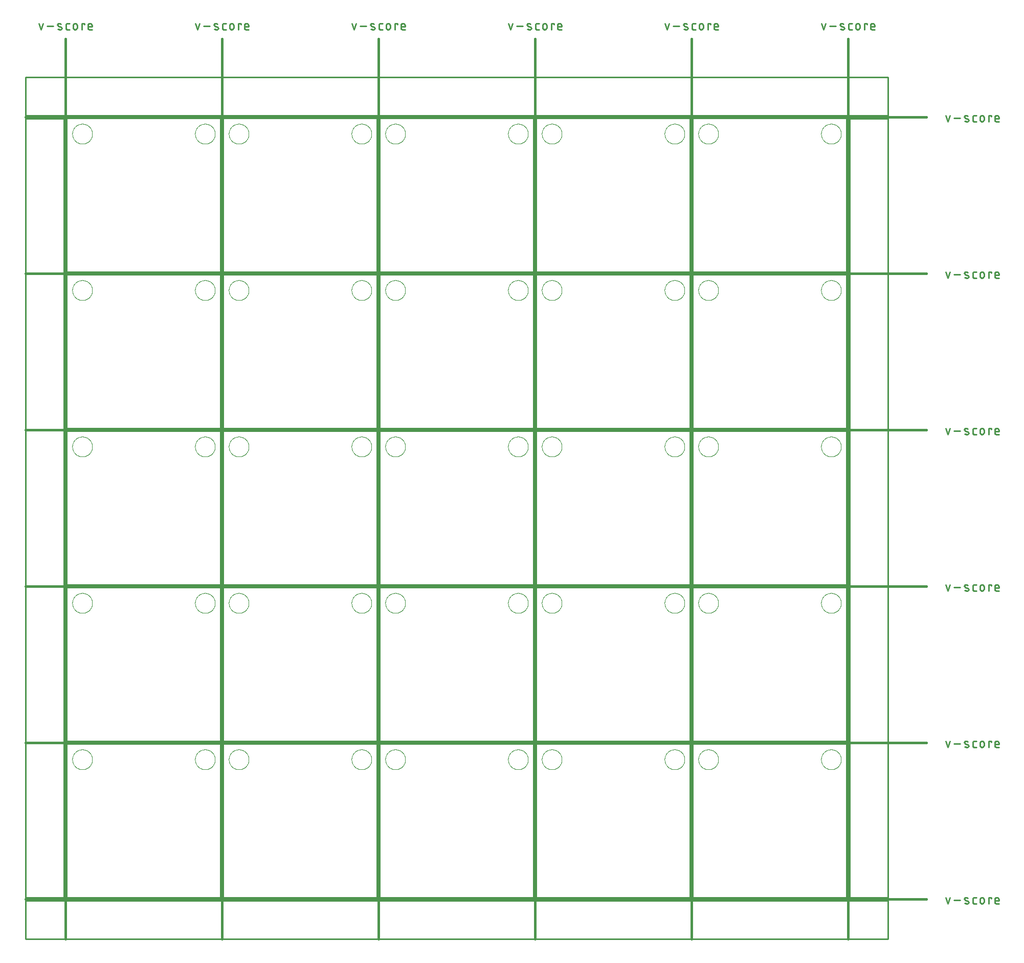
<source format=gko>
G04 EAGLE Gerber RS-274X export*
G75*
%MOMM*%
%FSLAX34Y34*%
%LPD*%
%IN*%
%IPPOS*%
%AMOC8*
5,1,8,0,0,1.08239X$1,22.5*%
G01*
%ADD10C,0.203200*%
%ADD11C,0.381000*%
%ADD12C,0.279400*%
%ADD13C,0.254000*%
%ADD14C,0.000000*%


D10*
X0Y0D02*
X0Y254000D01*
X254000Y254000D01*
X254000Y0D01*
X0Y0D01*
X259080Y0D02*
X259080Y254000D01*
X513080Y254000D01*
X513080Y0D01*
X259080Y0D01*
X518160Y0D02*
X518160Y254000D01*
X772160Y254000D01*
X772160Y0D01*
X518160Y0D01*
X777240Y0D02*
X777240Y254000D01*
X1031240Y254000D01*
X1031240Y0D01*
X777240Y0D01*
X1036320Y0D02*
X1036320Y254000D01*
X1290320Y254000D01*
X1290320Y0D01*
X1036320Y0D01*
X0Y259080D02*
X0Y513080D01*
X254000Y513080D01*
X254000Y259080D01*
X0Y259080D01*
X259080Y259080D02*
X259080Y513080D01*
X513080Y513080D01*
X513080Y259080D01*
X259080Y259080D01*
X518160Y259080D02*
X518160Y513080D01*
X772160Y513080D01*
X772160Y259080D01*
X518160Y259080D01*
X777240Y259080D02*
X777240Y513080D01*
X1031240Y513080D01*
X1031240Y259080D01*
X777240Y259080D01*
X1036320Y259080D02*
X1036320Y513080D01*
X1290320Y513080D01*
X1290320Y259080D01*
X1036320Y259080D01*
X0Y518160D02*
X0Y772160D01*
X254000Y772160D01*
X254000Y518160D01*
X0Y518160D01*
X259080Y518160D02*
X259080Y772160D01*
X513080Y772160D01*
X513080Y518160D01*
X259080Y518160D01*
X518160Y518160D02*
X518160Y772160D01*
X772160Y772160D01*
X772160Y518160D01*
X518160Y518160D01*
X777240Y518160D02*
X777240Y772160D01*
X1031240Y772160D01*
X1031240Y518160D01*
X777240Y518160D01*
X1036320Y518160D02*
X1036320Y772160D01*
X1290320Y772160D01*
X1290320Y518160D01*
X1036320Y518160D01*
X0Y777240D02*
X0Y1031240D01*
X254000Y1031240D01*
X254000Y777240D01*
X0Y777240D01*
X259080Y777240D02*
X259080Y1031240D01*
X513080Y1031240D01*
X513080Y777240D01*
X259080Y777240D01*
X518160Y777240D02*
X518160Y1031240D01*
X772160Y1031240D01*
X772160Y777240D01*
X518160Y777240D01*
X777240Y777240D02*
X777240Y1031240D01*
X1031240Y1031240D01*
X1031240Y777240D01*
X777240Y777240D01*
X1036320Y777240D02*
X1036320Y1031240D01*
X1290320Y1031240D01*
X1290320Y777240D01*
X1036320Y777240D01*
X0Y1036320D02*
X0Y1290320D01*
X254000Y1290320D01*
X254000Y1036320D01*
X0Y1036320D01*
X259080Y1036320D02*
X259080Y1290320D01*
X513080Y1290320D01*
X513080Y1036320D01*
X259080Y1036320D01*
X518160Y1036320D02*
X518160Y1290320D01*
X772160Y1290320D01*
X772160Y1036320D01*
X518160Y1036320D01*
X777240Y1036320D02*
X777240Y1290320D01*
X1031240Y1290320D01*
X1031240Y1036320D01*
X777240Y1036320D01*
X1036320Y1036320D02*
X1036320Y1290320D01*
X1290320Y1290320D01*
X1290320Y1036320D01*
X1036320Y1036320D01*
D11*
X-2540Y1422400D02*
X-2540Y-68580D01*
D12*
X-42921Y1437767D02*
X-46251Y1447758D01*
X-39590Y1447758D02*
X-42921Y1437767D01*
X-32806Y1443595D02*
X-22815Y1443595D01*
X-14261Y1443595D02*
X-10098Y1441930D01*
X-14261Y1443594D02*
X-14346Y1443630D01*
X-14429Y1443670D01*
X-14510Y1443713D01*
X-14590Y1443760D01*
X-14667Y1443810D01*
X-14743Y1443863D01*
X-14816Y1443919D01*
X-14886Y1443979D01*
X-14954Y1444041D01*
X-15019Y1444106D01*
X-15081Y1444174D01*
X-15141Y1444245D01*
X-15197Y1444318D01*
X-15250Y1444393D01*
X-15300Y1444471D01*
X-15346Y1444550D01*
X-15389Y1444632D01*
X-15429Y1444715D01*
X-15465Y1444800D01*
X-15497Y1444886D01*
X-15526Y1444974D01*
X-15550Y1445063D01*
X-15571Y1445153D01*
X-15588Y1445243D01*
X-15602Y1445334D01*
X-15611Y1445426D01*
X-15616Y1445518D01*
X-15618Y1445610D01*
X-15616Y1445702D01*
X-15609Y1445794D01*
X-15599Y1445886D01*
X-15585Y1445977D01*
X-15567Y1446068D01*
X-15545Y1446157D01*
X-15519Y1446246D01*
X-15489Y1446333D01*
X-15456Y1446419D01*
X-15419Y1446503D01*
X-15379Y1446586D01*
X-15335Y1446667D01*
X-15288Y1446746D01*
X-15237Y1446823D01*
X-15183Y1446898D01*
X-15126Y1446971D01*
X-15066Y1447041D01*
X-15003Y1447108D01*
X-14937Y1447172D01*
X-14869Y1447234D01*
X-14798Y1447293D01*
X-14724Y1447348D01*
X-14648Y1447401D01*
X-14570Y1447450D01*
X-14490Y1447496D01*
X-14409Y1447538D01*
X-14325Y1447577D01*
X-14240Y1447612D01*
X-14153Y1447643D01*
X-14065Y1447671D01*
X-13976Y1447695D01*
X-13886Y1447715D01*
X-13796Y1447732D01*
X-13704Y1447744D01*
X-13612Y1447753D01*
X-13520Y1447757D01*
X-13428Y1447758D01*
X-13201Y1447752D01*
X-12974Y1447741D01*
X-12747Y1447724D01*
X-12521Y1447701D01*
X-12295Y1447674D01*
X-12070Y1447640D01*
X-11846Y1447602D01*
X-11623Y1447558D01*
X-11401Y1447509D01*
X-11180Y1447454D01*
X-10961Y1447394D01*
X-10743Y1447329D01*
X-10527Y1447258D01*
X-10313Y1447183D01*
X-10100Y1447102D01*
X-9890Y1447016D01*
X-9681Y1446925D01*
X-10098Y1441930D02*
X-10013Y1441894D01*
X-9930Y1441854D01*
X-9849Y1441811D01*
X-9769Y1441764D01*
X-9692Y1441714D01*
X-9616Y1441661D01*
X-9543Y1441605D01*
X-9473Y1441545D01*
X-9405Y1441483D01*
X-9340Y1441418D01*
X-9278Y1441350D01*
X-9218Y1441279D01*
X-9162Y1441206D01*
X-9109Y1441131D01*
X-9059Y1441053D01*
X-9013Y1440974D01*
X-8970Y1440892D01*
X-8930Y1440809D01*
X-8894Y1440724D01*
X-8862Y1440638D01*
X-8833Y1440550D01*
X-8809Y1440461D01*
X-8788Y1440371D01*
X-8771Y1440281D01*
X-8757Y1440190D01*
X-8748Y1440098D01*
X-8743Y1440006D01*
X-8741Y1439914D01*
X-8743Y1439822D01*
X-8750Y1439730D01*
X-8760Y1439638D01*
X-8774Y1439547D01*
X-8792Y1439456D01*
X-8814Y1439367D01*
X-8840Y1439278D01*
X-8870Y1439191D01*
X-8903Y1439105D01*
X-8940Y1439021D01*
X-8980Y1438938D01*
X-9024Y1438857D01*
X-9071Y1438778D01*
X-9122Y1438701D01*
X-9176Y1438626D01*
X-9233Y1438553D01*
X-9293Y1438483D01*
X-9356Y1438416D01*
X-9422Y1438352D01*
X-9490Y1438290D01*
X-9561Y1438231D01*
X-9635Y1438176D01*
X-9711Y1438123D01*
X-9789Y1438074D01*
X-9869Y1438028D01*
X-9950Y1437986D01*
X-10034Y1437947D01*
X-10119Y1437912D01*
X-10206Y1437881D01*
X-10294Y1437853D01*
X-10383Y1437829D01*
X-10473Y1437809D01*
X-10563Y1437792D01*
X-10655Y1437780D01*
X-10747Y1437771D01*
X-10839Y1437767D01*
X-10931Y1437766D01*
X-10931Y1437767D02*
X-11265Y1437776D01*
X-11598Y1437793D01*
X-11931Y1437817D01*
X-12264Y1437850D01*
X-12595Y1437890D01*
X-12926Y1437938D01*
X-13255Y1437994D01*
X-13583Y1438057D01*
X-13909Y1438129D01*
X-14233Y1438208D01*
X-14556Y1438294D01*
X-14876Y1438389D01*
X-15194Y1438491D01*
X-15510Y1438600D01*
X562Y1437767D02*
X3892Y1437767D01*
X562Y1437767D02*
X464Y1437769D01*
X366Y1437775D01*
X268Y1437784D01*
X171Y1437798D01*
X75Y1437815D01*
X-21Y1437836D01*
X-116Y1437861D01*
X-210Y1437889D01*
X-303Y1437921D01*
X-394Y1437957D01*
X-484Y1437996D01*
X-572Y1438039D01*
X-659Y1438086D01*
X-743Y1438135D01*
X-826Y1438188D01*
X-906Y1438244D01*
X-985Y1438303D01*
X-1060Y1438366D01*
X-1134Y1438431D01*
X-1204Y1438499D01*
X-1272Y1438569D01*
X-1338Y1438643D01*
X-1400Y1438719D01*
X-1459Y1438797D01*
X-1515Y1438877D01*
X-1568Y1438960D01*
X-1618Y1439044D01*
X-1664Y1439131D01*
X-1707Y1439219D01*
X-1746Y1439309D01*
X-1782Y1439400D01*
X-1814Y1439493D01*
X-1842Y1439587D01*
X-1867Y1439682D01*
X-1888Y1439778D01*
X-1905Y1439874D01*
X-1919Y1439971D01*
X-1928Y1440069D01*
X-1934Y1440167D01*
X-1936Y1440265D01*
X-1936Y1445260D01*
X-1934Y1445358D01*
X-1928Y1445456D01*
X-1919Y1445554D01*
X-1905Y1445651D01*
X-1888Y1445747D01*
X-1867Y1445843D01*
X-1842Y1445938D01*
X-1814Y1446032D01*
X-1782Y1446125D01*
X-1746Y1446216D01*
X-1707Y1446306D01*
X-1664Y1446394D01*
X-1617Y1446481D01*
X-1568Y1446565D01*
X-1515Y1446648D01*
X-1459Y1446728D01*
X-1400Y1446806D01*
X-1337Y1446882D01*
X-1272Y1446956D01*
X-1204Y1447026D01*
X-1134Y1447094D01*
X-1060Y1447159D01*
X-984Y1447222D01*
X-906Y1447281D01*
X-826Y1447337D01*
X-743Y1447390D01*
X-659Y1447439D01*
X-572Y1447486D01*
X-484Y1447529D01*
X-394Y1447568D01*
X-303Y1447604D01*
X-210Y1447636D01*
X-116Y1447664D01*
X-21Y1447689D01*
X75Y1447710D01*
X171Y1447727D01*
X268Y1447741D01*
X366Y1447750D01*
X464Y1447756D01*
X562Y1447758D01*
X3892Y1447758D01*
X10022Y1444427D02*
X10022Y1441097D01*
X10022Y1444427D02*
X10024Y1444541D01*
X10030Y1444654D01*
X10039Y1444768D01*
X10053Y1444880D01*
X10070Y1444993D01*
X10092Y1445105D01*
X10117Y1445215D01*
X10145Y1445325D01*
X10178Y1445434D01*
X10214Y1445542D01*
X10254Y1445649D01*
X10298Y1445754D01*
X10345Y1445857D01*
X10395Y1445959D01*
X10449Y1446059D01*
X10507Y1446157D01*
X10568Y1446253D01*
X10631Y1446347D01*
X10699Y1446439D01*
X10769Y1446529D01*
X10842Y1446615D01*
X10918Y1446700D01*
X10997Y1446782D01*
X11079Y1446861D01*
X11164Y1446937D01*
X11250Y1447010D01*
X11340Y1447080D01*
X11432Y1447148D01*
X11526Y1447211D01*
X11622Y1447272D01*
X11720Y1447330D01*
X11820Y1447384D01*
X11922Y1447434D01*
X12025Y1447481D01*
X12130Y1447525D01*
X12237Y1447565D01*
X12345Y1447601D01*
X12454Y1447634D01*
X12564Y1447662D01*
X12674Y1447687D01*
X12786Y1447709D01*
X12899Y1447726D01*
X13011Y1447740D01*
X13125Y1447749D01*
X13238Y1447755D01*
X13352Y1447757D01*
X13466Y1447755D01*
X13579Y1447749D01*
X13693Y1447740D01*
X13805Y1447726D01*
X13918Y1447709D01*
X14030Y1447687D01*
X14140Y1447662D01*
X14250Y1447634D01*
X14359Y1447601D01*
X14467Y1447565D01*
X14574Y1447525D01*
X14679Y1447481D01*
X14782Y1447434D01*
X14884Y1447384D01*
X14984Y1447330D01*
X15082Y1447272D01*
X15178Y1447211D01*
X15272Y1447148D01*
X15364Y1447080D01*
X15454Y1447010D01*
X15540Y1446937D01*
X15625Y1446861D01*
X15707Y1446782D01*
X15786Y1446700D01*
X15862Y1446615D01*
X15935Y1446529D01*
X16005Y1446439D01*
X16073Y1446347D01*
X16136Y1446253D01*
X16197Y1446157D01*
X16255Y1446059D01*
X16309Y1445959D01*
X16359Y1445857D01*
X16406Y1445754D01*
X16450Y1445649D01*
X16490Y1445542D01*
X16526Y1445434D01*
X16559Y1445325D01*
X16587Y1445215D01*
X16612Y1445105D01*
X16634Y1444993D01*
X16651Y1444880D01*
X16665Y1444768D01*
X16674Y1444654D01*
X16680Y1444541D01*
X16682Y1444427D01*
X16682Y1441097D01*
X16680Y1440983D01*
X16674Y1440870D01*
X16665Y1440756D01*
X16651Y1440644D01*
X16634Y1440531D01*
X16612Y1440419D01*
X16587Y1440309D01*
X16559Y1440199D01*
X16526Y1440090D01*
X16490Y1439982D01*
X16450Y1439875D01*
X16406Y1439770D01*
X16359Y1439667D01*
X16309Y1439565D01*
X16255Y1439465D01*
X16197Y1439367D01*
X16136Y1439271D01*
X16073Y1439177D01*
X16005Y1439085D01*
X15935Y1438995D01*
X15862Y1438909D01*
X15786Y1438824D01*
X15707Y1438742D01*
X15625Y1438663D01*
X15540Y1438587D01*
X15454Y1438514D01*
X15364Y1438444D01*
X15272Y1438376D01*
X15178Y1438313D01*
X15082Y1438252D01*
X14984Y1438194D01*
X14884Y1438140D01*
X14782Y1438090D01*
X14679Y1438043D01*
X14574Y1437999D01*
X14467Y1437959D01*
X14359Y1437923D01*
X14250Y1437890D01*
X14140Y1437862D01*
X14030Y1437837D01*
X13918Y1437815D01*
X13805Y1437798D01*
X13693Y1437784D01*
X13579Y1437775D01*
X13466Y1437769D01*
X13352Y1437767D01*
X13238Y1437769D01*
X13125Y1437775D01*
X13011Y1437784D01*
X12899Y1437798D01*
X12786Y1437815D01*
X12674Y1437837D01*
X12564Y1437862D01*
X12454Y1437890D01*
X12345Y1437923D01*
X12237Y1437959D01*
X12130Y1437999D01*
X12025Y1438043D01*
X11922Y1438090D01*
X11820Y1438140D01*
X11720Y1438194D01*
X11622Y1438252D01*
X11526Y1438313D01*
X11432Y1438376D01*
X11340Y1438444D01*
X11250Y1438514D01*
X11164Y1438587D01*
X11079Y1438663D01*
X10997Y1438742D01*
X10918Y1438824D01*
X10842Y1438909D01*
X10769Y1438995D01*
X10699Y1439085D01*
X10631Y1439177D01*
X10568Y1439271D01*
X10507Y1439367D01*
X10449Y1439465D01*
X10395Y1439565D01*
X10345Y1439667D01*
X10298Y1439770D01*
X10254Y1439875D01*
X10214Y1439982D01*
X10178Y1440090D01*
X10145Y1440199D01*
X10117Y1440309D01*
X10092Y1440419D01*
X10070Y1440531D01*
X10053Y1440644D01*
X10039Y1440756D01*
X10030Y1440870D01*
X10024Y1440983D01*
X10022Y1441097D01*
X24218Y1437767D02*
X24218Y1447758D01*
X29213Y1447758D01*
X29213Y1446093D01*
X37008Y1437767D02*
X41171Y1437767D01*
X37008Y1437767D02*
X36910Y1437769D01*
X36812Y1437775D01*
X36714Y1437784D01*
X36617Y1437798D01*
X36521Y1437815D01*
X36425Y1437836D01*
X36330Y1437861D01*
X36236Y1437889D01*
X36143Y1437921D01*
X36052Y1437957D01*
X35962Y1437996D01*
X35874Y1438039D01*
X35787Y1438086D01*
X35703Y1438135D01*
X35620Y1438188D01*
X35540Y1438244D01*
X35462Y1438303D01*
X35386Y1438366D01*
X35312Y1438431D01*
X35242Y1438499D01*
X35174Y1438569D01*
X35109Y1438643D01*
X35046Y1438719D01*
X34987Y1438797D01*
X34931Y1438877D01*
X34878Y1438960D01*
X34829Y1439044D01*
X34782Y1439131D01*
X34739Y1439219D01*
X34700Y1439309D01*
X34664Y1439400D01*
X34632Y1439493D01*
X34604Y1439587D01*
X34579Y1439682D01*
X34558Y1439778D01*
X34541Y1439874D01*
X34527Y1439971D01*
X34518Y1440069D01*
X34512Y1440167D01*
X34510Y1440265D01*
X34510Y1444427D01*
X34511Y1444427D02*
X34513Y1444541D01*
X34519Y1444654D01*
X34528Y1444768D01*
X34542Y1444880D01*
X34559Y1444993D01*
X34581Y1445105D01*
X34606Y1445215D01*
X34634Y1445325D01*
X34667Y1445434D01*
X34703Y1445542D01*
X34743Y1445649D01*
X34787Y1445754D01*
X34834Y1445857D01*
X34884Y1445959D01*
X34938Y1446059D01*
X34996Y1446157D01*
X35057Y1446253D01*
X35120Y1446347D01*
X35188Y1446439D01*
X35258Y1446529D01*
X35331Y1446615D01*
X35407Y1446700D01*
X35486Y1446782D01*
X35568Y1446861D01*
X35653Y1446937D01*
X35739Y1447010D01*
X35829Y1447080D01*
X35921Y1447148D01*
X36015Y1447211D01*
X36111Y1447272D01*
X36209Y1447330D01*
X36309Y1447384D01*
X36411Y1447434D01*
X36514Y1447481D01*
X36619Y1447525D01*
X36726Y1447565D01*
X36834Y1447601D01*
X36943Y1447634D01*
X37053Y1447662D01*
X37163Y1447687D01*
X37275Y1447709D01*
X37388Y1447726D01*
X37500Y1447740D01*
X37614Y1447749D01*
X37727Y1447755D01*
X37841Y1447757D01*
X37955Y1447755D01*
X38068Y1447749D01*
X38182Y1447740D01*
X38294Y1447726D01*
X38407Y1447709D01*
X38519Y1447687D01*
X38629Y1447662D01*
X38739Y1447634D01*
X38848Y1447601D01*
X38956Y1447565D01*
X39063Y1447525D01*
X39168Y1447481D01*
X39271Y1447434D01*
X39373Y1447384D01*
X39473Y1447330D01*
X39571Y1447272D01*
X39667Y1447211D01*
X39761Y1447148D01*
X39853Y1447080D01*
X39943Y1447010D01*
X40029Y1446937D01*
X40114Y1446861D01*
X40196Y1446782D01*
X40275Y1446700D01*
X40351Y1446615D01*
X40424Y1446529D01*
X40494Y1446439D01*
X40562Y1446347D01*
X40625Y1446253D01*
X40686Y1446157D01*
X40744Y1446059D01*
X40798Y1445959D01*
X40848Y1445857D01*
X40895Y1445754D01*
X40939Y1445649D01*
X40979Y1445542D01*
X41015Y1445434D01*
X41048Y1445325D01*
X41076Y1445215D01*
X41101Y1445105D01*
X41123Y1444993D01*
X41140Y1444880D01*
X41154Y1444768D01*
X41163Y1444654D01*
X41169Y1444541D01*
X41171Y1444427D01*
X41171Y1442762D01*
X34510Y1442762D01*
D11*
X256540Y1422400D02*
X256540Y-68580D01*
D12*
X216159Y1437767D02*
X212829Y1447758D01*
X219490Y1447758D02*
X216159Y1437767D01*
X226274Y1443595D02*
X236265Y1443595D01*
X244819Y1443595D02*
X248982Y1441930D01*
X244819Y1443594D02*
X244734Y1443630D01*
X244651Y1443670D01*
X244570Y1443713D01*
X244490Y1443760D01*
X244413Y1443810D01*
X244337Y1443863D01*
X244264Y1443919D01*
X244194Y1443979D01*
X244126Y1444041D01*
X244061Y1444106D01*
X243999Y1444174D01*
X243939Y1444245D01*
X243883Y1444318D01*
X243830Y1444393D01*
X243780Y1444471D01*
X243734Y1444550D01*
X243691Y1444632D01*
X243651Y1444715D01*
X243615Y1444800D01*
X243583Y1444886D01*
X243554Y1444974D01*
X243530Y1445063D01*
X243509Y1445153D01*
X243492Y1445243D01*
X243478Y1445334D01*
X243469Y1445426D01*
X243464Y1445518D01*
X243462Y1445610D01*
X243464Y1445702D01*
X243471Y1445794D01*
X243481Y1445886D01*
X243495Y1445977D01*
X243513Y1446068D01*
X243535Y1446157D01*
X243561Y1446246D01*
X243591Y1446333D01*
X243624Y1446419D01*
X243661Y1446503D01*
X243701Y1446586D01*
X243745Y1446667D01*
X243792Y1446746D01*
X243843Y1446823D01*
X243897Y1446898D01*
X243954Y1446971D01*
X244014Y1447041D01*
X244077Y1447108D01*
X244143Y1447172D01*
X244211Y1447234D01*
X244282Y1447293D01*
X244356Y1447348D01*
X244432Y1447401D01*
X244510Y1447450D01*
X244590Y1447496D01*
X244671Y1447538D01*
X244755Y1447577D01*
X244840Y1447612D01*
X244927Y1447643D01*
X245015Y1447671D01*
X245104Y1447695D01*
X245194Y1447715D01*
X245284Y1447732D01*
X245376Y1447744D01*
X245468Y1447753D01*
X245560Y1447757D01*
X245652Y1447758D01*
X245879Y1447752D01*
X246106Y1447741D01*
X246333Y1447724D01*
X246559Y1447701D01*
X246785Y1447674D01*
X247010Y1447640D01*
X247234Y1447602D01*
X247457Y1447558D01*
X247679Y1447509D01*
X247900Y1447454D01*
X248119Y1447394D01*
X248337Y1447329D01*
X248553Y1447258D01*
X248767Y1447183D01*
X248980Y1447102D01*
X249190Y1447016D01*
X249399Y1446925D01*
X248982Y1441930D02*
X249067Y1441894D01*
X249150Y1441854D01*
X249231Y1441811D01*
X249311Y1441764D01*
X249388Y1441714D01*
X249464Y1441661D01*
X249537Y1441605D01*
X249607Y1441545D01*
X249675Y1441483D01*
X249740Y1441418D01*
X249802Y1441350D01*
X249862Y1441279D01*
X249918Y1441206D01*
X249971Y1441131D01*
X250021Y1441053D01*
X250067Y1440974D01*
X250110Y1440892D01*
X250150Y1440809D01*
X250186Y1440724D01*
X250218Y1440638D01*
X250247Y1440550D01*
X250271Y1440461D01*
X250292Y1440371D01*
X250309Y1440281D01*
X250323Y1440190D01*
X250332Y1440098D01*
X250337Y1440006D01*
X250339Y1439914D01*
X250337Y1439822D01*
X250330Y1439730D01*
X250320Y1439638D01*
X250306Y1439547D01*
X250288Y1439456D01*
X250266Y1439367D01*
X250240Y1439278D01*
X250210Y1439191D01*
X250177Y1439105D01*
X250140Y1439021D01*
X250100Y1438938D01*
X250056Y1438857D01*
X250009Y1438778D01*
X249958Y1438701D01*
X249904Y1438626D01*
X249847Y1438553D01*
X249787Y1438483D01*
X249724Y1438416D01*
X249658Y1438352D01*
X249590Y1438290D01*
X249519Y1438231D01*
X249445Y1438176D01*
X249369Y1438123D01*
X249291Y1438074D01*
X249211Y1438028D01*
X249130Y1437986D01*
X249046Y1437947D01*
X248961Y1437912D01*
X248874Y1437881D01*
X248786Y1437853D01*
X248697Y1437829D01*
X248607Y1437809D01*
X248517Y1437792D01*
X248425Y1437780D01*
X248333Y1437771D01*
X248241Y1437767D01*
X248149Y1437766D01*
X248149Y1437767D02*
X247815Y1437776D01*
X247482Y1437793D01*
X247149Y1437817D01*
X246816Y1437850D01*
X246485Y1437890D01*
X246154Y1437938D01*
X245825Y1437994D01*
X245497Y1438057D01*
X245171Y1438129D01*
X244847Y1438208D01*
X244524Y1438294D01*
X244204Y1438389D01*
X243886Y1438491D01*
X243570Y1438600D01*
X259642Y1437767D02*
X262972Y1437767D01*
X259642Y1437767D02*
X259544Y1437769D01*
X259446Y1437775D01*
X259348Y1437784D01*
X259251Y1437798D01*
X259155Y1437815D01*
X259059Y1437836D01*
X258964Y1437861D01*
X258870Y1437889D01*
X258777Y1437921D01*
X258686Y1437957D01*
X258596Y1437996D01*
X258508Y1438039D01*
X258421Y1438086D01*
X258337Y1438135D01*
X258254Y1438188D01*
X258174Y1438244D01*
X258096Y1438303D01*
X258020Y1438366D01*
X257946Y1438431D01*
X257876Y1438499D01*
X257808Y1438569D01*
X257743Y1438643D01*
X257680Y1438719D01*
X257621Y1438797D01*
X257565Y1438877D01*
X257512Y1438960D01*
X257463Y1439044D01*
X257416Y1439131D01*
X257373Y1439219D01*
X257334Y1439309D01*
X257298Y1439400D01*
X257266Y1439493D01*
X257238Y1439587D01*
X257213Y1439682D01*
X257192Y1439778D01*
X257175Y1439874D01*
X257161Y1439971D01*
X257152Y1440069D01*
X257146Y1440167D01*
X257144Y1440265D01*
X257144Y1445260D01*
X257146Y1445358D01*
X257152Y1445456D01*
X257161Y1445554D01*
X257175Y1445651D01*
X257192Y1445747D01*
X257213Y1445843D01*
X257238Y1445938D01*
X257266Y1446032D01*
X257298Y1446125D01*
X257334Y1446216D01*
X257373Y1446306D01*
X257416Y1446394D01*
X257463Y1446481D01*
X257512Y1446565D01*
X257565Y1446648D01*
X257621Y1446728D01*
X257680Y1446807D01*
X257743Y1446882D01*
X257808Y1446956D01*
X257876Y1447026D01*
X257946Y1447094D01*
X258020Y1447160D01*
X258096Y1447222D01*
X258174Y1447281D01*
X258254Y1447337D01*
X258337Y1447390D01*
X258421Y1447440D01*
X258508Y1447486D01*
X258596Y1447529D01*
X258686Y1447568D01*
X258777Y1447604D01*
X258870Y1447636D01*
X258964Y1447664D01*
X259059Y1447689D01*
X259155Y1447710D01*
X259251Y1447727D01*
X259348Y1447741D01*
X259446Y1447750D01*
X259544Y1447756D01*
X259642Y1447758D01*
X262972Y1447758D01*
X269102Y1444427D02*
X269102Y1441097D01*
X269102Y1444427D02*
X269104Y1444541D01*
X269110Y1444654D01*
X269119Y1444768D01*
X269133Y1444880D01*
X269150Y1444993D01*
X269172Y1445105D01*
X269197Y1445215D01*
X269225Y1445325D01*
X269258Y1445434D01*
X269294Y1445542D01*
X269334Y1445649D01*
X269378Y1445754D01*
X269425Y1445857D01*
X269475Y1445959D01*
X269529Y1446059D01*
X269587Y1446157D01*
X269648Y1446253D01*
X269711Y1446347D01*
X269779Y1446439D01*
X269849Y1446529D01*
X269922Y1446615D01*
X269998Y1446700D01*
X270077Y1446782D01*
X270159Y1446861D01*
X270244Y1446937D01*
X270330Y1447010D01*
X270420Y1447080D01*
X270512Y1447148D01*
X270606Y1447211D01*
X270702Y1447272D01*
X270800Y1447330D01*
X270900Y1447384D01*
X271002Y1447434D01*
X271105Y1447481D01*
X271210Y1447525D01*
X271317Y1447565D01*
X271425Y1447601D01*
X271534Y1447634D01*
X271644Y1447662D01*
X271754Y1447687D01*
X271866Y1447709D01*
X271979Y1447726D01*
X272091Y1447740D01*
X272205Y1447749D01*
X272318Y1447755D01*
X272432Y1447757D01*
X272546Y1447755D01*
X272659Y1447749D01*
X272773Y1447740D01*
X272885Y1447726D01*
X272998Y1447709D01*
X273110Y1447687D01*
X273220Y1447662D01*
X273330Y1447634D01*
X273439Y1447601D01*
X273547Y1447565D01*
X273654Y1447525D01*
X273759Y1447481D01*
X273862Y1447434D01*
X273964Y1447384D01*
X274064Y1447330D01*
X274162Y1447272D01*
X274258Y1447211D01*
X274352Y1447148D01*
X274444Y1447080D01*
X274534Y1447010D01*
X274620Y1446937D01*
X274705Y1446861D01*
X274787Y1446782D01*
X274866Y1446700D01*
X274942Y1446615D01*
X275015Y1446529D01*
X275085Y1446439D01*
X275153Y1446347D01*
X275216Y1446253D01*
X275277Y1446157D01*
X275335Y1446059D01*
X275389Y1445959D01*
X275439Y1445857D01*
X275486Y1445754D01*
X275530Y1445649D01*
X275570Y1445542D01*
X275606Y1445434D01*
X275639Y1445325D01*
X275667Y1445215D01*
X275692Y1445105D01*
X275714Y1444993D01*
X275731Y1444880D01*
X275745Y1444768D01*
X275754Y1444654D01*
X275760Y1444541D01*
X275762Y1444427D01*
X275762Y1441097D01*
X275760Y1440983D01*
X275754Y1440870D01*
X275745Y1440756D01*
X275731Y1440644D01*
X275714Y1440531D01*
X275692Y1440419D01*
X275667Y1440309D01*
X275639Y1440199D01*
X275606Y1440090D01*
X275570Y1439982D01*
X275530Y1439875D01*
X275486Y1439770D01*
X275439Y1439667D01*
X275389Y1439565D01*
X275335Y1439465D01*
X275277Y1439367D01*
X275216Y1439271D01*
X275153Y1439177D01*
X275085Y1439085D01*
X275015Y1438995D01*
X274942Y1438909D01*
X274866Y1438824D01*
X274787Y1438742D01*
X274705Y1438663D01*
X274620Y1438587D01*
X274534Y1438514D01*
X274444Y1438444D01*
X274352Y1438376D01*
X274258Y1438313D01*
X274162Y1438252D01*
X274064Y1438194D01*
X273964Y1438140D01*
X273862Y1438090D01*
X273759Y1438043D01*
X273654Y1437999D01*
X273547Y1437959D01*
X273439Y1437923D01*
X273330Y1437890D01*
X273220Y1437862D01*
X273110Y1437837D01*
X272998Y1437815D01*
X272885Y1437798D01*
X272773Y1437784D01*
X272659Y1437775D01*
X272546Y1437769D01*
X272432Y1437767D01*
X272318Y1437769D01*
X272205Y1437775D01*
X272091Y1437784D01*
X271979Y1437798D01*
X271866Y1437815D01*
X271754Y1437837D01*
X271644Y1437862D01*
X271534Y1437890D01*
X271425Y1437923D01*
X271317Y1437959D01*
X271210Y1437999D01*
X271105Y1438043D01*
X271002Y1438090D01*
X270900Y1438140D01*
X270800Y1438194D01*
X270702Y1438252D01*
X270606Y1438313D01*
X270512Y1438376D01*
X270420Y1438444D01*
X270330Y1438514D01*
X270244Y1438587D01*
X270159Y1438663D01*
X270077Y1438742D01*
X269998Y1438824D01*
X269922Y1438909D01*
X269849Y1438995D01*
X269779Y1439085D01*
X269711Y1439177D01*
X269648Y1439271D01*
X269587Y1439367D01*
X269529Y1439465D01*
X269475Y1439565D01*
X269425Y1439667D01*
X269378Y1439770D01*
X269334Y1439875D01*
X269294Y1439982D01*
X269258Y1440090D01*
X269225Y1440199D01*
X269197Y1440309D01*
X269172Y1440419D01*
X269150Y1440531D01*
X269133Y1440644D01*
X269119Y1440756D01*
X269110Y1440870D01*
X269104Y1440983D01*
X269102Y1441097D01*
X283298Y1437767D02*
X283298Y1447758D01*
X288293Y1447758D01*
X288293Y1446093D01*
X296088Y1437767D02*
X300251Y1437767D01*
X296088Y1437767D02*
X295990Y1437769D01*
X295892Y1437775D01*
X295794Y1437784D01*
X295697Y1437798D01*
X295601Y1437815D01*
X295505Y1437836D01*
X295410Y1437861D01*
X295316Y1437889D01*
X295223Y1437921D01*
X295132Y1437957D01*
X295042Y1437996D01*
X294954Y1438039D01*
X294867Y1438086D01*
X294783Y1438135D01*
X294700Y1438188D01*
X294620Y1438244D01*
X294542Y1438303D01*
X294466Y1438366D01*
X294392Y1438431D01*
X294322Y1438499D01*
X294254Y1438569D01*
X294189Y1438643D01*
X294126Y1438719D01*
X294067Y1438797D01*
X294011Y1438877D01*
X293958Y1438960D01*
X293909Y1439044D01*
X293862Y1439131D01*
X293819Y1439219D01*
X293780Y1439309D01*
X293744Y1439400D01*
X293712Y1439493D01*
X293684Y1439587D01*
X293659Y1439682D01*
X293638Y1439778D01*
X293621Y1439874D01*
X293607Y1439971D01*
X293598Y1440069D01*
X293592Y1440167D01*
X293590Y1440265D01*
X293590Y1444427D01*
X293591Y1444427D02*
X293593Y1444541D01*
X293599Y1444654D01*
X293608Y1444768D01*
X293622Y1444880D01*
X293639Y1444993D01*
X293661Y1445105D01*
X293686Y1445215D01*
X293714Y1445325D01*
X293747Y1445434D01*
X293783Y1445542D01*
X293823Y1445649D01*
X293867Y1445754D01*
X293914Y1445857D01*
X293964Y1445959D01*
X294018Y1446059D01*
X294076Y1446157D01*
X294137Y1446253D01*
X294200Y1446347D01*
X294268Y1446439D01*
X294338Y1446529D01*
X294411Y1446615D01*
X294487Y1446700D01*
X294566Y1446782D01*
X294648Y1446861D01*
X294733Y1446937D01*
X294819Y1447010D01*
X294909Y1447080D01*
X295001Y1447148D01*
X295095Y1447211D01*
X295191Y1447272D01*
X295289Y1447330D01*
X295389Y1447384D01*
X295491Y1447434D01*
X295594Y1447481D01*
X295699Y1447525D01*
X295806Y1447565D01*
X295914Y1447601D01*
X296023Y1447634D01*
X296133Y1447662D01*
X296243Y1447687D01*
X296355Y1447709D01*
X296468Y1447726D01*
X296580Y1447740D01*
X296694Y1447749D01*
X296807Y1447755D01*
X296921Y1447757D01*
X297035Y1447755D01*
X297148Y1447749D01*
X297262Y1447740D01*
X297374Y1447726D01*
X297487Y1447709D01*
X297599Y1447687D01*
X297709Y1447662D01*
X297819Y1447634D01*
X297928Y1447601D01*
X298036Y1447565D01*
X298143Y1447525D01*
X298248Y1447481D01*
X298351Y1447434D01*
X298453Y1447384D01*
X298553Y1447330D01*
X298651Y1447272D01*
X298747Y1447211D01*
X298841Y1447148D01*
X298933Y1447080D01*
X299023Y1447010D01*
X299109Y1446937D01*
X299194Y1446861D01*
X299276Y1446782D01*
X299355Y1446700D01*
X299431Y1446615D01*
X299504Y1446529D01*
X299574Y1446439D01*
X299642Y1446347D01*
X299705Y1446253D01*
X299766Y1446157D01*
X299824Y1446059D01*
X299878Y1445959D01*
X299928Y1445857D01*
X299975Y1445754D01*
X300019Y1445649D01*
X300059Y1445542D01*
X300095Y1445434D01*
X300128Y1445325D01*
X300156Y1445215D01*
X300181Y1445105D01*
X300203Y1444993D01*
X300220Y1444880D01*
X300234Y1444768D01*
X300243Y1444654D01*
X300249Y1444541D01*
X300251Y1444427D01*
X300251Y1442762D01*
X293590Y1442762D01*
D11*
X515620Y1422400D02*
X515620Y-68580D01*
D12*
X475239Y1437767D02*
X471909Y1447758D01*
X478570Y1447758D02*
X475239Y1437767D01*
X485354Y1443595D02*
X495345Y1443595D01*
X503899Y1443595D02*
X508062Y1441930D01*
X503899Y1443594D02*
X503814Y1443630D01*
X503731Y1443670D01*
X503650Y1443713D01*
X503570Y1443760D01*
X503493Y1443810D01*
X503417Y1443863D01*
X503344Y1443919D01*
X503274Y1443979D01*
X503206Y1444041D01*
X503141Y1444106D01*
X503079Y1444174D01*
X503019Y1444245D01*
X502963Y1444318D01*
X502910Y1444393D01*
X502860Y1444471D01*
X502814Y1444550D01*
X502771Y1444632D01*
X502731Y1444715D01*
X502695Y1444800D01*
X502663Y1444886D01*
X502634Y1444974D01*
X502610Y1445063D01*
X502589Y1445153D01*
X502572Y1445243D01*
X502558Y1445334D01*
X502549Y1445426D01*
X502544Y1445518D01*
X502542Y1445610D01*
X502544Y1445702D01*
X502551Y1445794D01*
X502561Y1445886D01*
X502575Y1445977D01*
X502593Y1446068D01*
X502615Y1446157D01*
X502641Y1446246D01*
X502671Y1446333D01*
X502704Y1446419D01*
X502741Y1446503D01*
X502781Y1446586D01*
X502825Y1446667D01*
X502872Y1446746D01*
X502923Y1446823D01*
X502977Y1446898D01*
X503034Y1446971D01*
X503094Y1447041D01*
X503157Y1447108D01*
X503223Y1447172D01*
X503291Y1447234D01*
X503362Y1447293D01*
X503436Y1447348D01*
X503512Y1447401D01*
X503590Y1447450D01*
X503670Y1447496D01*
X503751Y1447538D01*
X503835Y1447577D01*
X503920Y1447612D01*
X504007Y1447643D01*
X504095Y1447671D01*
X504184Y1447695D01*
X504274Y1447715D01*
X504364Y1447732D01*
X504456Y1447744D01*
X504548Y1447753D01*
X504640Y1447757D01*
X504732Y1447758D01*
X504959Y1447752D01*
X505186Y1447741D01*
X505413Y1447724D01*
X505639Y1447701D01*
X505865Y1447674D01*
X506090Y1447640D01*
X506314Y1447602D01*
X506537Y1447558D01*
X506759Y1447509D01*
X506980Y1447454D01*
X507199Y1447394D01*
X507417Y1447329D01*
X507633Y1447258D01*
X507847Y1447183D01*
X508060Y1447102D01*
X508270Y1447016D01*
X508479Y1446925D01*
X508062Y1441930D02*
X508147Y1441894D01*
X508230Y1441854D01*
X508311Y1441811D01*
X508391Y1441764D01*
X508468Y1441714D01*
X508544Y1441661D01*
X508617Y1441605D01*
X508687Y1441545D01*
X508755Y1441483D01*
X508820Y1441418D01*
X508882Y1441350D01*
X508942Y1441279D01*
X508998Y1441206D01*
X509051Y1441131D01*
X509101Y1441053D01*
X509147Y1440974D01*
X509190Y1440892D01*
X509230Y1440809D01*
X509266Y1440724D01*
X509298Y1440638D01*
X509327Y1440550D01*
X509351Y1440461D01*
X509372Y1440371D01*
X509389Y1440281D01*
X509403Y1440190D01*
X509412Y1440098D01*
X509417Y1440006D01*
X509419Y1439914D01*
X509417Y1439822D01*
X509410Y1439730D01*
X509400Y1439638D01*
X509386Y1439547D01*
X509368Y1439456D01*
X509346Y1439367D01*
X509320Y1439278D01*
X509290Y1439191D01*
X509257Y1439105D01*
X509220Y1439021D01*
X509180Y1438938D01*
X509136Y1438857D01*
X509089Y1438778D01*
X509038Y1438701D01*
X508984Y1438626D01*
X508927Y1438553D01*
X508867Y1438483D01*
X508804Y1438416D01*
X508738Y1438352D01*
X508670Y1438290D01*
X508599Y1438231D01*
X508525Y1438176D01*
X508449Y1438123D01*
X508371Y1438074D01*
X508291Y1438028D01*
X508210Y1437986D01*
X508126Y1437947D01*
X508041Y1437912D01*
X507954Y1437881D01*
X507866Y1437853D01*
X507777Y1437829D01*
X507687Y1437809D01*
X507597Y1437792D01*
X507505Y1437780D01*
X507413Y1437771D01*
X507321Y1437767D01*
X507229Y1437766D01*
X507229Y1437767D02*
X506895Y1437776D01*
X506562Y1437793D01*
X506229Y1437817D01*
X505896Y1437850D01*
X505565Y1437890D01*
X505234Y1437938D01*
X504905Y1437994D01*
X504577Y1438057D01*
X504251Y1438129D01*
X503927Y1438208D01*
X503604Y1438294D01*
X503284Y1438389D01*
X502966Y1438491D01*
X502650Y1438600D01*
X518722Y1437767D02*
X522052Y1437767D01*
X518722Y1437767D02*
X518624Y1437769D01*
X518526Y1437775D01*
X518428Y1437784D01*
X518331Y1437798D01*
X518235Y1437815D01*
X518139Y1437836D01*
X518044Y1437861D01*
X517950Y1437889D01*
X517857Y1437921D01*
X517766Y1437957D01*
X517676Y1437996D01*
X517588Y1438039D01*
X517501Y1438086D01*
X517417Y1438135D01*
X517334Y1438188D01*
X517254Y1438244D01*
X517176Y1438303D01*
X517100Y1438366D01*
X517026Y1438431D01*
X516956Y1438499D01*
X516888Y1438569D01*
X516823Y1438643D01*
X516760Y1438719D01*
X516701Y1438797D01*
X516645Y1438877D01*
X516592Y1438960D01*
X516543Y1439044D01*
X516496Y1439131D01*
X516453Y1439219D01*
X516414Y1439309D01*
X516378Y1439400D01*
X516346Y1439493D01*
X516318Y1439587D01*
X516293Y1439682D01*
X516272Y1439778D01*
X516255Y1439874D01*
X516241Y1439971D01*
X516232Y1440069D01*
X516226Y1440167D01*
X516224Y1440265D01*
X516224Y1445260D01*
X516226Y1445358D01*
X516232Y1445456D01*
X516241Y1445554D01*
X516255Y1445651D01*
X516272Y1445747D01*
X516293Y1445843D01*
X516318Y1445938D01*
X516346Y1446032D01*
X516378Y1446125D01*
X516414Y1446216D01*
X516453Y1446306D01*
X516496Y1446394D01*
X516543Y1446481D01*
X516592Y1446565D01*
X516645Y1446648D01*
X516701Y1446728D01*
X516760Y1446807D01*
X516823Y1446882D01*
X516888Y1446956D01*
X516956Y1447026D01*
X517026Y1447094D01*
X517100Y1447160D01*
X517176Y1447222D01*
X517254Y1447281D01*
X517334Y1447337D01*
X517417Y1447390D01*
X517501Y1447440D01*
X517588Y1447486D01*
X517676Y1447529D01*
X517766Y1447568D01*
X517857Y1447604D01*
X517950Y1447636D01*
X518044Y1447664D01*
X518139Y1447689D01*
X518235Y1447710D01*
X518331Y1447727D01*
X518428Y1447741D01*
X518526Y1447750D01*
X518624Y1447756D01*
X518722Y1447758D01*
X522052Y1447758D01*
X528182Y1444427D02*
X528182Y1441097D01*
X528182Y1444427D02*
X528184Y1444541D01*
X528190Y1444654D01*
X528199Y1444768D01*
X528213Y1444880D01*
X528230Y1444993D01*
X528252Y1445105D01*
X528277Y1445215D01*
X528305Y1445325D01*
X528338Y1445434D01*
X528374Y1445542D01*
X528414Y1445649D01*
X528458Y1445754D01*
X528505Y1445857D01*
X528555Y1445959D01*
X528609Y1446059D01*
X528667Y1446157D01*
X528728Y1446253D01*
X528791Y1446347D01*
X528859Y1446439D01*
X528929Y1446529D01*
X529002Y1446615D01*
X529078Y1446700D01*
X529157Y1446782D01*
X529239Y1446861D01*
X529324Y1446937D01*
X529410Y1447010D01*
X529500Y1447080D01*
X529592Y1447148D01*
X529686Y1447211D01*
X529782Y1447272D01*
X529880Y1447330D01*
X529980Y1447384D01*
X530082Y1447434D01*
X530185Y1447481D01*
X530290Y1447525D01*
X530397Y1447565D01*
X530505Y1447601D01*
X530614Y1447634D01*
X530724Y1447662D01*
X530834Y1447687D01*
X530946Y1447709D01*
X531059Y1447726D01*
X531171Y1447740D01*
X531285Y1447749D01*
X531398Y1447755D01*
X531512Y1447757D01*
X531626Y1447755D01*
X531739Y1447749D01*
X531853Y1447740D01*
X531965Y1447726D01*
X532078Y1447709D01*
X532190Y1447687D01*
X532300Y1447662D01*
X532410Y1447634D01*
X532519Y1447601D01*
X532627Y1447565D01*
X532734Y1447525D01*
X532839Y1447481D01*
X532942Y1447434D01*
X533044Y1447384D01*
X533144Y1447330D01*
X533242Y1447272D01*
X533338Y1447211D01*
X533432Y1447148D01*
X533524Y1447080D01*
X533614Y1447010D01*
X533700Y1446937D01*
X533785Y1446861D01*
X533867Y1446782D01*
X533946Y1446700D01*
X534022Y1446615D01*
X534095Y1446529D01*
X534165Y1446439D01*
X534233Y1446347D01*
X534296Y1446253D01*
X534357Y1446157D01*
X534415Y1446059D01*
X534469Y1445959D01*
X534519Y1445857D01*
X534566Y1445754D01*
X534610Y1445649D01*
X534650Y1445542D01*
X534686Y1445434D01*
X534719Y1445325D01*
X534747Y1445215D01*
X534772Y1445105D01*
X534794Y1444993D01*
X534811Y1444880D01*
X534825Y1444768D01*
X534834Y1444654D01*
X534840Y1444541D01*
X534842Y1444427D01*
X534842Y1441097D01*
X534840Y1440983D01*
X534834Y1440870D01*
X534825Y1440756D01*
X534811Y1440644D01*
X534794Y1440531D01*
X534772Y1440419D01*
X534747Y1440309D01*
X534719Y1440199D01*
X534686Y1440090D01*
X534650Y1439982D01*
X534610Y1439875D01*
X534566Y1439770D01*
X534519Y1439667D01*
X534469Y1439565D01*
X534415Y1439465D01*
X534357Y1439367D01*
X534296Y1439271D01*
X534233Y1439177D01*
X534165Y1439085D01*
X534095Y1438995D01*
X534022Y1438909D01*
X533946Y1438824D01*
X533867Y1438742D01*
X533785Y1438663D01*
X533700Y1438587D01*
X533614Y1438514D01*
X533524Y1438444D01*
X533432Y1438376D01*
X533338Y1438313D01*
X533242Y1438252D01*
X533144Y1438194D01*
X533044Y1438140D01*
X532942Y1438090D01*
X532839Y1438043D01*
X532734Y1437999D01*
X532627Y1437959D01*
X532519Y1437923D01*
X532410Y1437890D01*
X532300Y1437862D01*
X532190Y1437837D01*
X532078Y1437815D01*
X531965Y1437798D01*
X531853Y1437784D01*
X531739Y1437775D01*
X531626Y1437769D01*
X531512Y1437767D01*
X531398Y1437769D01*
X531285Y1437775D01*
X531171Y1437784D01*
X531059Y1437798D01*
X530946Y1437815D01*
X530834Y1437837D01*
X530724Y1437862D01*
X530614Y1437890D01*
X530505Y1437923D01*
X530397Y1437959D01*
X530290Y1437999D01*
X530185Y1438043D01*
X530082Y1438090D01*
X529980Y1438140D01*
X529880Y1438194D01*
X529782Y1438252D01*
X529686Y1438313D01*
X529592Y1438376D01*
X529500Y1438444D01*
X529410Y1438514D01*
X529324Y1438587D01*
X529239Y1438663D01*
X529157Y1438742D01*
X529078Y1438824D01*
X529002Y1438909D01*
X528929Y1438995D01*
X528859Y1439085D01*
X528791Y1439177D01*
X528728Y1439271D01*
X528667Y1439367D01*
X528609Y1439465D01*
X528555Y1439565D01*
X528505Y1439667D01*
X528458Y1439770D01*
X528414Y1439875D01*
X528374Y1439982D01*
X528338Y1440090D01*
X528305Y1440199D01*
X528277Y1440309D01*
X528252Y1440419D01*
X528230Y1440531D01*
X528213Y1440644D01*
X528199Y1440756D01*
X528190Y1440870D01*
X528184Y1440983D01*
X528182Y1441097D01*
X542378Y1437767D02*
X542378Y1447758D01*
X547373Y1447758D01*
X547373Y1446093D01*
X555168Y1437767D02*
X559331Y1437767D01*
X555168Y1437767D02*
X555070Y1437769D01*
X554972Y1437775D01*
X554874Y1437784D01*
X554777Y1437798D01*
X554681Y1437815D01*
X554585Y1437836D01*
X554490Y1437861D01*
X554396Y1437889D01*
X554303Y1437921D01*
X554212Y1437957D01*
X554122Y1437996D01*
X554034Y1438039D01*
X553947Y1438086D01*
X553863Y1438135D01*
X553780Y1438188D01*
X553700Y1438244D01*
X553622Y1438303D01*
X553546Y1438366D01*
X553472Y1438431D01*
X553402Y1438499D01*
X553334Y1438569D01*
X553269Y1438643D01*
X553206Y1438719D01*
X553147Y1438797D01*
X553091Y1438877D01*
X553038Y1438960D01*
X552989Y1439044D01*
X552942Y1439131D01*
X552899Y1439219D01*
X552860Y1439309D01*
X552824Y1439400D01*
X552792Y1439493D01*
X552764Y1439587D01*
X552739Y1439682D01*
X552718Y1439778D01*
X552701Y1439874D01*
X552687Y1439971D01*
X552678Y1440069D01*
X552672Y1440167D01*
X552670Y1440265D01*
X552670Y1444427D01*
X552671Y1444427D02*
X552673Y1444541D01*
X552679Y1444654D01*
X552688Y1444768D01*
X552702Y1444880D01*
X552719Y1444993D01*
X552741Y1445105D01*
X552766Y1445215D01*
X552794Y1445325D01*
X552827Y1445434D01*
X552863Y1445542D01*
X552903Y1445649D01*
X552947Y1445754D01*
X552994Y1445857D01*
X553044Y1445959D01*
X553098Y1446059D01*
X553156Y1446157D01*
X553217Y1446253D01*
X553280Y1446347D01*
X553348Y1446439D01*
X553418Y1446529D01*
X553491Y1446615D01*
X553567Y1446700D01*
X553646Y1446782D01*
X553728Y1446861D01*
X553813Y1446937D01*
X553899Y1447010D01*
X553989Y1447080D01*
X554081Y1447148D01*
X554175Y1447211D01*
X554271Y1447272D01*
X554369Y1447330D01*
X554469Y1447384D01*
X554571Y1447434D01*
X554674Y1447481D01*
X554779Y1447525D01*
X554886Y1447565D01*
X554994Y1447601D01*
X555103Y1447634D01*
X555213Y1447662D01*
X555323Y1447687D01*
X555435Y1447709D01*
X555548Y1447726D01*
X555660Y1447740D01*
X555774Y1447749D01*
X555887Y1447755D01*
X556001Y1447757D01*
X556115Y1447755D01*
X556228Y1447749D01*
X556342Y1447740D01*
X556454Y1447726D01*
X556567Y1447709D01*
X556679Y1447687D01*
X556789Y1447662D01*
X556899Y1447634D01*
X557008Y1447601D01*
X557116Y1447565D01*
X557223Y1447525D01*
X557328Y1447481D01*
X557431Y1447434D01*
X557533Y1447384D01*
X557633Y1447330D01*
X557731Y1447272D01*
X557827Y1447211D01*
X557921Y1447148D01*
X558013Y1447080D01*
X558103Y1447010D01*
X558189Y1446937D01*
X558274Y1446861D01*
X558356Y1446782D01*
X558435Y1446700D01*
X558511Y1446615D01*
X558584Y1446529D01*
X558654Y1446439D01*
X558722Y1446347D01*
X558785Y1446253D01*
X558846Y1446157D01*
X558904Y1446059D01*
X558958Y1445959D01*
X559008Y1445857D01*
X559055Y1445754D01*
X559099Y1445649D01*
X559139Y1445542D01*
X559175Y1445434D01*
X559208Y1445325D01*
X559236Y1445215D01*
X559261Y1445105D01*
X559283Y1444993D01*
X559300Y1444880D01*
X559314Y1444768D01*
X559323Y1444654D01*
X559329Y1444541D01*
X559331Y1444427D01*
X559331Y1442762D01*
X552670Y1442762D01*
D11*
X774700Y1422400D02*
X774700Y-68580D01*
D12*
X734319Y1437767D02*
X730989Y1447758D01*
X737650Y1447758D02*
X734319Y1437767D01*
X744434Y1443595D02*
X754425Y1443595D01*
X762979Y1443595D02*
X767142Y1441930D01*
X762979Y1443594D02*
X762894Y1443630D01*
X762811Y1443670D01*
X762730Y1443713D01*
X762650Y1443760D01*
X762573Y1443810D01*
X762497Y1443863D01*
X762424Y1443919D01*
X762354Y1443979D01*
X762286Y1444041D01*
X762221Y1444106D01*
X762159Y1444174D01*
X762099Y1444245D01*
X762043Y1444318D01*
X761990Y1444393D01*
X761940Y1444471D01*
X761894Y1444550D01*
X761851Y1444632D01*
X761811Y1444715D01*
X761775Y1444800D01*
X761743Y1444886D01*
X761714Y1444974D01*
X761690Y1445063D01*
X761669Y1445153D01*
X761652Y1445243D01*
X761638Y1445334D01*
X761629Y1445426D01*
X761624Y1445518D01*
X761622Y1445610D01*
X761624Y1445702D01*
X761631Y1445794D01*
X761641Y1445886D01*
X761655Y1445977D01*
X761673Y1446068D01*
X761695Y1446157D01*
X761721Y1446246D01*
X761751Y1446333D01*
X761784Y1446419D01*
X761821Y1446503D01*
X761861Y1446586D01*
X761905Y1446667D01*
X761952Y1446746D01*
X762003Y1446823D01*
X762057Y1446898D01*
X762114Y1446971D01*
X762174Y1447041D01*
X762237Y1447108D01*
X762303Y1447172D01*
X762371Y1447234D01*
X762442Y1447293D01*
X762516Y1447348D01*
X762592Y1447401D01*
X762670Y1447450D01*
X762750Y1447496D01*
X762831Y1447538D01*
X762915Y1447577D01*
X763000Y1447612D01*
X763087Y1447643D01*
X763175Y1447671D01*
X763264Y1447695D01*
X763354Y1447715D01*
X763444Y1447732D01*
X763536Y1447744D01*
X763628Y1447753D01*
X763720Y1447757D01*
X763812Y1447758D01*
X764039Y1447752D01*
X764266Y1447741D01*
X764493Y1447724D01*
X764719Y1447701D01*
X764945Y1447674D01*
X765170Y1447640D01*
X765394Y1447602D01*
X765617Y1447558D01*
X765839Y1447509D01*
X766060Y1447454D01*
X766279Y1447394D01*
X766497Y1447329D01*
X766713Y1447258D01*
X766927Y1447183D01*
X767140Y1447102D01*
X767350Y1447016D01*
X767559Y1446925D01*
X767142Y1441930D02*
X767227Y1441894D01*
X767310Y1441854D01*
X767391Y1441811D01*
X767471Y1441764D01*
X767548Y1441714D01*
X767624Y1441661D01*
X767697Y1441605D01*
X767767Y1441545D01*
X767835Y1441483D01*
X767900Y1441418D01*
X767962Y1441350D01*
X768022Y1441279D01*
X768078Y1441206D01*
X768131Y1441131D01*
X768181Y1441053D01*
X768227Y1440974D01*
X768270Y1440892D01*
X768310Y1440809D01*
X768346Y1440724D01*
X768378Y1440638D01*
X768407Y1440550D01*
X768431Y1440461D01*
X768452Y1440371D01*
X768469Y1440281D01*
X768483Y1440190D01*
X768492Y1440098D01*
X768497Y1440006D01*
X768499Y1439914D01*
X768497Y1439822D01*
X768490Y1439730D01*
X768480Y1439638D01*
X768466Y1439547D01*
X768448Y1439456D01*
X768426Y1439367D01*
X768400Y1439278D01*
X768370Y1439191D01*
X768337Y1439105D01*
X768300Y1439021D01*
X768260Y1438938D01*
X768216Y1438857D01*
X768169Y1438778D01*
X768118Y1438701D01*
X768064Y1438626D01*
X768007Y1438553D01*
X767947Y1438483D01*
X767884Y1438416D01*
X767818Y1438352D01*
X767750Y1438290D01*
X767679Y1438231D01*
X767605Y1438176D01*
X767529Y1438123D01*
X767451Y1438074D01*
X767371Y1438028D01*
X767290Y1437986D01*
X767206Y1437947D01*
X767121Y1437912D01*
X767034Y1437881D01*
X766946Y1437853D01*
X766857Y1437829D01*
X766767Y1437809D01*
X766677Y1437792D01*
X766585Y1437780D01*
X766493Y1437771D01*
X766401Y1437767D01*
X766309Y1437766D01*
X766309Y1437767D02*
X765975Y1437776D01*
X765642Y1437793D01*
X765309Y1437817D01*
X764976Y1437850D01*
X764645Y1437890D01*
X764314Y1437938D01*
X763985Y1437994D01*
X763657Y1438057D01*
X763331Y1438129D01*
X763007Y1438208D01*
X762684Y1438294D01*
X762364Y1438389D01*
X762046Y1438491D01*
X761730Y1438600D01*
X777802Y1437767D02*
X781132Y1437767D01*
X777802Y1437767D02*
X777704Y1437769D01*
X777606Y1437775D01*
X777508Y1437784D01*
X777411Y1437798D01*
X777315Y1437815D01*
X777219Y1437836D01*
X777124Y1437861D01*
X777030Y1437889D01*
X776937Y1437921D01*
X776846Y1437957D01*
X776756Y1437996D01*
X776668Y1438039D01*
X776581Y1438086D01*
X776497Y1438135D01*
X776414Y1438188D01*
X776334Y1438244D01*
X776256Y1438303D01*
X776180Y1438366D01*
X776106Y1438431D01*
X776036Y1438499D01*
X775968Y1438569D01*
X775903Y1438643D01*
X775840Y1438719D01*
X775781Y1438797D01*
X775725Y1438877D01*
X775672Y1438960D01*
X775623Y1439044D01*
X775576Y1439131D01*
X775533Y1439219D01*
X775494Y1439309D01*
X775458Y1439400D01*
X775426Y1439493D01*
X775398Y1439587D01*
X775373Y1439682D01*
X775352Y1439778D01*
X775335Y1439874D01*
X775321Y1439971D01*
X775312Y1440069D01*
X775306Y1440167D01*
X775304Y1440265D01*
X775304Y1445260D01*
X775306Y1445358D01*
X775312Y1445456D01*
X775321Y1445554D01*
X775335Y1445651D01*
X775352Y1445747D01*
X775373Y1445843D01*
X775398Y1445938D01*
X775426Y1446032D01*
X775458Y1446125D01*
X775494Y1446216D01*
X775533Y1446306D01*
X775576Y1446394D01*
X775623Y1446481D01*
X775672Y1446565D01*
X775725Y1446648D01*
X775781Y1446728D01*
X775840Y1446807D01*
X775903Y1446882D01*
X775968Y1446956D01*
X776036Y1447026D01*
X776106Y1447094D01*
X776180Y1447160D01*
X776256Y1447222D01*
X776334Y1447281D01*
X776414Y1447337D01*
X776497Y1447390D01*
X776581Y1447440D01*
X776668Y1447486D01*
X776756Y1447529D01*
X776846Y1447568D01*
X776937Y1447604D01*
X777030Y1447636D01*
X777124Y1447664D01*
X777219Y1447689D01*
X777315Y1447710D01*
X777411Y1447727D01*
X777508Y1447741D01*
X777606Y1447750D01*
X777704Y1447756D01*
X777802Y1447758D01*
X781132Y1447758D01*
X787262Y1444427D02*
X787262Y1441097D01*
X787262Y1444427D02*
X787264Y1444541D01*
X787270Y1444654D01*
X787279Y1444768D01*
X787293Y1444880D01*
X787310Y1444993D01*
X787332Y1445105D01*
X787357Y1445215D01*
X787385Y1445325D01*
X787418Y1445434D01*
X787454Y1445542D01*
X787494Y1445649D01*
X787538Y1445754D01*
X787585Y1445857D01*
X787635Y1445959D01*
X787689Y1446059D01*
X787747Y1446157D01*
X787808Y1446253D01*
X787871Y1446347D01*
X787939Y1446439D01*
X788009Y1446529D01*
X788082Y1446615D01*
X788158Y1446700D01*
X788237Y1446782D01*
X788319Y1446861D01*
X788404Y1446937D01*
X788490Y1447010D01*
X788580Y1447080D01*
X788672Y1447148D01*
X788766Y1447211D01*
X788862Y1447272D01*
X788960Y1447330D01*
X789060Y1447384D01*
X789162Y1447434D01*
X789265Y1447481D01*
X789370Y1447525D01*
X789477Y1447565D01*
X789585Y1447601D01*
X789694Y1447634D01*
X789804Y1447662D01*
X789914Y1447687D01*
X790026Y1447709D01*
X790139Y1447726D01*
X790251Y1447740D01*
X790365Y1447749D01*
X790478Y1447755D01*
X790592Y1447757D01*
X790706Y1447755D01*
X790819Y1447749D01*
X790933Y1447740D01*
X791045Y1447726D01*
X791158Y1447709D01*
X791270Y1447687D01*
X791380Y1447662D01*
X791490Y1447634D01*
X791599Y1447601D01*
X791707Y1447565D01*
X791814Y1447525D01*
X791919Y1447481D01*
X792022Y1447434D01*
X792124Y1447384D01*
X792224Y1447330D01*
X792322Y1447272D01*
X792418Y1447211D01*
X792512Y1447148D01*
X792604Y1447080D01*
X792694Y1447010D01*
X792780Y1446937D01*
X792865Y1446861D01*
X792947Y1446782D01*
X793026Y1446700D01*
X793102Y1446615D01*
X793175Y1446529D01*
X793245Y1446439D01*
X793313Y1446347D01*
X793376Y1446253D01*
X793437Y1446157D01*
X793495Y1446059D01*
X793549Y1445959D01*
X793599Y1445857D01*
X793646Y1445754D01*
X793690Y1445649D01*
X793730Y1445542D01*
X793766Y1445434D01*
X793799Y1445325D01*
X793827Y1445215D01*
X793852Y1445105D01*
X793874Y1444993D01*
X793891Y1444880D01*
X793905Y1444768D01*
X793914Y1444654D01*
X793920Y1444541D01*
X793922Y1444427D01*
X793922Y1441097D01*
X793920Y1440983D01*
X793914Y1440870D01*
X793905Y1440756D01*
X793891Y1440644D01*
X793874Y1440531D01*
X793852Y1440419D01*
X793827Y1440309D01*
X793799Y1440199D01*
X793766Y1440090D01*
X793730Y1439982D01*
X793690Y1439875D01*
X793646Y1439770D01*
X793599Y1439667D01*
X793549Y1439565D01*
X793495Y1439465D01*
X793437Y1439367D01*
X793376Y1439271D01*
X793313Y1439177D01*
X793245Y1439085D01*
X793175Y1438995D01*
X793102Y1438909D01*
X793026Y1438824D01*
X792947Y1438742D01*
X792865Y1438663D01*
X792780Y1438587D01*
X792694Y1438514D01*
X792604Y1438444D01*
X792512Y1438376D01*
X792418Y1438313D01*
X792322Y1438252D01*
X792224Y1438194D01*
X792124Y1438140D01*
X792022Y1438090D01*
X791919Y1438043D01*
X791814Y1437999D01*
X791707Y1437959D01*
X791599Y1437923D01*
X791490Y1437890D01*
X791380Y1437862D01*
X791270Y1437837D01*
X791158Y1437815D01*
X791045Y1437798D01*
X790933Y1437784D01*
X790819Y1437775D01*
X790706Y1437769D01*
X790592Y1437767D01*
X790478Y1437769D01*
X790365Y1437775D01*
X790251Y1437784D01*
X790139Y1437798D01*
X790026Y1437815D01*
X789914Y1437837D01*
X789804Y1437862D01*
X789694Y1437890D01*
X789585Y1437923D01*
X789477Y1437959D01*
X789370Y1437999D01*
X789265Y1438043D01*
X789162Y1438090D01*
X789060Y1438140D01*
X788960Y1438194D01*
X788862Y1438252D01*
X788766Y1438313D01*
X788672Y1438376D01*
X788580Y1438444D01*
X788490Y1438514D01*
X788404Y1438587D01*
X788319Y1438663D01*
X788237Y1438742D01*
X788158Y1438824D01*
X788082Y1438909D01*
X788009Y1438995D01*
X787939Y1439085D01*
X787871Y1439177D01*
X787808Y1439271D01*
X787747Y1439367D01*
X787689Y1439465D01*
X787635Y1439565D01*
X787585Y1439667D01*
X787538Y1439770D01*
X787494Y1439875D01*
X787454Y1439982D01*
X787418Y1440090D01*
X787385Y1440199D01*
X787357Y1440309D01*
X787332Y1440419D01*
X787310Y1440531D01*
X787293Y1440644D01*
X787279Y1440756D01*
X787270Y1440870D01*
X787264Y1440983D01*
X787262Y1441097D01*
X801458Y1437767D02*
X801458Y1447758D01*
X806453Y1447758D01*
X806453Y1446093D01*
X814248Y1437767D02*
X818411Y1437767D01*
X814248Y1437767D02*
X814150Y1437769D01*
X814052Y1437775D01*
X813954Y1437784D01*
X813857Y1437798D01*
X813761Y1437815D01*
X813665Y1437836D01*
X813570Y1437861D01*
X813476Y1437889D01*
X813383Y1437921D01*
X813292Y1437957D01*
X813202Y1437996D01*
X813114Y1438039D01*
X813027Y1438086D01*
X812943Y1438135D01*
X812860Y1438188D01*
X812780Y1438244D01*
X812702Y1438303D01*
X812626Y1438366D01*
X812552Y1438431D01*
X812482Y1438499D01*
X812414Y1438569D01*
X812349Y1438643D01*
X812286Y1438719D01*
X812227Y1438797D01*
X812171Y1438877D01*
X812118Y1438960D01*
X812069Y1439044D01*
X812022Y1439131D01*
X811979Y1439219D01*
X811940Y1439309D01*
X811904Y1439400D01*
X811872Y1439493D01*
X811844Y1439587D01*
X811819Y1439682D01*
X811798Y1439778D01*
X811781Y1439874D01*
X811767Y1439971D01*
X811758Y1440069D01*
X811752Y1440167D01*
X811750Y1440265D01*
X811750Y1444427D01*
X811751Y1444427D02*
X811753Y1444541D01*
X811759Y1444654D01*
X811768Y1444768D01*
X811782Y1444880D01*
X811799Y1444993D01*
X811821Y1445105D01*
X811846Y1445215D01*
X811874Y1445325D01*
X811907Y1445434D01*
X811943Y1445542D01*
X811983Y1445649D01*
X812027Y1445754D01*
X812074Y1445857D01*
X812124Y1445959D01*
X812178Y1446059D01*
X812236Y1446157D01*
X812297Y1446253D01*
X812360Y1446347D01*
X812428Y1446439D01*
X812498Y1446529D01*
X812571Y1446615D01*
X812647Y1446700D01*
X812726Y1446782D01*
X812808Y1446861D01*
X812893Y1446937D01*
X812979Y1447010D01*
X813069Y1447080D01*
X813161Y1447148D01*
X813255Y1447211D01*
X813351Y1447272D01*
X813449Y1447330D01*
X813549Y1447384D01*
X813651Y1447434D01*
X813754Y1447481D01*
X813859Y1447525D01*
X813966Y1447565D01*
X814074Y1447601D01*
X814183Y1447634D01*
X814293Y1447662D01*
X814403Y1447687D01*
X814515Y1447709D01*
X814628Y1447726D01*
X814740Y1447740D01*
X814854Y1447749D01*
X814967Y1447755D01*
X815081Y1447757D01*
X815195Y1447755D01*
X815308Y1447749D01*
X815422Y1447740D01*
X815534Y1447726D01*
X815647Y1447709D01*
X815759Y1447687D01*
X815869Y1447662D01*
X815979Y1447634D01*
X816088Y1447601D01*
X816196Y1447565D01*
X816303Y1447525D01*
X816408Y1447481D01*
X816511Y1447434D01*
X816613Y1447384D01*
X816713Y1447330D01*
X816811Y1447272D01*
X816907Y1447211D01*
X817001Y1447148D01*
X817093Y1447080D01*
X817183Y1447010D01*
X817269Y1446937D01*
X817354Y1446861D01*
X817436Y1446782D01*
X817515Y1446700D01*
X817591Y1446615D01*
X817664Y1446529D01*
X817734Y1446439D01*
X817802Y1446347D01*
X817865Y1446253D01*
X817926Y1446157D01*
X817984Y1446059D01*
X818038Y1445959D01*
X818088Y1445857D01*
X818135Y1445754D01*
X818179Y1445649D01*
X818219Y1445542D01*
X818255Y1445434D01*
X818288Y1445325D01*
X818316Y1445215D01*
X818341Y1445105D01*
X818363Y1444993D01*
X818380Y1444880D01*
X818394Y1444768D01*
X818403Y1444654D01*
X818409Y1444541D01*
X818411Y1444427D01*
X818411Y1442762D01*
X811750Y1442762D01*
D11*
X1033780Y1422400D02*
X1033780Y-68580D01*
D12*
X993399Y1437767D02*
X990069Y1447758D01*
X996730Y1447758D02*
X993399Y1437767D01*
X1003514Y1443595D02*
X1013505Y1443595D01*
X1022059Y1443595D02*
X1026222Y1441930D01*
X1022059Y1443594D02*
X1021974Y1443630D01*
X1021891Y1443670D01*
X1021810Y1443713D01*
X1021730Y1443760D01*
X1021653Y1443810D01*
X1021577Y1443863D01*
X1021504Y1443919D01*
X1021434Y1443979D01*
X1021366Y1444041D01*
X1021301Y1444106D01*
X1021239Y1444174D01*
X1021179Y1444245D01*
X1021123Y1444318D01*
X1021070Y1444393D01*
X1021020Y1444471D01*
X1020974Y1444550D01*
X1020931Y1444632D01*
X1020891Y1444715D01*
X1020855Y1444800D01*
X1020823Y1444886D01*
X1020794Y1444974D01*
X1020770Y1445063D01*
X1020749Y1445153D01*
X1020732Y1445243D01*
X1020718Y1445334D01*
X1020709Y1445426D01*
X1020704Y1445518D01*
X1020702Y1445610D01*
X1020704Y1445702D01*
X1020711Y1445794D01*
X1020721Y1445886D01*
X1020735Y1445977D01*
X1020753Y1446068D01*
X1020775Y1446157D01*
X1020801Y1446246D01*
X1020831Y1446333D01*
X1020864Y1446419D01*
X1020901Y1446503D01*
X1020941Y1446586D01*
X1020985Y1446667D01*
X1021032Y1446746D01*
X1021083Y1446823D01*
X1021137Y1446898D01*
X1021194Y1446971D01*
X1021254Y1447041D01*
X1021317Y1447108D01*
X1021383Y1447172D01*
X1021451Y1447234D01*
X1021522Y1447293D01*
X1021596Y1447348D01*
X1021672Y1447401D01*
X1021750Y1447450D01*
X1021830Y1447496D01*
X1021911Y1447538D01*
X1021995Y1447577D01*
X1022080Y1447612D01*
X1022167Y1447643D01*
X1022255Y1447671D01*
X1022344Y1447695D01*
X1022434Y1447715D01*
X1022524Y1447732D01*
X1022616Y1447744D01*
X1022708Y1447753D01*
X1022800Y1447757D01*
X1022892Y1447758D01*
X1023119Y1447752D01*
X1023346Y1447741D01*
X1023573Y1447724D01*
X1023799Y1447701D01*
X1024025Y1447674D01*
X1024250Y1447640D01*
X1024474Y1447602D01*
X1024697Y1447558D01*
X1024919Y1447509D01*
X1025140Y1447454D01*
X1025359Y1447394D01*
X1025577Y1447329D01*
X1025793Y1447258D01*
X1026007Y1447183D01*
X1026220Y1447102D01*
X1026430Y1447016D01*
X1026639Y1446925D01*
X1026222Y1441930D02*
X1026307Y1441894D01*
X1026390Y1441854D01*
X1026471Y1441811D01*
X1026551Y1441764D01*
X1026628Y1441714D01*
X1026704Y1441661D01*
X1026777Y1441605D01*
X1026847Y1441545D01*
X1026915Y1441483D01*
X1026980Y1441418D01*
X1027042Y1441350D01*
X1027102Y1441279D01*
X1027158Y1441206D01*
X1027211Y1441131D01*
X1027261Y1441053D01*
X1027307Y1440974D01*
X1027350Y1440892D01*
X1027390Y1440809D01*
X1027426Y1440724D01*
X1027458Y1440638D01*
X1027487Y1440550D01*
X1027511Y1440461D01*
X1027532Y1440371D01*
X1027549Y1440281D01*
X1027563Y1440190D01*
X1027572Y1440098D01*
X1027577Y1440006D01*
X1027579Y1439914D01*
X1027577Y1439822D01*
X1027570Y1439730D01*
X1027560Y1439638D01*
X1027546Y1439547D01*
X1027528Y1439456D01*
X1027506Y1439367D01*
X1027480Y1439278D01*
X1027450Y1439191D01*
X1027417Y1439105D01*
X1027380Y1439021D01*
X1027340Y1438938D01*
X1027296Y1438857D01*
X1027249Y1438778D01*
X1027198Y1438701D01*
X1027144Y1438626D01*
X1027087Y1438553D01*
X1027027Y1438483D01*
X1026964Y1438416D01*
X1026898Y1438352D01*
X1026830Y1438290D01*
X1026759Y1438231D01*
X1026685Y1438176D01*
X1026609Y1438123D01*
X1026531Y1438074D01*
X1026451Y1438028D01*
X1026370Y1437986D01*
X1026286Y1437947D01*
X1026201Y1437912D01*
X1026114Y1437881D01*
X1026026Y1437853D01*
X1025937Y1437829D01*
X1025847Y1437809D01*
X1025757Y1437792D01*
X1025665Y1437780D01*
X1025573Y1437771D01*
X1025481Y1437767D01*
X1025389Y1437766D01*
X1025389Y1437767D02*
X1025055Y1437776D01*
X1024722Y1437793D01*
X1024389Y1437817D01*
X1024056Y1437850D01*
X1023725Y1437890D01*
X1023394Y1437938D01*
X1023065Y1437994D01*
X1022737Y1438057D01*
X1022411Y1438129D01*
X1022087Y1438208D01*
X1021764Y1438294D01*
X1021444Y1438389D01*
X1021126Y1438491D01*
X1020810Y1438600D01*
X1036882Y1437767D02*
X1040212Y1437767D01*
X1036882Y1437767D02*
X1036784Y1437769D01*
X1036686Y1437775D01*
X1036588Y1437784D01*
X1036491Y1437798D01*
X1036395Y1437815D01*
X1036299Y1437836D01*
X1036204Y1437861D01*
X1036110Y1437889D01*
X1036017Y1437921D01*
X1035926Y1437957D01*
X1035836Y1437996D01*
X1035748Y1438039D01*
X1035661Y1438086D01*
X1035577Y1438135D01*
X1035494Y1438188D01*
X1035414Y1438244D01*
X1035336Y1438303D01*
X1035260Y1438366D01*
X1035186Y1438431D01*
X1035116Y1438499D01*
X1035048Y1438569D01*
X1034983Y1438643D01*
X1034920Y1438719D01*
X1034861Y1438797D01*
X1034805Y1438877D01*
X1034752Y1438960D01*
X1034703Y1439044D01*
X1034656Y1439131D01*
X1034613Y1439219D01*
X1034574Y1439309D01*
X1034538Y1439400D01*
X1034506Y1439493D01*
X1034478Y1439587D01*
X1034453Y1439682D01*
X1034432Y1439778D01*
X1034415Y1439874D01*
X1034401Y1439971D01*
X1034392Y1440069D01*
X1034386Y1440167D01*
X1034384Y1440265D01*
X1034384Y1445260D01*
X1034386Y1445358D01*
X1034392Y1445456D01*
X1034401Y1445554D01*
X1034415Y1445651D01*
X1034432Y1445747D01*
X1034453Y1445843D01*
X1034478Y1445938D01*
X1034506Y1446032D01*
X1034538Y1446125D01*
X1034574Y1446216D01*
X1034613Y1446306D01*
X1034656Y1446394D01*
X1034703Y1446481D01*
X1034752Y1446565D01*
X1034805Y1446648D01*
X1034861Y1446728D01*
X1034920Y1446807D01*
X1034983Y1446882D01*
X1035048Y1446956D01*
X1035116Y1447026D01*
X1035186Y1447094D01*
X1035260Y1447160D01*
X1035336Y1447222D01*
X1035414Y1447281D01*
X1035494Y1447337D01*
X1035577Y1447390D01*
X1035661Y1447440D01*
X1035748Y1447486D01*
X1035836Y1447529D01*
X1035926Y1447568D01*
X1036017Y1447604D01*
X1036110Y1447636D01*
X1036204Y1447664D01*
X1036299Y1447689D01*
X1036395Y1447710D01*
X1036491Y1447727D01*
X1036588Y1447741D01*
X1036686Y1447750D01*
X1036784Y1447756D01*
X1036882Y1447758D01*
X1040212Y1447758D01*
X1046342Y1444427D02*
X1046342Y1441097D01*
X1046342Y1444427D02*
X1046344Y1444541D01*
X1046350Y1444654D01*
X1046359Y1444768D01*
X1046373Y1444880D01*
X1046390Y1444993D01*
X1046412Y1445105D01*
X1046437Y1445215D01*
X1046465Y1445325D01*
X1046498Y1445434D01*
X1046534Y1445542D01*
X1046574Y1445649D01*
X1046618Y1445754D01*
X1046665Y1445857D01*
X1046715Y1445959D01*
X1046769Y1446059D01*
X1046827Y1446157D01*
X1046888Y1446253D01*
X1046951Y1446347D01*
X1047019Y1446439D01*
X1047089Y1446529D01*
X1047162Y1446615D01*
X1047238Y1446700D01*
X1047317Y1446782D01*
X1047399Y1446861D01*
X1047484Y1446937D01*
X1047570Y1447010D01*
X1047660Y1447080D01*
X1047752Y1447148D01*
X1047846Y1447211D01*
X1047942Y1447272D01*
X1048040Y1447330D01*
X1048140Y1447384D01*
X1048242Y1447434D01*
X1048345Y1447481D01*
X1048450Y1447525D01*
X1048557Y1447565D01*
X1048665Y1447601D01*
X1048774Y1447634D01*
X1048884Y1447662D01*
X1048994Y1447687D01*
X1049106Y1447709D01*
X1049219Y1447726D01*
X1049331Y1447740D01*
X1049445Y1447749D01*
X1049558Y1447755D01*
X1049672Y1447757D01*
X1049786Y1447755D01*
X1049899Y1447749D01*
X1050013Y1447740D01*
X1050125Y1447726D01*
X1050238Y1447709D01*
X1050350Y1447687D01*
X1050460Y1447662D01*
X1050570Y1447634D01*
X1050679Y1447601D01*
X1050787Y1447565D01*
X1050894Y1447525D01*
X1050999Y1447481D01*
X1051102Y1447434D01*
X1051204Y1447384D01*
X1051304Y1447330D01*
X1051402Y1447272D01*
X1051498Y1447211D01*
X1051592Y1447148D01*
X1051684Y1447080D01*
X1051774Y1447010D01*
X1051860Y1446937D01*
X1051945Y1446861D01*
X1052027Y1446782D01*
X1052106Y1446700D01*
X1052182Y1446615D01*
X1052255Y1446529D01*
X1052325Y1446439D01*
X1052393Y1446347D01*
X1052456Y1446253D01*
X1052517Y1446157D01*
X1052575Y1446059D01*
X1052629Y1445959D01*
X1052679Y1445857D01*
X1052726Y1445754D01*
X1052770Y1445649D01*
X1052810Y1445542D01*
X1052846Y1445434D01*
X1052879Y1445325D01*
X1052907Y1445215D01*
X1052932Y1445105D01*
X1052954Y1444993D01*
X1052971Y1444880D01*
X1052985Y1444768D01*
X1052994Y1444654D01*
X1053000Y1444541D01*
X1053002Y1444427D01*
X1053002Y1441097D01*
X1053000Y1440983D01*
X1052994Y1440870D01*
X1052985Y1440756D01*
X1052971Y1440644D01*
X1052954Y1440531D01*
X1052932Y1440419D01*
X1052907Y1440309D01*
X1052879Y1440199D01*
X1052846Y1440090D01*
X1052810Y1439982D01*
X1052770Y1439875D01*
X1052726Y1439770D01*
X1052679Y1439667D01*
X1052629Y1439565D01*
X1052575Y1439465D01*
X1052517Y1439367D01*
X1052456Y1439271D01*
X1052393Y1439177D01*
X1052325Y1439085D01*
X1052255Y1438995D01*
X1052182Y1438909D01*
X1052106Y1438824D01*
X1052027Y1438742D01*
X1051945Y1438663D01*
X1051860Y1438587D01*
X1051774Y1438514D01*
X1051684Y1438444D01*
X1051592Y1438376D01*
X1051498Y1438313D01*
X1051402Y1438252D01*
X1051304Y1438194D01*
X1051204Y1438140D01*
X1051102Y1438090D01*
X1050999Y1438043D01*
X1050894Y1437999D01*
X1050787Y1437959D01*
X1050679Y1437923D01*
X1050570Y1437890D01*
X1050460Y1437862D01*
X1050350Y1437837D01*
X1050238Y1437815D01*
X1050125Y1437798D01*
X1050013Y1437784D01*
X1049899Y1437775D01*
X1049786Y1437769D01*
X1049672Y1437767D01*
X1049558Y1437769D01*
X1049445Y1437775D01*
X1049331Y1437784D01*
X1049219Y1437798D01*
X1049106Y1437815D01*
X1048994Y1437837D01*
X1048884Y1437862D01*
X1048774Y1437890D01*
X1048665Y1437923D01*
X1048557Y1437959D01*
X1048450Y1437999D01*
X1048345Y1438043D01*
X1048242Y1438090D01*
X1048140Y1438140D01*
X1048040Y1438194D01*
X1047942Y1438252D01*
X1047846Y1438313D01*
X1047752Y1438376D01*
X1047660Y1438444D01*
X1047570Y1438514D01*
X1047484Y1438587D01*
X1047399Y1438663D01*
X1047317Y1438742D01*
X1047238Y1438824D01*
X1047162Y1438909D01*
X1047089Y1438995D01*
X1047019Y1439085D01*
X1046951Y1439177D01*
X1046888Y1439271D01*
X1046827Y1439367D01*
X1046769Y1439465D01*
X1046715Y1439565D01*
X1046665Y1439667D01*
X1046618Y1439770D01*
X1046574Y1439875D01*
X1046534Y1439982D01*
X1046498Y1440090D01*
X1046465Y1440199D01*
X1046437Y1440309D01*
X1046412Y1440419D01*
X1046390Y1440531D01*
X1046373Y1440644D01*
X1046359Y1440756D01*
X1046350Y1440870D01*
X1046344Y1440983D01*
X1046342Y1441097D01*
X1060538Y1437767D02*
X1060538Y1447758D01*
X1065533Y1447758D01*
X1065533Y1446093D01*
X1073328Y1437767D02*
X1077491Y1437767D01*
X1073328Y1437767D02*
X1073230Y1437769D01*
X1073132Y1437775D01*
X1073034Y1437784D01*
X1072937Y1437798D01*
X1072841Y1437815D01*
X1072745Y1437836D01*
X1072650Y1437861D01*
X1072556Y1437889D01*
X1072463Y1437921D01*
X1072372Y1437957D01*
X1072282Y1437996D01*
X1072194Y1438039D01*
X1072107Y1438086D01*
X1072023Y1438135D01*
X1071940Y1438188D01*
X1071860Y1438244D01*
X1071782Y1438303D01*
X1071706Y1438366D01*
X1071632Y1438431D01*
X1071562Y1438499D01*
X1071494Y1438569D01*
X1071429Y1438643D01*
X1071366Y1438719D01*
X1071307Y1438797D01*
X1071251Y1438877D01*
X1071198Y1438960D01*
X1071149Y1439044D01*
X1071102Y1439131D01*
X1071059Y1439219D01*
X1071020Y1439309D01*
X1070984Y1439400D01*
X1070952Y1439493D01*
X1070924Y1439587D01*
X1070899Y1439682D01*
X1070878Y1439778D01*
X1070861Y1439874D01*
X1070847Y1439971D01*
X1070838Y1440069D01*
X1070832Y1440167D01*
X1070830Y1440265D01*
X1070830Y1444427D01*
X1070831Y1444427D02*
X1070833Y1444541D01*
X1070839Y1444654D01*
X1070848Y1444768D01*
X1070862Y1444880D01*
X1070879Y1444993D01*
X1070901Y1445105D01*
X1070926Y1445215D01*
X1070954Y1445325D01*
X1070987Y1445434D01*
X1071023Y1445542D01*
X1071063Y1445649D01*
X1071107Y1445754D01*
X1071154Y1445857D01*
X1071204Y1445959D01*
X1071258Y1446059D01*
X1071316Y1446157D01*
X1071377Y1446253D01*
X1071440Y1446347D01*
X1071508Y1446439D01*
X1071578Y1446529D01*
X1071651Y1446615D01*
X1071727Y1446700D01*
X1071806Y1446782D01*
X1071888Y1446861D01*
X1071973Y1446937D01*
X1072059Y1447010D01*
X1072149Y1447080D01*
X1072241Y1447148D01*
X1072335Y1447211D01*
X1072431Y1447272D01*
X1072529Y1447330D01*
X1072629Y1447384D01*
X1072731Y1447434D01*
X1072834Y1447481D01*
X1072939Y1447525D01*
X1073046Y1447565D01*
X1073154Y1447601D01*
X1073263Y1447634D01*
X1073373Y1447662D01*
X1073483Y1447687D01*
X1073595Y1447709D01*
X1073708Y1447726D01*
X1073820Y1447740D01*
X1073934Y1447749D01*
X1074047Y1447755D01*
X1074161Y1447757D01*
X1074275Y1447755D01*
X1074388Y1447749D01*
X1074502Y1447740D01*
X1074614Y1447726D01*
X1074727Y1447709D01*
X1074839Y1447687D01*
X1074949Y1447662D01*
X1075059Y1447634D01*
X1075168Y1447601D01*
X1075276Y1447565D01*
X1075383Y1447525D01*
X1075488Y1447481D01*
X1075591Y1447434D01*
X1075693Y1447384D01*
X1075793Y1447330D01*
X1075891Y1447272D01*
X1075987Y1447211D01*
X1076081Y1447148D01*
X1076173Y1447080D01*
X1076263Y1447010D01*
X1076349Y1446937D01*
X1076434Y1446861D01*
X1076516Y1446782D01*
X1076595Y1446700D01*
X1076671Y1446615D01*
X1076744Y1446529D01*
X1076814Y1446439D01*
X1076882Y1446347D01*
X1076945Y1446253D01*
X1077006Y1446157D01*
X1077064Y1446059D01*
X1077118Y1445959D01*
X1077168Y1445857D01*
X1077215Y1445754D01*
X1077259Y1445649D01*
X1077299Y1445542D01*
X1077335Y1445434D01*
X1077368Y1445325D01*
X1077396Y1445215D01*
X1077421Y1445105D01*
X1077443Y1444993D01*
X1077460Y1444880D01*
X1077474Y1444768D01*
X1077483Y1444654D01*
X1077489Y1444541D01*
X1077491Y1444427D01*
X1077491Y1442762D01*
X1070830Y1442762D01*
D11*
X1292860Y1422400D02*
X1292860Y-68580D01*
D12*
X1252479Y1437767D02*
X1249149Y1447758D01*
X1255810Y1447758D02*
X1252479Y1437767D01*
X1262594Y1443595D02*
X1272585Y1443595D01*
X1281139Y1443595D02*
X1285302Y1441930D01*
X1281139Y1443594D02*
X1281054Y1443630D01*
X1280971Y1443670D01*
X1280890Y1443713D01*
X1280810Y1443760D01*
X1280733Y1443810D01*
X1280657Y1443863D01*
X1280584Y1443919D01*
X1280514Y1443979D01*
X1280446Y1444041D01*
X1280381Y1444106D01*
X1280319Y1444174D01*
X1280259Y1444245D01*
X1280203Y1444318D01*
X1280150Y1444393D01*
X1280100Y1444471D01*
X1280054Y1444550D01*
X1280011Y1444632D01*
X1279971Y1444715D01*
X1279935Y1444800D01*
X1279903Y1444886D01*
X1279874Y1444974D01*
X1279850Y1445063D01*
X1279829Y1445153D01*
X1279812Y1445243D01*
X1279798Y1445334D01*
X1279789Y1445426D01*
X1279784Y1445518D01*
X1279782Y1445610D01*
X1279784Y1445702D01*
X1279791Y1445794D01*
X1279801Y1445886D01*
X1279815Y1445977D01*
X1279833Y1446068D01*
X1279855Y1446157D01*
X1279881Y1446246D01*
X1279911Y1446333D01*
X1279944Y1446419D01*
X1279981Y1446503D01*
X1280021Y1446586D01*
X1280065Y1446667D01*
X1280112Y1446746D01*
X1280163Y1446823D01*
X1280217Y1446898D01*
X1280274Y1446971D01*
X1280334Y1447041D01*
X1280397Y1447108D01*
X1280463Y1447172D01*
X1280531Y1447234D01*
X1280602Y1447293D01*
X1280676Y1447348D01*
X1280752Y1447401D01*
X1280830Y1447450D01*
X1280910Y1447496D01*
X1280991Y1447538D01*
X1281075Y1447577D01*
X1281160Y1447612D01*
X1281247Y1447643D01*
X1281335Y1447671D01*
X1281424Y1447695D01*
X1281514Y1447715D01*
X1281604Y1447732D01*
X1281696Y1447744D01*
X1281788Y1447753D01*
X1281880Y1447757D01*
X1281972Y1447758D01*
X1282199Y1447752D01*
X1282426Y1447741D01*
X1282653Y1447724D01*
X1282879Y1447701D01*
X1283105Y1447674D01*
X1283330Y1447640D01*
X1283554Y1447602D01*
X1283777Y1447558D01*
X1283999Y1447509D01*
X1284220Y1447454D01*
X1284439Y1447394D01*
X1284657Y1447329D01*
X1284873Y1447258D01*
X1285087Y1447183D01*
X1285300Y1447102D01*
X1285510Y1447016D01*
X1285719Y1446925D01*
X1285302Y1441930D02*
X1285387Y1441894D01*
X1285470Y1441854D01*
X1285551Y1441811D01*
X1285631Y1441764D01*
X1285708Y1441714D01*
X1285784Y1441661D01*
X1285857Y1441605D01*
X1285927Y1441545D01*
X1285995Y1441483D01*
X1286060Y1441418D01*
X1286122Y1441350D01*
X1286182Y1441279D01*
X1286238Y1441206D01*
X1286291Y1441131D01*
X1286341Y1441053D01*
X1286387Y1440974D01*
X1286430Y1440892D01*
X1286470Y1440809D01*
X1286506Y1440724D01*
X1286538Y1440638D01*
X1286567Y1440550D01*
X1286591Y1440461D01*
X1286612Y1440371D01*
X1286629Y1440281D01*
X1286643Y1440190D01*
X1286652Y1440098D01*
X1286657Y1440006D01*
X1286659Y1439914D01*
X1286657Y1439822D01*
X1286650Y1439730D01*
X1286640Y1439638D01*
X1286626Y1439547D01*
X1286608Y1439456D01*
X1286586Y1439367D01*
X1286560Y1439278D01*
X1286530Y1439191D01*
X1286497Y1439105D01*
X1286460Y1439021D01*
X1286420Y1438938D01*
X1286376Y1438857D01*
X1286329Y1438778D01*
X1286278Y1438701D01*
X1286224Y1438626D01*
X1286167Y1438553D01*
X1286107Y1438483D01*
X1286044Y1438416D01*
X1285978Y1438352D01*
X1285910Y1438290D01*
X1285839Y1438231D01*
X1285765Y1438176D01*
X1285689Y1438123D01*
X1285611Y1438074D01*
X1285531Y1438028D01*
X1285450Y1437986D01*
X1285366Y1437947D01*
X1285281Y1437912D01*
X1285194Y1437881D01*
X1285106Y1437853D01*
X1285017Y1437829D01*
X1284927Y1437809D01*
X1284837Y1437792D01*
X1284745Y1437780D01*
X1284653Y1437771D01*
X1284561Y1437767D01*
X1284469Y1437766D01*
X1284469Y1437767D02*
X1284135Y1437776D01*
X1283802Y1437793D01*
X1283469Y1437817D01*
X1283136Y1437850D01*
X1282805Y1437890D01*
X1282474Y1437938D01*
X1282145Y1437994D01*
X1281817Y1438057D01*
X1281491Y1438129D01*
X1281167Y1438208D01*
X1280844Y1438294D01*
X1280524Y1438389D01*
X1280206Y1438491D01*
X1279890Y1438600D01*
X1295962Y1437767D02*
X1299292Y1437767D01*
X1295962Y1437767D02*
X1295864Y1437769D01*
X1295766Y1437775D01*
X1295668Y1437784D01*
X1295571Y1437798D01*
X1295475Y1437815D01*
X1295379Y1437836D01*
X1295284Y1437861D01*
X1295190Y1437889D01*
X1295097Y1437921D01*
X1295006Y1437957D01*
X1294916Y1437996D01*
X1294828Y1438039D01*
X1294741Y1438086D01*
X1294657Y1438135D01*
X1294574Y1438188D01*
X1294494Y1438244D01*
X1294416Y1438303D01*
X1294340Y1438366D01*
X1294266Y1438431D01*
X1294196Y1438499D01*
X1294128Y1438569D01*
X1294063Y1438643D01*
X1294000Y1438719D01*
X1293941Y1438797D01*
X1293885Y1438877D01*
X1293832Y1438960D01*
X1293783Y1439044D01*
X1293736Y1439131D01*
X1293693Y1439219D01*
X1293654Y1439309D01*
X1293618Y1439400D01*
X1293586Y1439493D01*
X1293558Y1439587D01*
X1293533Y1439682D01*
X1293512Y1439778D01*
X1293495Y1439874D01*
X1293481Y1439971D01*
X1293472Y1440069D01*
X1293466Y1440167D01*
X1293464Y1440265D01*
X1293464Y1445260D01*
X1293466Y1445358D01*
X1293472Y1445456D01*
X1293481Y1445554D01*
X1293495Y1445651D01*
X1293512Y1445747D01*
X1293533Y1445843D01*
X1293558Y1445938D01*
X1293586Y1446032D01*
X1293618Y1446125D01*
X1293654Y1446216D01*
X1293693Y1446306D01*
X1293736Y1446394D01*
X1293783Y1446481D01*
X1293832Y1446565D01*
X1293885Y1446648D01*
X1293941Y1446728D01*
X1294000Y1446807D01*
X1294063Y1446882D01*
X1294128Y1446956D01*
X1294196Y1447026D01*
X1294266Y1447094D01*
X1294340Y1447160D01*
X1294416Y1447222D01*
X1294494Y1447281D01*
X1294574Y1447337D01*
X1294657Y1447390D01*
X1294741Y1447440D01*
X1294828Y1447486D01*
X1294916Y1447529D01*
X1295006Y1447568D01*
X1295097Y1447604D01*
X1295190Y1447636D01*
X1295284Y1447664D01*
X1295379Y1447689D01*
X1295475Y1447710D01*
X1295571Y1447727D01*
X1295668Y1447741D01*
X1295766Y1447750D01*
X1295864Y1447756D01*
X1295962Y1447758D01*
X1299292Y1447758D01*
X1305422Y1444427D02*
X1305422Y1441097D01*
X1305422Y1444427D02*
X1305424Y1444541D01*
X1305430Y1444654D01*
X1305439Y1444768D01*
X1305453Y1444880D01*
X1305470Y1444993D01*
X1305492Y1445105D01*
X1305517Y1445215D01*
X1305545Y1445325D01*
X1305578Y1445434D01*
X1305614Y1445542D01*
X1305654Y1445649D01*
X1305698Y1445754D01*
X1305745Y1445857D01*
X1305795Y1445959D01*
X1305849Y1446059D01*
X1305907Y1446157D01*
X1305968Y1446253D01*
X1306031Y1446347D01*
X1306099Y1446439D01*
X1306169Y1446529D01*
X1306242Y1446615D01*
X1306318Y1446700D01*
X1306397Y1446782D01*
X1306479Y1446861D01*
X1306564Y1446937D01*
X1306650Y1447010D01*
X1306740Y1447080D01*
X1306832Y1447148D01*
X1306926Y1447211D01*
X1307022Y1447272D01*
X1307120Y1447330D01*
X1307220Y1447384D01*
X1307322Y1447434D01*
X1307425Y1447481D01*
X1307530Y1447525D01*
X1307637Y1447565D01*
X1307745Y1447601D01*
X1307854Y1447634D01*
X1307964Y1447662D01*
X1308074Y1447687D01*
X1308186Y1447709D01*
X1308299Y1447726D01*
X1308411Y1447740D01*
X1308525Y1447749D01*
X1308638Y1447755D01*
X1308752Y1447757D01*
X1308866Y1447755D01*
X1308979Y1447749D01*
X1309093Y1447740D01*
X1309205Y1447726D01*
X1309318Y1447709D01*
X1309430Y1447687D01*
X1309540Y1447662D01*
X1309650Y1447634D01*
X1309759Y1447601D01*
X1309867Y1447565D01*
X1309974Y1447525D01*
X1310079Y1447481D01*
X1310182Y1447434D01*
X1310284Y1447384D01*
X1310384Y1447330D01*
X1310482Y1447272D01*
X1310578Y1447211D01*
X1310672Y1447148D01*
X1310764Y1447080D01*
X1310854Y1447010D01*
X1310940Y1446937D01*
X1311025Y1446861D01*
X1311107Y1446782D01*
X1311186Y1446700D01*
X1311262Y1446615D01*
X1311335Y1446529D01*
X1311405Y1446439D01*
X1311473Y1446347D01*
X1311536Y1446253D01*
X1311597Y1446157D01*
X1311655Y1446059D01*
X1311709Y1445959D01*
X1311759Y1445857D01*
X1311806Y1445754D01*
X1311850Y1445649D01*
X1311890Y1445542D01*
X1311926Y1445434D01*
X1311959Y1445325D01*
X1311987Y1445215D01*
X1312012Y1445105D01*
X1312034Y1444993D01*
X1312051Y1444880D01*
X1312065Y1444768D01*
X1312074Y1444654D01*
X1312080Y1444541D01*
X1312082Y1444427D01*
X1312082Y1441097D01*
X1312080Y1440983D01*
X1312074Y1440870D01*
X1312065Y1440756D01*
X1312051Y1440644D01*
X1312034Y1440531D01*
X1312012Y1440419D01*
X1311987Y1440309D01*
X1311959Y1440199D01*
X1311926Y1440090D01*
X1311890Y1439982D01*
X1311850Y1439875D01*
X1311806Y1439770D01*
X1311759Y1439667D01*
X1311709Y1439565D01*
X1311655Y1439465D01*
X1311597Y1439367D01*
X1311536Y1439271D01*
X1311473Y1439177D01*
X1311405Y1439085D01*
X1311335Y1438995D01*
X1311262Y1438909D01*
X1311186Y1438824D01*
X1311107Y1438742D01*
X1311025Y1438663D01*
X1310940Y1438587D01*
X1310854Y1438514D01*
X1310764Y1438444D01*
X1310672Y1438376D01*
X1310578Y1438313D01*
X1310482Y1438252D01*
X1310384Y1438194D01*
X1310284Y1438140D01*
X1310182Y1438090D01*
X1310079Y1438043D01*
X1309974Y1437999D01*
X1309867Y1437959D01*
X1309759Y1437923D01*
X1309650Y1437890D01*
X1309540Y1437862D01*
X1309430Y1437837D01*
X1309318Y1437815D01*
X1309205Y1437798D01*
X1309093Y1437784D01*
X1308979Y1437775D01*
X1308866Y1437769D01*
X1308752Y1437767D01*
X1308638Y1437769D01*
X1308525Y1437775D01*
X1308411Y1437784D01*
X1308299Y1437798D01*
X1308186Y1437815D01*
X1308074Y1437837D01*
X1307964Y1437862D01*
X1307854Y1437890D01*
X1307745Y1437923D01*
X1307637Y1437959D01*
X1307530Y1437999D01*
X1307425Y1438043D01*
X1307322Y1438090D01*
X1307220Y1438140D01*
X1307120Y1438194D01*
X1307022Y1438252D01*
X1306926Y1438313D01*
X1306832Y1438376D01*
X1306740Y1438444D01*
X1306650Y1438514D01*
X1306564Y1438587D01*
X1306479Y1438663D01*
X1306397Y1438742D01*
X1306318Y1438824D01*
X1306242Y1438909D01*
X1306169Y1438995D01*
X1306099Y1439085D01*
X1306031Y1439177D01*
X1305968Y1439271D01*
X1305907Y1439367D01*
X1305849Y1439465D01*
X1305795Y1439565D01*
X1305745Y1439667D01*
X1305698Y1439770D01*
X1305654Y1439875D01*
X1305614Y1439982D01*
X1305578Y1440090D01*
X1305545Y1440199D01*
X1305517Y1440309D01*
X1305492Y1440419D01*
X1305470Y1440531D01*
X1305453Y1440644D01*
X1305439Y1440756D01*
X1305430Y1440870D01*
X1305424Y1440983D01*
X1305422Y1441097D01*
X1319618Y1437767D02*
X1319618Y1447758D01*
X1324613Y1447758D01*
X1324613Y1446093D01*
X1332408Y1437767D02*
X1336571Y1437767D01*
X1332408Y1437767D02*
X1332310Y1437769D01*
X1332212Y1437775D01*
X1332114Y1437784D01*
X1332017Y1437798D01*
X1331921Y1437815D01*
X1331825Y1437836D01*
X1331730Y1437861D01*
X1331636Y1437889D01*
X1331543Y1437921D01*
X1331452Y1437957D01*
X1331362Y1437996D01*
X1331274Y1438039D01*
X1331187Y1438086D01*
X1331103Y1438135D01*
X1331020Y1438188D01*
X1330940Y1438244D01*
X1330862Y1438303D01*
X1330786Y1438366D01*
X1330712Y1438431D01*
X1330642Y1438499D01*
X1330574Y1438569D01*
X1330509Y1438643D01*
X1330446Y1438719D01*
X1330387Y1438797D01*
X1330331Y1438877D01*
X1330278Y1438960D01*
X1330229Y1439044D01*
X1330182Y1439131D01*
X1330139Y1439219D01*
X1330100Y1439309D01*
X1330064Y1439400D01*
X1330032Y1439493D01*
X1330004Y1439587D01*
X1329979Y1439682D01*
X1329958Y1439778D01*
X1329941Y1439874D01*
X1329927Y1439971D01*
X1329918Y1440069D01*
X1329912Y1440167D01*
X1329910Y1440265D01*
X1329910Y1444427D01*
X1329911Y1444427D02*
X1329913Y1444541D01*
X1329919Y1444654D01*
X1329928Y1444768D01*
X1329942Y1444880D01*
X1329959Y1444993D01*
X1329981Y1445105D01*
X1330006Y1445215D01*
X1330034Y1445325D01*
X1330067Y1445434D01*
X1330103Y1445542D01*
X1330143Y1445649D01*
X1330187Y1445754D01*
X1330234Y1445857D01*
X1330284Y1445959D01*
X1330338Y1446059D01*
X1330396Y1446157D01*
X1330457Y1446253D01*
X1330520Y1446347D01*
X1330588Y1446439D01*
X1330658Y1446529D01*
X1330731Y1446615D01*
X1330807Y1446700D01*
X1330886Y1446782D01*
X1330968Y1446861D01*
X1331053Y1446937D01*
X1331139Y1447010D01*
X1331229Y1447080D01*
X1331321Y1447148D01*
X1331415Y1447211D01*
X1331511Y1447272D01*
X1331609Y1447330D01*
X1331709Y1447384D01*
X1331811Y1447434D01*
X1331914Y1447481D01*
X1332019Y1447525D01*
X1332126Y1447565D01*
X1332234Y1447601D01*
X1332343Y1447634D01*
X1332453Y1447662D01*
X1332563Y1447687D01*
X1332675Y1447709D01*
X1332788Y1447726D01*
X1332900Y1447740D01*
X1333014Y1447749D01*
X1333127Y1447755D01*
X1333241Y1447757D01*
X1333355Y1447755D01*
X1333468Y1447749D01*
X1333582Y1447740D01*
X1333694Y1447726D01*
X1333807Y1447709D01*
X1333919Y1447687D01*
X1334029Y1447662D01*
X1334139Y1447634D01*
X1334248Y1447601D01*
X1334356Y1447565D01*
X1334463Y1447525D01*
X1334568Y1447481D01*
X1334671Y1447434D01*
X1334773Y1447384D01*
X1334873Y1447330D01*
X1334971Y1447272D01*
X1335067Y1447211D01*
X1335161Y1447148D01*
X1335253Y1447080D01*
X1335343Y1447010D01*
X1335429Y1446937D01*
X1335514Y1446861D01*
X1335596Y1446782D01*
X1335675Y1446700D01*
X1335751Y1446615D01*
X1335824Y1446529D01*
X1335894Y1446439D01*
X1335962Y1446347D01*
X1336025Y1446253D01*
X1336086Y1446157D01*
X1336144Y1446059D01*
X1336198Y1445959D01*
X1336248Y1445857D01*
X1336295Y1445754D01*
X1336339Y1445649D01*
X1336379Y1445542D01*
X1336415Y1445434D01*
X1336448Y1445325D01*
X1336476Y1445215D01*
X1336501Y1445105D01*
X1336523Y1444993D01*
X1336540Y1444880D01*
X1336554Y1444768D01*
X1336563Y1444654D01*
X1336569Y1444541D01*
X1336571Y1444427D01*
X1336571Y1442762D01*
X1329910Y1442762D01*
D11*
X1422400Y-2540D02*
X-68580Y-2540D01*
D12*
X1454889Y-42D02*
X1458219Y-10033D01*
X1461550Y-42D01*
X1468334Y-4205D02*
X1478325Y-4205D01*
X1486879Y-4205D02*
X1491042Y-5870D01*
X1486879Y-4206D02*
X1486794Y-4170D01*
X1486711Y-4130D01*
X1486630Y-4087D01*
X1486550Y-4040D01*
X1486473Y-3990D01*
X1486397Y-3937D01*
X1486324Y-3881D01*
X1486254Y-3821D01*
X1486186Y-3759D01*
X1486121Y-3694D01*
X1486059Y-3626D01*
X1485999Y-3555D01*
X1485943Y-3482D01*
X1485890Y-3407D01*
X1485840Y-3329D01*
X1485794Y-3250D01*
X1485751Y-3168D01*
X1485711Y-3085D01*
X1485675Y-3000D01*
X1485643Y-2914D01*
X1485614Y-2826D01*
X1485590Y-2737D01*
X1485569Y-2647D01*
X1485552Y-2557D01*
X1485538Y-2466D01*
X1485529Y-2374D01*
X1485524Y-2282D01*
X1485522Y-2190D01*
X1485524Y-2098D01*
X1485531Y-2006D01*
X1485541Y-1914D01*
X1485555Y-1823D01*
X1485573Y-1732D01*
X1485595Y-1643D01*
X1485621Y-1554D01*
X1485651Y-1467D01*
X1485684Y-1381D01*
X1485721Y-1297D01*
X1485761Y-1214D01*
X1485805Y-1133D01*
X1485852Y-1054D01*
X1485903Y-977D01*
X1485957Y-902D01*
X1486014Y-829D01*
X1486074Y-759D01*
X1486137Y-692D01*
X1486203Y-628D01*
X1486271Y-566D01*
X1486342Y-507D01*
X1486416Y-452D01*
X1486492Y-399D01*
X1486570Y-350D01*
X1486650Y-304D01*
X1486731Y-262D01*
X1486815Y-223D01*
X1486900Y-188D01*
X1486987Y-157D01*
X1487075Y-129D01*
X1487164Y-105D01*
X1487254Y-85D01*
X1487344Y-68D01*
X1487436Y-56D01*
X1487528Y-47D01*
X1487620Y-43D01*
X1487712Y-42D01*
X1487939Y-48D01*
X1488166Y-59D01*
X1488393Y-76D01*
X1488619Y-99D01*
X1488845Y-126D01*
X1489070Y-160D01*
X1489294Y-198D01*
X1489517Y-242D01*
X1489739Y-291D01*
X1489960Y-346D01*
X1490179Y-406D01*
X1490397Y-471D01*
X1490613Y-542D01*
X1490827Y-617D01*
X1491040Y-698D01*
X1491250Y-784D01*
X1491459Y-875D01*
X1491042Y-5870D02*
X1491127Y-5906D01*
X1491210Y-5946D01*
X1491291Y-5989D01*
X1491371Y-6036D01*
X1491448Y-6086D01*
X1491524Y-6139D01*
X1491597Y-6195D01*
X1491667Y-6255D01*
X1491735Y-6317D01*
X1491800Y-6382D01*
X1491862Y-6450D01*
X1491922Y-6521D01*
X1491978Y-6594D01*
X1492031Y-6669D01*
X1492081Y-6747D01*
X1492127Y-6826D01*
X1492170Y-6908D01*
X1492210Y-6991D01*
X1492246Y-7076D01*
X1492278Y-7162D01*
X1492307Y-7250D01*
X1492331Y-7339D01*
X1492352Y-7429D01*
X1492369Y-7519D01*
X1492383Y-7610D01*
X1492392Y-7702D01*
X1492397Y-7794D01*
X1492399Y-7886D01*
X1492397Y-7978D01*
X1492390Y-8070D01*
X1492380Y-8162D01*
X1492366Y-8253D01*
X1492348Y-8344D01*
X1492326Y-8433D01*
X1492300Y-8522D01*
X1492270Y-8609D01*
X1492237Y-8695D01*
X1492200Y-8779D01*
X1492160Y-8862D01*
X1492116Y-8943D01*
X1492069Y-9022D01*
X1492018Y-9099D01*
X1491964Y-9174D01*
X1491907Y-9247D01*
X1491847Y-9317D01*
X1491784Y-9384D01*
X1491718Y-9448D01*
X1491650Y-9510D01*
X1491579Y-9569D01*
X1491505Y-9624D01*
X1491429Y-9677D01*
X1491351Y-9726D01*
X1491271Y-9772D01*
X1491190Y-9814D01*
X1491106Y-9853D01*
X1491021Y-9888D01*
X1490934Y-9919D01*
X1490846Y-9947D01*
X1490757Y-9971D01*
X1490667Y-9991D01*
X1490577Y-10008D01*
X1490485Y-10020D01*
X1490393Y-10029D01*
X1490301Y-10033D01*
X1490209Y-10034D01*
X1490209Y-10033D02*
X1489875Y-10024D01*
X1489542Y-10007D01*
X1489209Y-9983D01*
X1488876Y-9950D01*
X1488545Y-9910D01*
X1488214Y-9862D01*
X1487885Y-9806D01*
X1487557Y-9743D01*
X1487231Y-9671D01*
X1486907Y-9592D01*
X1486584Y-9506D01*
X1486264Y-9411D01*
X1485946Y-9309D01*
X1485630Y-9200D01*
X1501702Y-10033D02*
X1505032Y-10033D01*
X1501702Y-10033D02*
X1501604Y-10031D01*
X1501506Y-10025D01*
X1501408Y-10016D01*
X1501311Y-10002D01*
X1501215Y-9985D01*
X1501119Y-9964D01*
X1501024Y-9939D01*
X1500930Y-9911D01*
X1500837Y-9879D01*
X1500746Y-9843D01*
X1500656Y-9804D01*
X1500568Y-9761D01*
X1500481Y-9714D01*
X1500397Y-9665D01*
X1500314Y-9612D01*
X1500234Y-9556D01*
X1500156Y-9497D01*
X1500080Y-9435D01*
X1500006Y-9369D01*
X1499936Y-9301D01*
X1499868Y-9231D01*
X1499803Y-9157D01*
X1499740Y-9082D01*
X1499681Y-9003D01*
X1499625Y-8923D01*
X1499572Y-8840D01*
X1499523Y-8756D01*
X1499476Y-8669D01*
X1499433Y-8581D01*
X1499394Y-8491D01*
X1499358Y-8400D01*
X1499326Y-8307D01*
X1499298Y-8213D01*
X1499273Y-8118D01*
X1499252Y-8022D01*
X1499235Y-7926D01*
X1499221Y-7829D01*
X1499212Y-7731D01*
X1499206Y-7633D01*
X1499204Y-7535D01*
X1499204Y-2540D01*
X1499206Y-2442D01*
X1499212Y-2344D01*
X1499221Y-2246D01*
X1499235Y-2149D01*
X1499252Y-2053D01*
X1499273Y-1957D01*
X1499298Y-1862D01*
X1499326Y-1768D01*
X1499358Y-1675D01*
X1499394Y-1584D01*
X1499433Y-1494D01*
X1499476Y-1406D01*
X1499523Y-1319D01*
X1499572Y-1235D01*
X1499625Y-1152D01*
X1499681Y-1072D01*
X1499740Y-994D01*
X1499803Y-918D01*
X1499868Y-844D01*
X1499936Y-774D01*
X1500006Y-706D01*
X1500080Y-641D01*
X1500156Y-578D01*
X1500234Y-519D01*
X1500314Y-463D01*
X1500397Y-410D01*
X1500481Y-361D01*
X1500568Y-314D01*
X1500656Y-271D01*
X1500746Y-232D01*
X1500837Y-196D01*
X1500930Y-164D01*
X1501024Y-136D01*
X1501119Y-111D01*
X1501215Y-90D01*
X1501311Y-73D01*
X1501408Y-59D01*
X1501506Y-50D01*
X1501604Y-44D01*
X1501702Y-42D01*
X1505032Y-42D01*
X1511162Y-3373D02*
X1511162Y-6703D01*
X1511162Y-3373D02*
X1511164Y-3259D01*
X1511170Y-3146D01*
X1511179Y-3032D01*
X1511193Y-2920D01*
X1511210Y-2807D01*
X1511232Y-2695D01*
X1511257Y-2585D01*
X1511285Y-2475D01*
X1511318Y-2366D01*
X1511354Y-2258D01*
X1511394Y-2151D01*
X1511438Y-2046D01*
X1511485Y-1943D01*
X1511535Y-1841D01*
X1511589Y-1741D01*
X1511647Y-1643D01*
X1511708Y-1547D01*
X1511771Y-1453D01*
X1511839Y-1361D01*
X1511909Y-1271D01*
X1511982Y-1185D01*
X1512058Y-1100D01*
X1512137Y-1018D01*
X1512219Y-939D01*
X1512304Y-863D01*
X1512390Y-790D01*
X1512480Y-720D01*
X1512572Y-652D01*
X1512666Y-589D01*
X1512762Y-528D01*
X1512860Y-470D01*
X1512960Y-416D01*
X1513062Y-366D01*
X1513165Y-319D01*
X1513270Y-275D01*
X1513377Y-235D01*
X1513485Y-199D01*
X1513594Y-166D01*
X1513704Y-138D01*
X1513814Y-113D01*
X1513926Y-91D01*
X1514039Y-74D01*
X1514151Y-60D01*
X1514265Y-51D01*
X1514378Y-45D01*
X1514492Y-43D01*
X1514606Y-45D01*
X1514719Y-51D01*
X1514833Y-60D01*
X1514945Y-74D01*
X1515058Y-91D01*
X1515170Y-113D01*
X1515280Y-138D01*
X1515390Y-166D01*
X1515499Y-199D01*
X1515607Y-235D01*
X1515714Y-275D01*
X1515819Y-319D01*
X1515922Y-366D01*
X1516024Y-416D01*
X1516124Y-470D01*
X1516222Y-528D01*
X1516318Y-589D01*
X1516412Y-652D01*
X1516504Y-720D01*
X1516594Y-790D01*
X1516680Y-863D01*
X1516765Y-939D01*
X1516847Y-1018D01*
X1516926Y-1100D01*
X1517002Y-1185D01*
X1517075Y-1271D01*
X1517145Y-1361D01*
X1517213Y-1453D01*
X1517276Y-1547D01*
X1517337Y-1643D01*
X1517395Y-1741D01*
X1517449Y-1841D01*
X1517499Y-1943D01*
X1517546Y-2046D01*
X1517590Y-2151D01*
X1517630Y-2258D01*
X1517666Y-2366D01*
X1517699Y-2475D01*
X1517727Y-2585D01*
X1517752Y-2695D01*
X1517774Y-2807D01*
X1517791Y-2920D01*
X1517805Y-3032D01*
X1517814Y-3146D01*
X1517820Y-3259D01*
X1517822Y-3373D01*
X1517822Y-6703D01*
X1517820Y-6817D01*
X1517814Y-6930D01*
X1517805Y-7044D01*
X1517791Y-7156D01*
X1517774Y-7269D01*
X1517752Y-7381D01*
X1517727Y-7491D01*
X1517699Y-7601D01*
X1517666Y-7710D01*
X1517630Y-7818D01*
X1517590Y-7925D01*
X1517546Y-8030D01*
X1517499Y-8133D01*
X1517449Y-8235D01*
X1517395Y-8335D01*
X1517337Y-8433D01*
X1517276Y-8529D01*
X1517213Y-8623D01*
X1517145Y-8715D01*
X1517075Y-8805D01*
X1517002Y-8891D01*
X1516926Y-8976D01*
X1516847Y-9058D01*
X1516765Y-9137D01*
X1516680Y-9213D01*
X1516594Y-9286D01*
X1516504Y-9356D01*
X1516412Y-9424D01*
X1516318Y-9487D01*
X1516222Y-9548D01*
X1516124Y-9606D01*
X1516024Y-9660D01*
X1515922Y-9710D01*
X1515819Y-9757D01*
X1515714Y-9801D01*
X1515607Y-9841D01*
X1515499Y-9877D01*
X1515390Y-9910D01*
X1515280Y-9938D01*
X1515170Y-9963D01*
X1515058Y-9985D01*
X1514945Y-10002D01*
X1514833Y-10016D01*
X1514719Y-10025D01*
X1514606Y-10031D01*
X1514492Y-10033D01*
X1514378Y-10031D01*
X1514265Y-10025D01*
X1514151Y-10016D01*
X1514039Y-10002D01*
X1513926Y-9985D01*
X1513814Y-9963D01*
X1513704Y-9938D01*
X1513594Y-9910D01*
X1513485Y-9877D01*
X1513377Y-9841D01*
X1513270Y-9801D01*
X1513165Y-9757D01*
X1513062Y-9710D01*
X1512960Y-9660D01*
X1512860Y-9606D01*
X1512762Y-9548D01*
X1512666Y-9487D01*
X1512572Y-9424D01*
X1512480Y-9356D01*
X1512390Y-9286D01*
X1512304Y-9213D01*
X1512219Y-9137D01*
X1512137Y-9058D01*
X1512058Y-8976D01*
X1511982Y-8891D01*
X1511909Y-8805D01*
X1511839Y-8715D01*
X1511771Y-8623D01*
X1511708Y-8529D01*
X1511647Y-8433D01*
X1511589Y-8335D01*
X1511535Y-8235D01*
X1511485Y-8133D01*
X1511438Y-8030D01*
X1511394Y-7925D01*
X1511354Y-7818D01*
X1511318Y-7710D01*
X1511285Y-7601D01*
X1511257Y-7491D01*
X1511232Y-7381D01*
X1511210Y-7269D01*
X1511193Y-7156D01*
X1511179Y-7044D01*
X1511170Y-6930D01*
X1511164Y-6817D01*
X1511162Y-6703D01*
X1525358Y-10033D02*
X1525358Y-42D01*
X1530353Y-42D01*
X1530353Y-1707D01*
X1538148Y-10033D02*
X1542311Y-10033D01*
X1538148Y-10033D02*
X1538050Y-10031D01*
X1537952Y-10025D01*
X1537854Y-10016D01*
X1537757Y-10002D01*
X1537661Y-9985D01*
X1537565Y-9964D01*
X1537470Y-9939D01*
X1537376Y-9911D01*
X1537283Y-9879D01*
X1537192Y-9843D01*
X1537102Y-9804D01*
X1537014Y-9761D01*
X1536927Y-9714D01*
X1536843Y-9665D01*
X1536760Y-9612D01*
X1536680Y-9556D01*
X1536602Y-9497D01*
X1536526Y-9435D01*
X1536452Y-9369D01*
X1536382Y-9301D01*
X1536314Y-9231D01*
X1536249Y-9157D01*
X1536186Y-9082D01*
X1536127Y-9003D01*
X1536071Y-8923D01*
X1536018Y-8840D01*
X1535969Y-8756D01*
X1535922Y-8669D01*
X1535879Y-8581D01*
X1535840Y-8491D01*
X1535804Y-8400D01*
X1535772Y-8307D01*
X1535744Y-8213D01*
X1535719Y-8118D01*
X1535698Y-8022D01*
X1535681Y-7926D01*
X1535667Y-7829D01*
X1535658Y-7731D01*
X1535652Y-7633D01*
X1535650Y-7535D01*
X1535650Y-3373D01*
X1535651Y-3373D02*
X1535653Y-3259D01*
X1535659Y-3146D01*
X1535668Y-3032D01*
X1535682Y-2920D01*
X1535699Y-2807D01*
X1535721Y-2695D01*
X1535746Y-2585D01*
X1535774Y-2475D01*
X1535807Y-2366D01*
X1535843Y-2258D01*
X1535883Y-2151D01*
X1535927Y-2046D01*
X1535974Y-1943D01*
X1536024Y-1841D01*
X1536078Y-1741D01*
X1536136Y-1643D01*
X1536197Y-1547D01*
X1536260Y-1453D01*
X1536328Y-1361D01*
X1536398Y-1271D01*
X1536471Y-1185D01*
X1536547Y-1100D01*
X1536626Y-1018D01*
X1536708Y-939D01*
X1536793Y-863D01*
X1536879Y-790D01*
X1536969Y-720D01*
X1537061Y-652D01*
X1537155Y-589D01*
X1537251Y-528D01*
X1537349Y-470D01*
X1537449Y-416D01*
X1537551Y-366D01*
X1537654Y-319D01*
X1537759Y-275D01*
X1537866Y-235D01*
X1537974Y-199D01*
X1538083Y-166D01*
X1538193Y-138D01*
X1538303Y-113D01*
X1538415Y-91D01*
X1538528Y-74D01*
X1538640Y-60D01*
X1538754Y-51D01*
X1538867Y-45D01*
X1538981Y-43D01*
X1539095Y-45D01*
X1539208Y-51D01*
X1539322Y-60D01*
X1539434Y-74D01*
X1539547Y-91D01*
X1539659Y-113D01*
X1539769Y-138D01*
X1539879Y-166D01*
X1539988Y-199D01*
X1540096Y-235D01*
X1540203Y-275D01*
X1540308Y-319D01*
X1540411Y-366D01*
X1540513Y-416D01*
X1540613Y-470D01*
X1540711Y-528D01*
X1540807Y-589D01*
X1540901Y-652D01*
X1540993Y-720D01*
X1541083Y-790D01*
X1541169Y-863D01*
X1541254Y-939D01*
X1541336Y-1018D01*
X1541415Y-1100D01*
X1541491Y-1185D01*
X1541564Y-1271D01*
X1541634Y-1361D01*
X1541702Y-1453D01*
X1541765Y-1547D01*
X1541826Y-1643D01*
X1541884Y-1741D01*
X1541938Y-1841D01*
X1541988Y-1943D01*
X1542035Y-2046D01*
X1542079Y-2151D01*
X1542119Y-2258D01*
X1542155Y-2366D01*
X1542188Y-2475D01*
X1542216Y-2585D01*
X1542241Y-2695D01*
X1542263Y-2807D01*
X1542280Y-2920D01*
X1542294Y-3032D01*
X1542303Y-3146D01*
X1542309Y-3259D01*
X1542311Y-3373D01*
X1542311Y-5038D01*
X1535650Y-5038D01*
D11*
X1422400Y256540D02*
X-68580Y256540D01*
D12*
X1454889Y259038D02*
X1458219Y249047D01*
X1461550Y259038D01*
X1468334Y254875D02*
X1478325Y254875D01*
X1486879Y254875D02*
X1491042Y253210D01*
X1486879Y254874D02*
X1486794Y254910D01*
X1486711Y254950D01*
X1486630Y254993D01*
X1486550Y255040D01*
X1486473Y255090D01*
X1486397Y255143D01*
X1486324Y255199D01*
X1486254Y255259D01*
X1486186Y255321D01*
X1486121Y255386D01*
X1486059Y255454D01*
X1485999Y255525D01*
X1485943Y255598D01*
X1485890Y255673D01*
X1485840Y255751D01*
X1485794Y255830D01*
X1485751Y255912D01*
X1485711Y255995D01*
X1485675Y256080D01*
X1485643Y256166D01*
X1485614Y256254D01*
X1485590Y256343D01*
X1485569Y256433D01*
X1485552Y256523D01*
X1485538Y256614D01*
X1485529Y256706D01*
X1485524Y256798D01*
X1485522Y256890D01*
X1485524Y256982D01*
X1485531Y257074D01*
X1485541Y257166D01*
X1485555Y257257D01*
X1485573Y257348D01*
X1485595Y257437D01*
X1485621Y257526D01*
X1485651Y257613D01*
X1485684Y257699D01*
X1485721Y257783D01*
X1485761Y257866D01*
X1485805Y257947D01*
X1485852Y258026D01*
X1485903Y258103D01*
X1485957Y258178D01*
X1486014Y258251D01*
X1486074Y258321D01*
X1486137Y258388D01*
X1486203Y258452D01*
X1486271Y258514D01*
X1486342Y258573D01*
X1486416Y258628D01*
X1486492Y258681D01*
X1486570Y258730D01*
X1486650Y258776D01*
X1486731Y258818D01*
X1486815Y258857D01*
X1486900Y258892D01*
X1486987Y258923D01*
X1487075Y258951D01*
X1487164Y258975D01*
X1487254Y258995D01*
X1487344Y259012D01*
X1487436Y259024D01*
X1487528Y259033D01*
X1487620Y259037D01*
X1487712Y259038D01*
X1487939Y259032D01*
X1488166Y259021D01*
X1488393Y259004D01*
X1488619Y258981D01*
X1488845Y258954D01*
X1489070Y258920D01*
X1489294Y258882D01*
X1489517Y258838D01*
X1489739Y258789D01*
X1489960Y258734D01*
X1490179Y258674D01*
X1490397Y258609D01*
X1490613Y258538D01*
X1490827Y258463D01*
X1491040Y258382D01*
X1491250Y258296D01*
X1491459Y258205D01*
X1491042Y253210D02*
X1491127Y253174D01*
X1491210Y253134D01*
X1491291Y253091D01*
X1491371Y253044D01*
X1491448Y252994D01*
X1491524Y252941D01*
X1491597Y252885D01*
X1491667Y252825D01*
X1491735Y252763D01*
X1491800Y252698D01*
X1491862Y252630D01*
X1491922Y252559D01*
X1491978Y252486D01*
X1492031Y252411D01*
X1492081Y252333D01*
X1492127Y252254D01*
X1492170Y252172D01*
X1492210Y252089D01*
X1492246Y252004D01*
X1492278Y251918D01*
X1492307Y251830D01*
X1492331Y251741D01*
X1492352Y251651D01*
X1492369Y251561D01*
X1492383Y251470D01*
X1492392Y251378D01*
X1492397Y251286D01*
X1492399Y251194D01*
X1492397Y251102D01*
X1492390Y251010D01*
X1492380Y250918D01*
X1492366Y250827D01*
X1492348Y250736D01*
X1492326Y250647D01*
X1492300Y250558D01*
X1492270Y250471D01*
X1492237Y250385D01*
X1492200Y250301D01*
X1492160Y250218D01*
X1492116Y250137D01*
X1492069Y250058D01*
X1492018Y249981D01*
X1491964Y249906D01*
X1491907Y249833D01*
X1491847Y249763D01*
X1491784Y249696D01*
X1491718Y249632D01*
X1491650Y249570D01*
X1491579Y249511D01*
X1491505Y249456D01*
X1491429Y249403D01*
X1491351Y249354D01*
X1491271Y249308D01*
X1491190Y249266D01*
X1491106Y249227D01*
X1491021Y249192D01*
X1490934Y249161D01*
X1490846Y249133D01*
X1490757Y249109D01*
X1490667Y249089D01*
X1490577Y249072D01*
X1490485Y249060D01*
X1490393Y249051D01*
X1490301Y249047D01*
X1490209Y249046D01*
X1490209Y249047D02*
X1489875Y249056D01*
X1489542Y249073D01*
X1489209Y249097D01*
X1488876Y249130D01*
X1488545Y249170D01*
X1488214Y249218D01*
X1487885Y249274D01*
X1487557Y249337D01*
X1487231Y249409D01*
X1486907Y249488D01*
X1486584Y249574D01*
X1486264Y249669D01*
X1485946Y249771D01*
X1485630Y249880D01*
X1501702Y249047D02*
X1505032Y249047D01*
X1501702Y249047D02*
X1501604Y249049D01*
X1501506Y249055D01*
X1501408Y249064D01*
X1501311Y249078D01*
X1501215Y249095D01*
X1501119Y249116D01*
X1501024Y249141D01*
X1500930Y249169D01*
X1500837Y249201D01*
X1500746Y249237D01*
X1500656Y249276D01*
X1500568Y249319D01*
X1500481Y249366D01*
X1500397Y249415D01*
X1500314Y249468D01*
X1500234Y249524D01*
X1500156Y249583D01*
X1500080Y249646D01*
X1500006Y249711D01*
X1499936Y249779D01*
X1499868Y249849D01*
X1499803Y249923D01*
X1499740Y249999D01*
X1499681Y250077D01*
X1499625Y250157D01*
X1499572Y250240D01*
X1499523Y250324D01*
X1499476Y250411D01*
X1499433Y250499D01*
X1499394Y250589D01*
X1499358Y250680D01*
X1499326Y250773D01*
X1499298Y250867D01*
X1499273Y250962D01*
X1499252Y251058D01*
X1499235Y251154D01*
X1499221Y251251D01*
X1499212Y251349D01*
X1499206Y251447D01*
X1499204Y251545D01*
X1499204Y256540D01*
X1499206Y256638D01*
X1499212Y256736D01*
X1499221Y256834D01*
X1499235Y256931D01*
X1499252Y257027D01*
X1499273Y257123D01*
X1499298Y257218D01*
X1499326Y257312D01*
X1499358Y257405D01*
X1499394Y257496D01*
X1499433Y257586D01*
X1499476Y257674D01*
X1499523Y257761D01*
X1499572Y257845D01*
X1499625Y257928D01*
X1499681Y258008D01*
X1499740Y258087D01*
X1499803Y258162D01*
X1499868Y258236D01*
X1499936Y258306D01*
X1500006Y258374D01*
X1500080Y258440D01*
X1500156Y258502D01*
X1500234Y258561D01*
X1500314Y258617D01*
X1500397Y258670D01*
X1500481Y258720D01*
X1500568Y258766D01*
X1500656Y258809D01*
X1500746Y258848D01*
X1500837Y258884D01*
X1500930Y258916D01*
X1501024Y258944D01*
X1501119Y258969D01*
X1501215Y258990D01*
X1501311Y259007D01*
X1501408Y259021D01*
X1501506Y259030D01*
X1501604Y259036D01*
X1501702Y259038D01*
X1505032Y259038D01*
X1511162Y255707D02*
X1511162Y252377D01*
X1511162Y255707D02*
X1511164Y255821D01*
X1511170Y255934D01*
X1511179Y256048D01*
X1511193Y256160D01*
X1511210Y256273D01*
X1511232Y256385D01*
X1511257Y256495D01*
X1511285Y256605D01*
X1511318Y256714D01*
X1511354Y256822D01*
X1511394Y256929D01*
X1511438Y257034D01*
X1511485Y257137D01*
X1511535Y257239D01*
X1511589Y257339D01*
X1511647Y257437D01*
X1511708Y257533D01*
X1511771Y257627D01*
X1511839Y257719D01*
X1511909Y257809D01*
X1511982Y257895D01*
X1512058Y257980D01*
X1512137Y258062D01*
X1512219Y258141D01*
X1512304Y258217D01*
X1512390Y258290D01*
X1512480Y258360D01*
X1512572Y258428D01*
X1512666Y258491D01*
X1512762Y258552D01*
X1512860Y258610D01*
X1512960Y258664D01*
X1513062Y258714D01*
X1513165Y258761D01*
X1513270Y258805D01*
X1513377Y258845D01*
X1513485Y258881D01*
X1513594Y258914D01*
X1513704Y258942D01*
X1513814Y258967D01*
X1513926Y258989D01*
X1514039Y259006D01*
X1514151Y259020D01*
X1514265Y259029D01*
X1514378Y259035D01*
X1514492Y259037D01*
X1514606Y259035D01*
X1514719Y259029D01*
X1514833Y259020D01*
X1514945Y259006D01*
X1515058Y258989D01*
X1515170Y258967D01*
X1515280Y258942D01*
X1515390Y258914D01*
X1515499Y258881D01*
X1515607Y258845D01*
X1515714Y258805D01*
X1515819Y258761D01*
X1515922Y258714D01*
X1516024Y258664D01*
X1516124Y258610D01*
X1516222Y258552D01*
X1516318Y258491D01*
X1516412Y258428D01*
X1516504Y258360D01*
X1516594Y258290D01*
X1516680Y258217D01*
X1516765Y258141D01*
X1516847Y258062D01*
X1516926Y257980D01*
X1517002Y257895D01*
X1517075Y257809D01*
X1517145Y257719D01*
X1517213Y257627D01*
X1517276Y257533D01*
X1517337Y257437D01*
X1517395Y257339D01*
X1517449Y257239D01*
X1517499Y257137D01*
X1517546Y257034D01*
X1517590Y256929D01*
X1517630Y256822D01*
X1517666Y256714D01*
X1517699Y256605D01*
X1517727Y256495D01*
X1517752Y256385D01*
X1517774Y256273D01*
X1517791Y256160D01*
X1517805Y256048D01*
X1517814Y255934D01*
X1517820Y255821D01*
X1517822Y255707D01*
X1517822Y252377D01*
X1517820Y252263D01*
X1517814Y252150D01*
X1517805Y252036D01*
X1517791Y251924D01*
X1517774Y251811D01*
X1517752Y251699D01*
X1517727Y251589D01*
X1517699Y251479D01*
X1517666Y251370D01*
X1517630Y251262D01*
X1517590Y251155D01*
X1517546Y251050D01*
X1517499Y250947D01*
X1517449Y250845D01*
X1517395Y250745D01*
X1517337Y250647D01*
X1517276Y250551D01*
X1517213Y250457D01*
X1517145Y250365D01*
X1517075Y250275D01*
X1517002Y250189D01*
X1516926Y250104D01*
X1516847Y250022D01*
X1516765Y249943D01*
X1516680Y249867D01*
X1516594Y249794D01*
X1516504Y249724D01*
X1516412Y249656D01*
X1516318Y249593D01*
X1516222Y249532D01*
X1516124Y249474D01*
X1516024Y249420D01*
X1515922Y249370D01*
X1515819Y249323D01*
X1515714Y249279D01*
X1515607Y249239D01*
X1515499Y249203D01*
X1515390Y249170D01*
X1515280Y249142D01*
X1515170Y249117D01*
X1515058Y249095D01*
X1514945Y249078D01*
X1514833Y249064D01*
X1514719Y249055D01*
X1514606Y249049D01*
X1514492Y249047D01*
X1514378Y249049D01*
X1514265Y249055D01*
X1514151Y249064D01*
X1514039Y249078D01*
X1513926Y249095D01*
X1513814Y249117D01*
X1513704Y249142D01*
X1513594Y249170D01*
X1513485Y249203D01*
X1513377Y249239D01*
X1513270Y249279D01*
X1513165Y249323D01*
X1513062Y249370D01*
X1512960Y249420D01*
X1512860Y249474D01*
X1512762Y249532D01*
X1512666Y249593D01*
X1512572Y249656D01*
X1512480Y249724D01*
X1512390Y249794D01*
X1512304Y249867D01*
X1512219Y249943D01*
X1512137Y250022D01*
X1512058Y250104D01*
X1511982Y250189D01*
X1511909Y250275D01*
X1511839Y250365D01*
X1511771Y250457D01*
X1511708Y250551D01*
X1511647Y250647D01*
X1511589Y250745D01*
X1511535Y250845D01*
X1511485Y250947D01*
X1511438Y251050D01*
X1511394Y251155D01*
X1511354Y251262D01*
X1511318Y251370D01*
X1511285Y251479D01*
X1511257Y251589D01*
X1511232Y251699D01*
X1511210Y251811D01*
X1511193Y251924D01*
X1511179Y252036D01*
X1511170Y252150D01*
X1511164Y252263D01*
X1511162Y252377D01*
X1525358Y249047D02*
X1525358Y259038D01*
X1530353Y259038D01*
X1530353Y257373D01*
X1538148Y249047D02*
X1542311Y249047D01*
X1538148Y249047D02*
X1538050Y249049D01*
X1537952Y249055D01*
X1537854Y249064D01*
X1537757Y249078D01*
X1537661Y249095D01*
X1537565Y249116D01*
X1537470Y249141D01*
X1537376Y249169D01*
X1537283Y249201D01*
X1537192Y249237D01*
X1537102Y249276D01*
X1537014Y249319D01*
X1536927Y249366D01*
X1536843Y249415D01*
X1536760Y249468D01*
X1536680Y249524D01*
X1536602Y249583D01*
X1536526Y249646D01*
X1536452Y249711D01*
X1536382Y249779D01*
X1536314Y249849D01*
X1536249Y249923D01*
X1536186Y249999D01*
X1536127Y250077D01*
X1536071Y250157D01*
X1536018Y250240D01*
X1535969Y250324D01*
X1535922Y250411D01*
X1535879Y250499D01*
X1535840Y250589D01*
X1535804Y250680D01*
X1535772Y250773D01*
X1535744Y250867D01*
X1535719Y250962D01*
X1535698Y251058D01*
X1535681Y251154D01*
X1535667Y251251D01*
X1535658Y251349D01*
X1535652Y251447D01*
X1535650Y251545D01*
X1535650Y255707D01*
X1535651Y255707D02*
X1535653Y255821D01*
X1535659Y255934D01*
X1535668Y256048D01*
X1535682Y256160D01*
X1535699Y256273D01*
X1535721Y256385D01*
X1535746Y256495D01*
X1535774Y256605D01*
X1535807Y256714D01*
X1535843Y256822D01*
X1535883Y256929D01*
X1535927Y257034D01*
X1535974Y257137D01*
X1536024Y257239D01*
X1536078Y257339D01*
X1536136Y257437D01*
X1536197Y257533D01*
X1536260Y257627D01*
X1536328Y257719D01*
X1536398Y257809D01*
X1536471Y257895D01*
X1536547Y257980D01*
X1536626Y258062D01*
X1536708Y258141D01*
X1536793Y258217D01*
X1536879Y258290D01*
X1536969Y258360D01*
X1537061Y258428D01*
X1537155Y258491D01*
X1537251Y258552D01*
X1537349Y258610D01*
X1537449Y258664D01*
X1537551Y258714D01*
X1537654Y258761D01*
X1537759Y258805D01*
X1537866Y258845D01*
X1537974Y258881D01*
X1538083Y258914D01*
X1538193Y258942D01*
X1538303Y258967D01*
X1538415Y258989D01*
X1538528Y259006D01*
X1538640Y259020D01*
X1538754Y259029D01*
X1538867Y259035D01*
X1538981Y259037D01*
X1539095Y259035D01*
X1539208Y259029D01*
X1539322Y259020D01*
X1539434Y259006D01*
X1539547Y258989D01*
X1539659Y258967D01*
X1539769Y258942D01*
X1539879Y258914D01*
X1539988Y258881D01*
X1540096Y258845D01*
X1540203Y258805D01*
X1540308Y258761D01*
X1540411Y258714D01*
X1540513Y258664D01*
X1540613Y258610D01*
X1540711Y258552D01*
X1540807Y258491D01*
X1540901Y258428D01*
X1540993Y258360D01*
X1541083Y258290D01*
X1541169Y258217D01*
X1541254Y258141D01*
X1541336Y258062D01*
X1541415Y257980D01*
X1541491Y257895D01*
X1541564Y257809D01*
X1541634Y257719D01*
X1541702Y257627D01*
X1541765Y257533D01*
X1541826Y257437D01*
X1541884Y257339D01*
X1541938Y257239D01*
X1541988Y257137D01*
X1542035Y257034D01*
X1542079Y256929D01*
X1542119Y256822D01*
X1542155Y256714D01*
X1542188Y256605D01*
X1542216Y256495D01*
X1542241Y256385D01*
X1542263Y256273D01*
X1542280Y256160D01*
X1542294Y256048D01*
X1542303Y255934D01*
X1542309Y255821D01*
X1542311Y255707D01*
X1542311Y254042D01*
X1535650Y254042D01*
D11*
X1422400Y515620D02*
X-68580Y515620D01*
D12*
X1454889Y518118D02*
X1458219Y508127D01*
X1461550Y518118D01*
X1468334Y513955D02*
X1478325Y513955D01*
X1486879Y513955D02*
X1491042Y512290D01*
X1486879Y513954D02*
X1486794Y513990D01*
X1486711Y514030D01*
X1486630Y514073D01*
X1486550Y514120D01*
X1486473Y514170D01*
X1486397Y514223D01*
X1486324Y514279D01*
X1486254Y514339D01*
X1486186Y514401D01*
X1486121Y514466D01*
X1486059Y514534D01*
X1485999Y514605D01*
X1485943Y514678D01*
X1485890Y514753D01*
X1485840Y514831D01*
X1485794Y514910D01*
X1485751Y514992D01*
X1485711Y515075D01*
X1485675Y515160D01*
X1485643Y515246D01*
X1485614Y515334D01*
X1485590Y515423D01*
X1485569Y515513D01*
X1485552Y515603D01*
X1485538Y515694D01*
X1485529Y515786D01*
X1485524Y515878D01*
X1485522Y515970D01*
X1485524Y516062D01*
X1485531Y516154D01*
X1485541Y516246D01*
X1485555Y516337D01*
X1485573Y516428D01*
X1485595Y516517D01*
X1485621Y516606D01*
X1485651Y516693D01*
X1485684Y516779D01*
X1485721Y516863D01*
X1485761Y516946D01*
X1485805Y517027D01*
X1485852Y517106D01*
X1485903Y517183D01*
X1485957Y517258D01*
X1486014Y517331D01*
X1486074Y517401D01*
X1486137Y517468D01*
X1486203Y517532D01*
X1486271Y517594D01*
X1486342Y517653D01*
X1486416Y517708D01*
X1486492Y517761D01*
X1486570Y517810D01*
X1486650Y517856D01*
X1486731Y517898D01*
X1486815Y517937D01*
X1486900Y517972D01*
X1486987Y518003D01*
X1487075Y518031D01*
X1487164Y518055D01*
X1487254Y518075D01*
X1487344Y518092D01*
X1487436Y518104D01*
X1487528Y518113D01*
X1487620Y518117D01*
X1487712Y518118D01*
X1487939Y518112D01*
X1488166Y518101D01*
X1488393Y518084D01*
X1488619Y518061D01*
X1488845Y518034D01*
X1489070Y518000D01*
X1489294Y517962D01*
X1489517Y517918D01*
X1489739Y517869D01*
X1489960Y517814D01*
X1490179Y517754D01*
X1490397Y517689D01*
X1490613Y517618D01*
X1490827Y517543D01*
X1491040Y517462D01*
X1491250Y517376D01*
X1491459Y517285D01*
X1491042Y512290D02*
X1491127Y512254D01*
X1491210Y512214D01*
X1491291Y512171D01*
X1491371Y512124D01*
X1491448Y512074D01*
X1491524Y512021D01*
X1491597Y511965D01*
X1491667Y511905D01*
X1491735Y511843D01*
X1491800Y511778D01*
X1491862Y511710D01*
X1491922Y511639D01*
X1491978Y511566D01*
X1492031Y511491D01*
X1492081Y511413D01*
X1492127Y511334D01*
X1492170Y511252D01*
X1492210Y511169D01*
X1492246Y511084D01*
X1492278Y510998D01*
X1492307Y510910D01*
X1492331Y510821D01*
X1492352Y510731D01*
X1492369Y510641D01*
X1492383Y510550D01*
X1492392Y510458D01*
X1492397Y510366D01*
X1492399Y510274D01*
X1492397Y510182D01*
X1492390Y510090D01*
X1492380Y509998D01*
X1492366Y509907D01*
X1492348Y509816D01*
X1492326Y509727D01*
X1492300Y509638D01*
X1492270Y509551D01*
X1492237Y509465D01*
X1492200Y509381D01*
X1492160Y509298D01*
X1492116Y509217D01*
X1492069Y509138D01*
X1492018Y509061D01*
X1491964Y508986D01*
X1491907Y508913D01*
X1491847Y508843D01*
X1491784Y508776D01*
X1491718Y508712D01*
X1491650Y508650D01*
X1491579Y508591D01*
X1491505Y508536D01*
X1491429Y508483D01*
X1491351Y508434D01*
X1491271Y508388D01*
X1491190Y508346D01*
X1491106Y508307D01*
X1491021Y508272D01*
X1490934Y508241D01*
X1490846Y508213D01*
X1490757Y508189D01*
X1490667Y508169D01*
X1490577Y508152D01*
X1490485Y508140D01*
X1490393Y508131D01*
X1490301Y508127D01*
X1490209Y508126D01*
X1490209Y508127D02*
X1489875Y508136D01*
X1489542Y508153D01*
X1489209Y508177D01*
X1488876Y508210D01*
X1488545Y508250D01*
X1488214Y508298D01*
X1487885Y508354D01*
X1487557Y508417D01*
X1487231Y508489D01*
X1486907Y508568D01*
X1486584Y508654D01*
X1486264Y508749D01*
X1485946Y508851D01*
X1485630Y508960D01*
X1501702Y508127D02*
X1505032Y508127D01*
X1501702Y508127D02*
X1501604Y508129D01*
X1501506Y508135D01*
X1501408Y508144D01*
X1501311Y508158D01*
X1501215Y508175D01*
X1501119Y508196D01*
X1501024Y508221D01*
X1500930Y508249D01*
X1500837Y508281D01*
X1500746Y508317D01*
X1500656Y508356D01*
X1500568Y508399D01*
X1500481Y508446D01*
X1500397Y508495D01*
X1500314Y508548D01*
X1500234Y508604D01*
X1500156Y508663D01*
X1500080Y508726D01*
X1500006Y508791D01*
X1499936Y508859D01*
X1499868Y508929D01*
X1499803Y509003D01*
X1499740Y509079D01*
X1499681Y509157D01*
X1499625Y509237D01*
X1499572Y509320D01*
X1499523Y509404D01*
X1499476Y509491D01*
X1499433Y509579D01*
X1499394Y509669D01*
X1499358Y509760D01*
X1499326Y509853D01*
X1499298Y509947D01*
X1499273Y510042D01*
X1499252Y510138D01*
X1499235Y510234D01*
X1499221Y510331D01*
X1499212Y510429D01*
X1499206Y510527D01*
X1499204Y510625D01*
X1499204Y515620D01*
X1499206Y515718D01*
X1499212Y515816D01*
X1499221Y515914D01*
X1499235Y516011D01*
X1499252Y516107D01*
X1499273Y516203D01*
X1499298Y516298D01*
X1499326Y516392D01*
X1499358Y516485D01*
X1499394Y516576D01*
X1499433Y516666D01*
X1499476Y516754D01*
X1499523Y516841D01*
X1499572Y516925D01*
X1499625Y517008D01*
X1499681Y517088D01*
X1499740Y517167D01*
X1499803Y517242D01*
X1499868Y517316D01*
X1499936Y517386D01*
X1500006Y517454D01*
X1500080Y517520D01*
X1500156Y517582D01*
X1500234Y517641D01*
X1500314Y517697D01*
X1500397Y517750D01*
X1500481Y517800D01*
X1500568Y517846D01*
X1500656Y517889D01*
X1500746Y517928D01*
X1500837Y517964D01*
X1500930Y517996D01*
X1501024Y518024D01*
X1501119Y518049D01*
X1501215Y518070D01*
X1501311Y518087D01*
X1501408Y518101D01*
X1501506Y518110D01*
X1501604Y518116D01*
X1501702Y518118D01*
X1505032Y518118D01*
X1511162Y514787D02*
X1511162Y511457D01*
X1511162Y514787D02*
X1511164Y514901D01*
X1511170Y515014D01*
X1511179Y515128D01*
X1511193Y515240D01*
X1511210Y515353D01*
X1511232Y515465D01*
X1511257Y515575D01*
X1511285Y515685D01*
X1511318Y515794D01*
X1511354Y515902D01*
X1511394Y516009D01*
X1511438Y516114D01*
X1511485Y516217D01*
X1511535Y516319D01*
X1511589Y516419D01*
X1511647Y516517D01*
X1511708Y516613D01*
X1511771Y516707D01*
X1511839Y516799D01*
X1511909Y516889D01*
X1511982Y516975D01*
X1512058Y517060D01*
X1512137Y517142D01*
X1512219Y517221D01*
X1512304Y517297D01*
X1512390Y517370D01*
X1512480Y517440D01*
X1512572Y517508D01*
X1512666Y517571D01*
X1512762Y517632D01*
X1512860Y517690D01*
X1512960Y517744D01*
X1513062Y517794D01*
X1513165Y517841D01*
X1513270Y517885D01*
X1513377Y517925D01*
X1513485Y517961D01*
X1513594Y517994D01*
X1513704Y518022D01*
X1513814Y518047D01*
X1513926Y518069D01*
X1514039Y518086D01*
X1514151Y518100D01*
X1514265Y518109D01*
X1514378Y518115D01*
X1514492Y518117D01*
X1514606Y518115D01*
X1514719Y518109D01*
X1514833Y518100D01*
X1514945Y518086D01*
X1515058Y518069D01*
X1515170Y518047D01*
X1515280Y518022D01*
X1515390Y517994D01*
X1515499Y517961D01*
X1515607Y517925D01*
X1515714Y517885D01*
X1515819Y517841D01*
X1515922Y517794D01*
X1516024Y517744D01*
X1516124Y517690D01*
X1516222Y517632D01*
X1516318Y517571D01*
X1516412Y517508D01*
X1516504Y517440D01*
X1516594Y517370D01*
X1516680Y517297D01*
X1516765Y517221D01*
X1516847Y517142D01*
X1516926Y517060D01*
X1517002Y516975D01*
X1517075Y516889D01*
X1517145Y516799D01*
X1517213Y516707D01*
X1517276Y516613D01*
X1517337Y516517D01*
X1517395Y516419D01*
X1517449Y516319D01*
X1517499Y516217D01*
X1517546Y516114D01*
X1517590Y516009D01*
X1517630Y515902D01*
X1517666Y515794D01*
X1517699Y515685D01*
X1517727Y515575D01*
X1517752Y515465D01*
X1517774Y515353D01*
X1517791Y515240D01*
X1517805Y515128D01*
X1517814Y515014D01*
X1517820Y514901D01*
X1517822Y514787D01*
X1517822Y511457D01*
X1517820Y511343D01*
X1517814Y511230D01*
X1517805Y511116D01*
X1517791Y511004D01*
X1517774Y510891D01*
X1517752Y510779D01*
X1517727Y510669D01*
X1517699Y510559D01*
X1517666Y510450D01*
X1517630Y510342D01*
X1517590Y510235D01*
X1517546Y510130D01*
X1517499Y510027D01*
X1517449Y509925D01*
X1517395Y509825D01*
X1517337Y509727D01*
X1517276Y509631D01*
X1517213Y509537D01*
X1517145Y509445D01*
X1517075Y509355D01*
X1517002Y509269D01*
X1516926Y509184D01*
X1516847Y509102D01*
X1516765Y509023D01*
X1516680Y508947D01*
X1516594Y508874D01*
X1516504Y508804D01*
X1516412Y508736D01*
X1516318Y508673D01*
X1516222Y508612D01*
X1516124Y508554D01*
X1516024Y508500D01*
X1515922Y508450D01*
X1515819Y508403D01*
X1515714Y508359D01*
X1515607Y508319D01*
X1515499Y508283D01*
X1515390Y508250D01*
X1515280Y508222D01*
X1515170Y508197D01*
X1515058Y508175D01*
X1514945Y508158D01*
X1514833Y508144D01*
X1514719Y508135D01*
X1514606Y508129D01*
X1514492Y508127D01*
X1514378Y508129D01*
X1514265Y508135D01*
X1514151Y508144D01*
X1514039Y508158D01*
X1513926Y508175D01*
X1513814Y508197D01*
X1513704Y508222D01*
X1513594Y508250D01*
X1513485Y508283D01*
X1513377Y508319D01*
X1513270Y508359D01*
X1513165Y508403D01*
X1513062Y508450D01*
X1512960Y508500D01*
X1512860Y508554D01*
X1512762Y508612D01*
X1512666Y508673D01*
X1512572Y508736D01*
X1512480Y508804D01*
X1512390Y508874D01*
X1512304Y508947D01*
X1512219Y509023D01*
X1512137Y509102D01*
X1512058Y509184D01*
X1511982Y509269D01*
X1511909Y509355D01*
X1511839Y509445D01*
X1511771Y509537D01*
X1511708Y509631D01*
X1511647Y509727D01*
X1511589Y509825D01*
X1511535Y509925D01*
X1511485Y510027D01*
X1511438Y510130D01*
X1511394Y510235D01*
X1511354Y510342D01*
X1511318Y510450D01*
X1511285Y510559D01*
X1511257Y510669D01*
X1511232Y510779D01*
X1511210Y510891D01*
X1511193Y511004D01*
X1511179Y511116D01*
X1511170Y511230D01*
X1511164Y511343D01*
X1511162Y511457D01*
X1525358Y508127D02*
X1525358Y518118D01*
X1530353Y518118D01*
X1530353Y516453D01*
X1538148Y508127D02*
X1542311Y508127D01*
X1538148Y508127D02*
X1538050Y508129D01*
X1537952Y508135D01*
X1537854Y508144D01*
X1537757Y508158D01*
X1537661Y508175D01*
X1537565Y508196D01*
X1537470Y508221D01*
X1537376Y508249D01*
X1537283Y508281D01*
X1537192Y508317D01*
X1537102Y508356D01*
X1537014Y508399D01*
X1536927Y508446D01*
X1536843Y508495D01*
X1536760Y508548D01*
X1536680Y508604D01*
X1536602Y508663D01*
X1536526Y508726D01*
X1536452Y508791D01*
X1536382Y508859D01*
X1536314Y508929D01*
X1536249Y509003D01*
X1536186Y509079D01*
X1536127Y509157D01*
X1536071Y509237D01*
X1536018Y509320D01*
X1535969Y509404D01*
X1535922Y509491D01*
X1535879Y509579D01*
X1535840Y509669D01*
X1535804Y509760D01*
X1535772Y509853D01*
X1535744Y509947D01*
X1535719Y510042D01*
X1535698Y510138D01*
X1535681Y510234D01*
X1535667Y510331D01*
X1535658Y510429D01*
X1535652Y510527D01*
X1535650Y510625D01*
X1535650Y514787D01*
X1535651Y514787D02*
X1535653Y514901D01*
X1535659Y515014D01*
X1535668Y515128D01*
X1535682Y515240D01*
X1535699Y515353D01*
X1535721Y515465D01*
X1535746Y515575D01*
X1535774Y515685D01*
X1535807Y515794D01*
X1535843Y515902D01*
X1535883Y516009D01*
X1535927Y516114D01*
X1535974Y516217D01*
X1536024Y516319D01*
X1536078Y516419D01*
X1536136Y516517D01*
X1536197Y516613D01*
X1536260Y516707D01*
X1536328Y516799D01*
X1536398Y516889D01*
X1536471Y516975D01*
X1536547Y517060D01*
X1536626Y517142D01*
X1536708Y517221D01*
X1536793Y517297D01*
X1536879Y517370D01*
X1536969Y517440D01*
X1537061Y517508D01*
X1537155Y517571D01*
X1537251Y517632D01*
X1537349Y517690D01*
X1537449Y517744D01*
X1537551Y517794D01*
X1537654Y517841D01*
X1537759Y517885D01*
X1537866Y517925D01*
X1537974Y517961D01*
X1538083Y517994D01*
X1538193Y518022D01*
X1538303Y518047D01*
X1538415Y518069D01*
X1538528Y518086D01*
X1538640Y518100D01*
X1538754Y518109D01*
X1538867Y518115D01*
X1538981Y518117D01*
X1539095Y518115D01*
X1539208Y518109D01*
X1539322Y518100D01*
X1539434Y518086D01*
X1539547Y518069D01*
X1539659Y518047D01*
X1539769Y518022D01*
X1539879Y517994D01*
X1539988Y517961D01*
X1540096Y517925D01*
X1540203Y517885D01*
X1540308Y517841D01*
X1540411Y517794D01*
X1540513Y517744D01*
X1540613Y517690D01*
X1540711Y517632D01*
X1540807Y517571D01*
X1540901Y517508D01*
X1540993Y517440D01*
X1541083Y517370D01*
X1541169Y517297D01*
X1541254Y517221D01*
X1541336Y517142D01*
X1541415Y517060D01*
X1541491Y516975D01*
X1541564Y516889D01*
X1541634Y516799D01*
X1541702Y516707D01*
X1541765Y516613D01*
X1541826Y516517D01*
X1541884Y516419D01*
X1541938Y516319D01*
X1541988Y516217D01*
X1542035Y516114D01*
X1542079Y516009D01*
X1542119Y515902D01*
X1542155Y515794D01*
X1542188Y515685D01*
X1542216Y515575D01*
X1542241Y515465D01*
X1542263Y515353D01*
X1542280Y515240D01*
X1542294Y515128D01*
X1542303Y515014D01*
X1542309Y514901D01*
X1542311Y514787D01*
X1542311Y513122D01*
X1535650Y513122D01*
D11*
X1422400Y774700D02*
X-68580Y774700D01*
D12*
X1454889Y777198D02*
X1458219Y767207D01*
X1461550Y777198D01*
X1468334Y773035D02*
X1478325Y773035D01*
X1486879Y773035D02*
X1491042Y771370D01*
X1486879Y773034D02*
X1486794Y773070D01*
X1486711Y773110D01*
X1486630Y773153D01*
X1486550Y773200D01*
X1486473Y773250D01*
X1486397Y773303D01*
X1486324Y773359D01*
X1486254Y773419D01*
X1486186Y773481D01*
X1486121Y773546D01*
X1486059Y773614D01*
X1485999Y773685D01*
X1485943Y773758D01*
X1485890Y773833D01*
X1485840Y773911D01*
X1485794Y773990D01*
X1485751Y774072D01*
X1485711Y774155D01*
X1485675Y774240D01*
X1485643Y774326D01*
X1485614Y774414D01*
X1485590Y774503D01*
X1485569Y774593D01*
X1485552Y774683D01*
X1485538Y774774D01*
X1485529Y774866D01*
X1485524Y774958D01*
X1485522Y775050D01*
X1485524Y775142D01*
X1485531Y775234D01*
X1485541Y775326D01*
X1485555Y775417D01*
X1485573Y775508D01*
X1485595Y775597D01*
X1485621Y775686D01*
X1485651Y775773D01*
X1485684Y775859D01*
X1485721Y775943D01*
X1485761Y776026D01*
X1485805Y776107D01*
X1485852Y776186D01*
X1485903Y776263D01*
X1485957Y776338D01*
X1486014Y776411D01*
X1486074Y776481D01*
X1486137Y776548D01*
X1486203Y776612D01*
X1486271Y776674D01*
X1486342Y776733D01*
X1486416Y776788D01*
X1486492Y776841D01*
X1486570Y776890D01*
X1486650Y776936D01*
X1486731Y776978D01*
X1486815Y777017D01*
X1486900Y777052D01*
X1486987Y777083D01*
X1487075Y777111D01*
X1487164Y777135D01*
X1487254Y777155D01*
X1487344Y777172D01*
X1487436Y777184D01*
X1487528Y777193D01*
X1487620Y777197D01*
X1487712Y777198D01*
X1487939Y777192D01*
X1488166Y777181D01*
X1488393Y777164D01*
X1488619Y777141D01*
X1488845Y777114D01*
X1489070Y777080D01*
X1489294Y777042D01*
X1489517Y776998D01*
X1489739Y776949D01*
X1489960Y776894D01*
X1490179Y776834D01*
X1490397Y776769D01*
X1490613Y776698D01*
X1490827Y776623D01*
X1491040Y776542D01*
X1491250Y776456D01*
X1491459Y776365D01*
X1491042Y771370D02*
X1491127Y771334D01*
X1491210Y771294D01*
X1491291Y771251D01*
X1491371Y771204D01*
X1491448Y771154D01*
X1491524Y771101D01*
X1491597Y771045D01*
X1491667Y770985D01*
X1491735Y770923D01*
X1491800Y770858D01*
X1491862Y770790D01*
X1491922Y770719D01*
X1491978Y770646D01*
X1492031Y770571D01*
X1492081Y770493D01*
X1492127Y770414D01*
X1492170Y770332D01*
X1492210Y770249D01*
X1492246Y770164D01*
X1492278Y770078D01*
X1492307Y769990D01*
X1492331Y769901D01*
X1492352Y769811D01*
X1492369Y769721D01*
X1492383Y769630D01*
X1492392Y769538D01*
X1492397Y769446D01*
X1492399Y769354D01*
X1492397Y769262D01*
X1492390Y769170D01*
X1492380Y769078D01*
X1492366Y768987D01*
X1492348Y768896D01*
X1492326Y768807D01*
X1492300Y768718D01*
X1492270Y768631D01*
X1492237Y768545D01*
X1492200Y768461D01*
X1492160Y768378D01*
X1492116Y768297D01*
X1492069Y768218D01*
X1492018Y768141D01*
X1491964Y768066D01*
X1491907Y767993D01*
X1491847Y767923D01*
X1491784Y767856D01*
X1491718Y767792D01*
X1491650Y767730D01*
X1491579Y767671D01*
X1491505Y767616D01*
X1491429Y767563D01*
X1491351Y767514D01*
X1491271Y767468D01*
X1491190Y767426D01*
X1491106Y767387D01*
X1491021Y767352D01*
X1490934Y767321D01*
X1490846Y767293D01*
X1490757Y767269D01*
X1490667Y767249D01*
X1490577Y767232D01*
X1490485Y767220D01*
X1490393Y767211D01*
X1490301Y767207D01*
X1490209Y767206D01*
X1490209Y767207D02*
X1489875Y767216D01*
X1489542Y767233D01*
X1489209Y767257D01*
X1488876Y767290D01*
X1488545Y767330D01*
X1488214Y767378D01*
X1487885Y767434D01*
X1487557Y767497D01*
X1487231Y767569D01*
X1486907Y767648D01*
X1486584Y767734D01*
X1486264Y767829D01*
X1485946Y767931D01*
X1485630Y768040D01*
X1501702Y767207D02*
X1505032Y767207D01*
X1501702Y767207D02*
X1501604Y767209D01*
X1501506Y767215D01*
X1501408Y767224D01*
X1501311Y767238D01*
X1501215Y767255D01*
X1501119Y767276D01*
X1501024Y767301D01*
X1500930Y767329D01*
X1500837Y767361D01*
X1500746Y767397D01*
X1500656Y767436D01*
X1500568Y767479D01*
X1500481Y767526D01*
X1500397Y767575D01*
X1500314Y767628D01*
X1500234Y767684D01*
X1500156Y767743D01*
X1500080Y767806D01*
X1500006Y767871D01*
X1499936Y767939D01*
X1499868Y768009D01*
X1499803Y768083D01*
X1499740Y768159D01*
X1499681Y768237D01*
X1499625Y768317D01*
X1499572Y768400D01*
X1499523Y768484D01*
X1499476Y768571D01*
X1499433Y768659D01*
X1499394Y768749D01*
X1499358Y768840D01*
X1499326Y768933D01*
X1499298Y769027D01*
X1499273Y769122D01*
X1499252Y769218D01*
X1499235Y769314D01*
X1499221Y769411D01*
X1499212Y769509D01*
X1499206Y769607D01*
X1499204Y769705D01*
X1499204Y774700D01*
X1499206Y774798D01*
X1499212Y774896D01*
X1499221Y774994D01*
X1499235Y775091D01*
X1499252Y775187D01*
X1499273Y775283D01*
X1499298Y775378D01*
X1499326Y775472D01*
X1499358Y775565D01*
X1499394Y775656D01*
X1499433Y775746D01*
X1499476Y775834D01*
X1499523Y775921D01*
X1499572Y776005D01*
X1499625Y776088D01*
X1499681Y776168D01*
X1499740Y776247D01*
X1499803Y776322D01*
X1499868Y776396D01*
X1499936Y776466D01*
X1500006Y776534D01*
X1500080Y776600D01*
X1500156Y776662D01*
X1500234Y776721D01*
X1500314Y776777D01*
X1500397Y776830D01*
X1500481Y776880D01*
X1500568Y776926D01*
X1500656Y776969D01*
X1500746Y777008D01*
X1500837Y777044D01*
X1500930Y777076D01*
X1501024Y777104D01*
X1501119Y777129D01*
X1501215Y777150D01*
X1501311Y777167D01*
X1501408Y777181D01*
X1501506Y777190D01*
X1501604Y777196D01*
X1501702Y777198D01*
X1505032Y777198D01*
X1511162Y773867D02*
X1511162Y770537D01*
X1511162Y773867D02*
X1511164Y773981D01*
X1511170Y774094D01*
X1511179Y774208D01*
X1511193Y774320D01*
X1511210Y774433D01*
X1511232Y774545D01*
X1511257Y774655D01*
X1511285Y774765D01*
X1511318Y774874D01*
X1511354Y774982D01*
X1511394Y775089D01*
X1511438Y775194D01*
X1511485Y775297D01*
X1511535Y775399D01*
X1511589Y775499D01*
X1511647Y775597D01*
X1511708Y775693D01*
X1511771Y775787D01*
X1511839Y775879D01*
X1511909Y775969D01*
X1511982Y776055D01*
X1512058Y776140D01*
X1512137Y776222D01*
X1512219Y776301D01*
X1512304Y776377D01*
X1512390Y776450D01*
X1512480Y776520D01*
X1512572Y776588D01*
X1512666Y776651D01*
X1512762Y776712D01*
X1512860Y776770D01*
X1512960Y776824D01*
X1513062Y776874D01*
X1513165Y776921D01*
X1513270Y776965D01*
X1513377Y777005D01*
X1513485Y777041D01*
X1513594Y777074D01*
X1513704Y777102D01*
X1513814Y777127D01*
X1513926Y777149D01*
X1514039Y777166D01*
X1514151Y777180D01*
X1514265Y777189D01*
X1514378Y777195D01*
X1514492Y777197D01*
X1514606Y777195D01*
X1514719Y777189D01*
X1514833Y777180D01*
X1514945Y777166D01*
X1515058Y777149D01*
X1515170Y777127D01*
X1515280Y777102D01*
X1515390Y777074D01*
X1515499Y777041D01*
X1515607Y777005D01*
X1515714Y776965D01*
X1515819Y776921D01*
X1515922Y776874D01*
X1516024Y776824D01*
X1516124Y776770D01*
X1516222Y776712D01*
X1516318Y776651D01*
X1516412Y776588D01*
X1516504Y776520D01*
X1516594Y776450D01*
X1516680Y776377D01*
X1516765Y776301D01*
X1516847Y776222D01*
X1516926Y776140D01*
X1517002Y776055D01*
X1517075Y775969D01*
X1517145Y775879D01*
X1517213Y775787D01*
X1517276Y775693D01*
X1517337Y775597D01*
X1517395Y775499D01*
X1517449Y775399D01*
X1517499Y775297D01*
X1517546Y775194D01*
X1517590Y775089D01*
X1517630Y774982D01*
X1517666Y774874D01*
X1517699Y774765D01*
X1517727Y774655D01*
X1517752Y774545D01*
X1517774Y774433D01*
X1517791Y774320D01*
X1517805Y774208D01*
X1517814Y774094D01*
X1517820Y773981D01*
X1517822Y773867D01*
X1517822Y770537D01*
X1517820Y770423D01*
X1517814Y770310D01*
X1517805Y770196D01*
X1517791Y770084D01*
X1517774Y769971D01*
X1517752Y769859D01*
X1517727Y769749D01*
X1517699Y769639D01*
X1517666Y769530D01*
X1517630Y769422D01*
X1517590Y769315D01*
X1517546Y769210D01*
X1517499Y769107D01*
X1517449Y769005D01*
X1517395Y768905D01*
X1517337Y768807D01*
X1517276Y768711D01*
X1517213Y768617D01*
X1517145Y768525D01*
X1517075Y768435D01*
X1517002Y768349D01*
X1516926Y768264D01*
X1516847Y768182D01*
X1516765Y768103D01*
X1516680Y768027D01*
X1516594Y767954D01*
X1516504Y767884D01*
X1516412Y767816D01*
X1516318Y767753D01*
X1516222Y767692D01*
X1516124Y767634D01*
X1516024Y767580D01*
X1515922Y767530D01*
X1515819Y767483D01*
X1515714Y767439D01*
X1515607Y767399D01*
X1515499Y767363D01*
X1515390Y767330D01*
X1515280Y767302D01*
X1515170Y767277D01*
X1515058Y767255D01*
X1514945Y767238D01*
X1514833Y767224D01*
X1514719Y767215D01*
X1514606Y767209D01*
X1514492Y767207D01*
X1514378Y767209D01*
X1514265Y767215D01*
X1514151Y767224D01*
X1514039Y767238D01*
X1513926Y767255D01*
X1513814Y767277D01*
X1513704Y767302D01*
X1513594Y767330D01*
X1513485Y767363D01*
X1513377Y767399D01*
X1513270Y767439D01*
X1513165Y767483D01*
X1513062Y767530D01*
X1512960Y767580D01*
X1512860Y767634D01*
X1512762Y767692D01*
X1512666Y767753D01*
X1512572Y767816D01*
X1512480Y767884D01*
X1512390Y767954D01*
X1512304Y768027D01*
X1512219Y768103D01*
X1512137Y768182D01*
X1512058Y768264D01*
X1511982Y768349D01*
X1511909Y768435D01*
X1511839Y768525D01*
X1511771Y768617D01*
X1511708Y768711D01*
X1511647Y768807D01*
X1511589Y768905D01*
X1511535Y769005D01*
X1511485Y769107D01*
X1511438Y769210D01*
X1511394Y769315D01*
X1511354Y769422D01*
X1511318Y769530D01*
X1511285Y769639D01*
X1511257Y769749D01*
X1511232Y769859D01*
X1511210Y769971D01*
X1511193Y770084D01*
X1511179Y770196D01*
X1511170Y770310D01*
X1511164Y770423D01*
X1511162Y770537D01*
X1525358Y767207D02*
X1525358Y777198D01*
X1530353Y777198D01*
X1530353Y775533D01*
X1538148Y767207D02*
X1542311Y767207D01*
X1538148Y767207D02*
X1538050Y767209D01*
X1537952Y767215D01*
X1537854Y767224D01*
X1537757Y767238D01*
X1537661Y767255D01*
X1537565Y767276D01*
X1537470Y767301D01*
X1537376Y767329D01*
X1537283Y767361D01*
X1537192Y767397D01*
X1537102Y767436D01*
X1537014Y767479D01*
X1536927Y767526D01*
X1536843Y767575D01*
X1536760Y767628D01*
X1536680Y767684D01*
X1536602Y767743D01*
X1536526Y767806D01*
X1536452Y767871D01*
X1536382Y767939D01*
X1536314Y768009D01*
X1536249Y768083D01*
X1536186Y768159D01*
X1536127Y768237D01*
X1536071Y768317D01*
X1536018Y768400D01*
X1535969Y768484D01*
X1535922Y768571D01*
X1535879Y768659D01*
X1535840Y768749D01*
X1535804Y768840D01*
X1535772Y768933D01*
X1535744Y769027D01*
X1535719Y769122D01*
X1535698Y769218D01*
X1535681Y769314D01*
X1535667Y769411D01*
X1535658Y769509D01*
X1535652Y769607D01*
X1535650Y769705D01*
X1535650Y773867D01*
X1535651Y773867D02*
X1535653Y773981D01*
X1535659Y774094D01*
X1535668Y774208D01*
X1535682Y774320D01*
X1535699Y774433D01*
X1535721Y774545D01*
X1535746Y774655D01*
X1535774Y774765D01*
X1535807Y774874D01*
X1535843Y774982D01*
X1535883Y775089D01*
X1535927Y775194D01*
X1535974Y775297D01*
X1536024Y775399D01*
X1536078Y775499D01*
X1536136Y775597D01*
X1536197Y775693D01*
X1536260Y775787D01*
X1536328Y775879D01*
X1536398Y775969D01*
X1536471Y776055D01*
X1536547Y776140D01*
X1536626Y776222D01*
X1536708Y776301D01*
X1536793Y776377D01*
X1536879Y776450D01*
X1536969Y776520D01*
X1537061Y776588D01*
X1537155Y776651D01*
X1537251Y776712D01*
X1537349Y776770D01*
X1537449Y776824D01*
X1537551Y776874D01*
X1537654Y776921D01*
X1537759Y776965D01*
X1537866Y777005D01*
X1537974Y777041D01*
X1538083Y777074D01*
X1538193Y777102D01*
X1538303Y777127D01*
X1538415Y777149D01*
X1538528Y777166D01*
X1538640Y777180D01*
X1538754Y777189D01*
X1538867Y777195D01*
X1538981Y777197D01*
X1539095Y777195D01*
X1539208Y777189D01*
X1539322Y777180D01*
X1539434Y777166D01*
X1539547Y777149D01*
X1539659Y777127D01*
X1539769Y777102D01*
X1539879Y777074D01*
X1539988Y777041D01*
X1540096Y777005D01*
X1540203Y776965D01*
X1540308Y776921D01*
X1540411Y776874D01*
X1540513Y776824D01*
X1540613Y776770D01*
X1540711Y776712D01*
X1540807Y776651D01*
X1540901Y776588D01*
X1540993Y776520D01*
X1541083Y776450D01*
X1541169Y776377D01*
X1541254Y776301D01*
X1541336Y776222D01*
X1541415Y776140D01*
X1541491Y776055D01*
X1541564Y775969D01*
X1541634Y775879D01*
X1541702Y775787D01*
X1541765Y775693D01*
X1541826Y775597D01*
X1541884Y775499D01*
X1541938Y775399D01*
X1541988Y775297D01*
X1542035Y775194D01*
X1542079Y775089D01*
X1542119Y774982D01*
X1542155Y774874D01*
X1542188Y774765D01*
X1542216Y774655D01*
X1542241Y774545D01*
X1542263Y774433D01*
X1542280Y774320D01*
X1542294Y774208D01*
X1542303Y774094D01*
X1542309Y773981D01*
X1542311Y773867D01*
X1542311Y772202D01*
X1535650Y772202D01*
D11*
X1422400Y1033780D02*
X-68580Y1033780D01*
D12*
X1454889Y1036278D02*
X1458219Y1026287D01*
X1461550Y1036278D01*
X1468334Y1032115D02*
X1478325Y1032115D01*
X1486879Y1032115D02*
X1491042Y1030450D01*
X1486879Y1032114D02*
X1486794Y1032150D01*
X1486711Y1032190D01*
X1486630Y1032233D01*
X1486550Y1032280D01*
X1486473Y1032330D01*
X1486397Y1032383D01*
X1486324Y1032439D01*
X1486254Y1032499D01*
X1486186Y1032561D01*
X1486121Y1032626D01*
X1486059Y1032694D01*
X1485999Y1032765D01*
X1485943Y1032838D01*
X1485890Y1032913D01*
X1485840Y1032991D01*
X1485794Y1033070D01*
X1485751Y1033152D01*
X1485711Y1033235D01*
X1485675Y1033320D01*
X1485643Y1033406D01*
X1485614Y1033494D01*
X1485590Y1033583D01*
X1485569Y1033673D01*
X1485552Y1033763D01*
X1485538Y1033854D01*
X1485529Y1033946D01*
X1485524Y1034038D01*
X1485522Y1034130D01*
X1485524Y1034222D01*
X1485531Y1034314D01*
X1485541Y1034406D01*
X1485555Y1034497D01*
X1485573Y1034588D01*
X1485595Y1034677D01*
X1485621Y1034766D01*
X1485651Y1034853D01*
X1485684Y1034939D01*
X1485721Y1035023D01*
X1485761Y1035106D01*
X1485805Y1035187D01*
X1485852Y1035266D01*
X1485903Y1035343D01*
X1485957Y1035418D01*
X1486014Y1035491D01*
X1486074Y1035561D01*
X1486137Y1035628D01*
X1486203Y1035692D01*
X1486271Y1035754D01*
X1486342Y1035813D01*
X1486416Y1035868D01*
X1486492Y1035921D01*
X1486570Y1035970D01*
X1486650Y1036016D01*
X1486731Y1036058D01*
X1486815Y1036097D01*
X1486900Y1036132D01*
X1486987Y1036163D01*
X1487075Y1036191D01*
X1487164Y1036215D01*
X1487254Y1036235D01*
X1487344Y1036252D01*
X1487436Y1036264D01*
X1487528Y1036273D01*
X1487620Y1036277D01*
X1487712Y1036278D01*
X1487939Y1036272D01*
X1488166Y1036261D01*
X1488393Y1036244D01*
X1488619Y1036221D01*
X1488845Y1036194D01*
X1489070Y1036160D01*
X1489294Y1036122D01*
X1489517Y1036078D01*
X1489739Y1036029D01*
X1489960Y1035974D01*
X1490179Y1035914D01*
X1490397Y1035849D01*
X1490613Y1035778D01*
X1490827Y1035703D01*
X1491040Y1035622D01*
X1491250Y1035536D01*
X1491459Y1035445D01*
X1491042Y1030450D02*
X1491127Y1030414D01*
X1491210Y1030374D01*
X1491291Y1030331D01*
X1491371Y1030284D01*
X1491448Y1030234D01*
X1491524Y1030181D01*
X1491597Y1030125D01*
X1491667Y1030065D01*
X1491735Y1030003D01*
X1491800Y1029938D01*
X1491862Y1029870D01*
X1491922Y1029799D01*
X1491978Y1029726D01*
X1492031Y1029651D01*
X1492081Y1029573D01*
X1492127Y1029494D01*
X1492170Y1029412D01*
X1492210Y1029329D01*
X1492246Y1029244D01*
X1492278Y1029158D01*
X1492307Y1029070D01*
X1492331Y1028981D01*
X1492352Y1028891D01*
X1492369Y1028801D01*
X1492383Y1028710D01*
X1492392Y1028618D01*
X1492397Y1028526D01*
X1492399Y1028434D01*
X1492397Y1028342D01*
X1492390Y1028250D01*
X1492380Y1028158D01*
X1492366Y1028067D01*
X1492348Y1027976D01*
X1492326Y1027887D01*
X1492300Y1027798D01*
X1492270Y1027711D01*
X1492237Y1027625D01*
X1492200Y1027541D01*
X1492160Y1027458D01*
X1492116Y1027377D01*
X1492069Y1027298D01*
X1492018Y1027221D01*
X1491964Y1027146D01*
X1491907Y1027073D01*
X1491847Y1027003D01*
X1491784Y1026936D01*
X1491718Y1026872D01*
X1491650Y1026810D01*
X1491579Y1026751D01*
X1491505Y1026696D01*
X1491429Y1026643D01*
X1491351Y1026594D01*
X1491271Y1026548D01*
X1491190Y1026506D01*
X1491106Y1026467D01*
X1491021Y1026432D01*
X1490934Y1026401D01*
X1490846Y1026373D01*
X1490757Y1026349D01*
X1490667Y1026329D01*
X1490577Y1026312D01*
X1490485Y1026300D01*
X1490393Y1026291D01*
X1490301Y1026287D01*
X1490209Y1026286D01*
X1490209Y1026287D02*
X1489875Y1026296D01*
X1489542Y1026313D01*
X1489209Y1026337D01*
X1488876Y1026370D01*
X1488545Y1026410D01*
X1488214Y1026458D01*
X1487885Y1026514D01*
X1487557Y1026577D01*
X1487231Y1026649D01*
X1486907Y1026728D01*
X1486584Y1026814D01*
X1486264Y1026909D01*
X1485946Y1027011D01*
X1485630Y1027120D01*
X1501702Y1026287D02*
X1505032Y1026287D01*
X1501702Y1026287D02*
X1501604Y1026289D01*
X1501506Y1026295D01*
X1501408Y1026304D01*
X1501311Y1026318D01*
X1501215Y1026335D01*
X1501119Y1026356D01*
X1501024Y1026381D01*
X1500930Y1026409D01*
X1500837Y1026441D01*
X1500746Y1026477D01*
X1500656Y1026516D01*
X1500568Y1026559D01*
X1500481Y1026606D01*
X1500397Y1026655D01*
X1500314Y1026708D01*
X1500234Y1026764D01*
X1500156Y1026823D01*
X1500080Y1026886D01*
X1500006Y1026951D01*
X1499936Y1027019D01*
X1499868Y1027089D01*
X1499803Y1027163D01*
X1499740Y1027239D01*
X1499681Y1027317D01*
X1499625Y1027397D01*
X1499572Y1027480D01*
X1499523Y1027564D01*
X1499476Y1027651D01*
X1499433Y1027739D01*
X1499394Y1027829D01*
X1499358Y1027920D01*
X1499326Y1028013D01*
X1499298Y1028107D01*
X1499273Y1028202D01*
X1499252Y1028298D01*
X1499235Y1028394D01*
X1499221Y1028491D01*
X1499212Y1028589D01*
X1499206Y1028687D01*
X1499204Y1028785D01*
X1499204Y1033780D01*
X1499206Y1033878D01*
X1499212Y1033976D01*
X1499221Y1034074D01*
X1499235Y1034171D01*
X1499252Y1034267D01*
X1499273Y1034363D01*
X1499298Y1034458D01*
X1499326Y1034552D01*
X1499358Y1034645D01*
X1499394Y1034736D01*
X1499433Y1034826D01*
X1499476Y1034914D01*
X1499523Y1035001D01*
X1499572Y1035085D01*
X1499625Y1035168D01*
X1499681Y1035248D01*
X1499740Y1035327D01*
X1499803Y1035402D01*
X1499868Y1035476D01*
X1499936Y1035546D01*
X1500006Y1035614D01*
X1500080Y1035680D01*
X1500156Y1035742D01*
X1500234Y1035801D01*
X1500314Y1035857D01*
X1500397Y1035910D01*
X1500481Y1035960D01*
X1500568Y1036006D01*
X1500656Y1036049D01*
X1500746Y1036088D01*
X1500837Y1036124D01*
X1500930Y1036156D01*
X1501024Y1036184D01*
X1501119Y1036209D01*
X1501215Y1036230D01*
X1501311Y1036247D01*
X1501408Y1036261D01*
X1501506Y1036270D01*
X1501604Y1036276D01*
X1501702Y1036278D01*
X1505032Y1036278D01*
X1511162Y1032947D02*
X1511162Y1029617D01*
X1511162Y1032947D02*
X1511164Y1033061D01*
X1511170Y1033174D01*
X1511179Y1033288D01*
X1511193Y1033400D01*
X1511210Y1033513D01*
X1511232Y1033625D01*
X1511257Y1033735D01*
X1511285Y1033845D01*
X1511318Y1033954D01*
X1511354Y1034062D01*
X1511394Y1034169D01*
X1511438Y1034274D01*
X1511485Y1034377D01*
X1511535Y1034479D01*
X1511589Y1034579D01*
X1511647Y1034677D01*
X1511708Y1034773D01*
X1511771Y1034867D01*
X1511839Y1034959D01*
X1511909Y1035049D01*
X1511982Y1035135D01*
X1512058Y1035220D01*
X1512137Y1035302D01*
X1512219Y1035381D01*
X1512304Y1035457D01*
X1512390Y1035530D01*
X1512480Y1035600D01*
X1512572Y1035668D01*
X1512666Y1035731D01*
X1512762Y1035792D01*
X1512860Y1035850D01*
X1512960Y1035904D01*
X1513062Y1035954D01*
X1513165Y1036001D01*
X1513270Y1036045D01*
X1513377Y1036085D01*
X1513485Y1036121D01*
X1513594Y1036154D01*
X1513704Y1036182D01*
X1513814Y1036207D01*
X1513926Y1036229D01*
X1514039Y1036246D01*
X1514151Y1036260D01*
X1514265Y1036269D01*
X1514378Y1036275D01*
X1514492Y1036277D01*
X1514606Y1036275D01*
X1514719Y1036269D01*
X1514833Y1036260D01*
X1514945Y1036246D01*
X1515058Y1036229D01*
X1515170Y1036207D01*
X1515280Y1036182D01*
X1515390Y1036154D01*
X1515499Y1036121D01*
X1515607Y1036085D01*
X1515714Y1036045D01*
X1515819Y1036001D01*
X1515922Y1035954D01*
X1516024Y1035904D01*
X1516124Y1035850D01*
X1516222Y1035792D01*
X1516318Y1035731D01*
X1516412Y1035668D01*
X1516504Y1035600D01*
X1516594Y1035530D01*
X1516680Y1035457D01*
X1516765Y1035381D01*
X1516847Y1035302D01*
X1516926Y1035220D01*
X1517002Y1035135D01*
X1517075Y1035049D01*
X1517145Y1034959D01*
X1517213Y1034867D01*
X1517276Y1034773D01*
X1517337Y1034677D01*
X1517395Y1034579D01*
X1517449Y1034479D01*
X1517499Y1034377D01*
X1517546Y1034274D01*
X1517590Y1034169D01*
X1517630Y1034062D01*
X1517666Y1033954D01*
X1517699Y1033845D01*
X1517727Y1033735D01*
X1517752Y1033625D01*
X1517774Y1033513D01*
X1517791Y1033400D01*
X1517805Y1033288D01*
X1517814Y1033174D01*
X1517820Y1033061D01*
X1517822Y1032947D01*
X1517822Y1029617D01*
X1517820Y1029503D01*
X1517814Y1029390D01*
X1517805Y1029276D01*
X1517791Y1029164D01*
X1517774Y1029051D01*
X1517752Y1028939D01*
X1517727Y1028829D01*
X1517699Y1028719D01*
X1517666Y1028610D01*
X1517630Y1028502D01*
X1517590Y1028395D01*
X1517546Y1028290D01*
X1517499Y1028187D01*
X1517449Y1028085D01*
X1517395Y1027985D01*
X1517337Y1027887D01*
X1517276Y1027791D01*
X1517213Y1027697D01*
X1517145Y1027605D01*
X1517075Y1027515D01*
X1517002Y1027429D01*
X1516926Y1027344D01*
X1516847Y1027262D01*
X1516765Y1027183D01*
X1516680Y1027107D01*
X1516594Y1027034D01*
X1516504Y1026964D01*
X1516412Y1026896D01*
X1516318Y1026833D01*
X1516222Y1026772D01*
X1516124Y1026714D01*
X1516024Y1026660D01*
X1515922Y1026610D01*
X1515819Y1026563D01*
X1515714Y1026519D01*
X1515607Y1026479D01*
X1515499Y1026443D01*
X1515390Y1026410D01*
X1515280Y1026382D01*
X1515170Y1026357D01*
X1515058Y1026335D01*
X1514945Y1026318D01*
X1514833Y1026304D01*
X1514719Y1026295D01*
X1514606Y1026289D01*
X1514492Y1026287D01*
X1514378Y1026289D01*
X1514265Y1026295D01*
X1514151Y1026304D01*
X1514039Y1026318D01*
X1513926Y1026335D01*
X1513814Y1026357D01*
X1513704Y1026382D01*
X1513594Y1026410D01*
X1513485Y1026443D01*
X1513377Y1026479D01*
X1513270Y1026519D01*
X1513165Y1026563D01*
X1513062Y1026610D01*
X1512960Y1026660D01*
X1512860Y1026714D01*
X1512762Y1026772D01*
X1512666Y1026833D01*
X1512572Y1026896D01*
X1512480Y1026964D01*
X1512390Y1027034D01*
X1512304Y1027107D01*
X1512219Y1027183D01*
X1512137Y1027262D01*
X1512058Y1027344D01*
X1511982Y1027429D01*
X1511909Y1027515D01*
X1511839Y1027605D01*
X1511771Y1027697D01*
X1511708Y1027791D01*
X1511647Y1027887D01*
X1511589Y1027985D01*
X1511535Y1028085D01*
X1511485Y1028187D01*
X1511438Y1028290D01*
X1511394Y1028395D01*
X1511354Y1028502D01*
X1511318Y1028610D01*
X1511285Y1028719D01*
X1511257Y1028829D01*
X1511232Y1028939D01*
X1511210Y1029051D01*
X1511193Y1029164D01*
X1511179Y1029276D01*
X1511170Y1029390D01*
X1511164Y1029503D01*
X1511162Y1029617D01*
X1525358Y1026287D02*
X1525358Y1036278D01*
X1530353Y1036278D01*
X1530353Y1034613D01*
X1538148Y1026287D02*
X1542311Y1026287D01*
X1538148Y1026287D02*
X1538050Y1026289D01*
X1537952Y1026295D01*
X1537854Y1026304D01*
X1537757Y1026318D01*
X1537661Y1026335D01*
X1537565Y1026356D01*
X1537470Y1026381D01*
X1537376Y1026409D01*
X1537283Y1026441D01*
X1537192Y1026477D01*
X1537102Y1026516D01*
X1537014Y1026559D01*
X1536927Y1026606D01*
X1536843Y1026655D01*
X1536760Y1026708D01*
X1536680Y1026764D01*
X1536602Y1026823D01*
X1536526Y1026886D01*
X1536452Y1026951D01*
X1536382Y1027019D01*
X1536314Y1027089D01*
X1536249Y1027163D01*
X1536186Y1027239D01*
X1536127Y1027317D01*
X1536071Y1027397D01*
X1536018Y1027480D01*
X1535969Y1027564D01*
X1535922Y1027651D01*
X1535879Y1027739D01*
X1535840Y1027829D01*
X1535804Y1027920D01*
X1535772Y1028013D01*
X1535744Y1028107D01*
X1535719Y1028202D01*
X1535698Y1028298D01*
X1535681Y1028394D01*
X1535667Y1028491D01*
X1535658Y1028589D01*
X1535652Y1028687D01*
X1535650Y1028785D01*
X1535650Y1032947D01*
X1535651Y1032947D02*
X1535653Y1033061D01*
X1535659Y1033174D01*
X1535668Y1033288D01*
X1535682Y1033400D01*
X1535699Y1033513D01*
X1535721Y1033625D01*
X1535746Y1033735D01*
X1535774Y1033845D01*
X1535807Y1033954D01*
X1535843Y1034062D01*
X1535883Y1034169D01*
X1535927Y1034274D01*
X1535974Y1034377D01*
X1536024Y1034479D01*
X1536078Y1034579D01*
X1536136Y1034677D01*
X1536197Y1034773D01*
X1536260Y1034867D01*
X1536328Y1034959D01*
X1536398Y1035049D01*
X1536471Y1035135D01*
X1536547Y1035220D01*
X1536626Y1035302D01*
X1536708Y1035381D01*
X1536793Y1035457D01*
X1536879Y1035530D01*
X1536969Y1035600D01*
X1537061Y1035668D01*
X1537155Y1035731D01*
X1537251Y1035792D01*
X1537349Y1035850D01*
X1537449Y1035904D01*
X1537551Y1035954D01*
X1537654Y1036001D01*
X1537759Y1036045D01*
X1537866Y1036085D01*
X1537974Y1036121D01*
X1538083Y1036154D01*
X1538193Y1036182D01*
X1538303Y1036207D01*
X1538415Y1036229D01*
X1538528Y1036246D01*
X1538640Y1036260D01*
X1538754Y1036269D01*
X1538867Y1036275D01*
X1538981Y1036277D01*
X1539095Y1036275D01*
X1539208Y1036269D01*
X1539322Y1036260D01*
X1539434Y1036246D01*
X1539547Y1036229D01*
X1539659Y1036207D01*
X1539769Y1036182D01*
X1539879Y1036154D01*
X1539988Y1036121D01*
X1540096Y1036085D01*
X1540203Y1036045D01*
X1540308Y1036001D01*
X1540411Y1035954D01*
X1540513Y1035904D01*
X1540613Y1035850D01*
X1540711Y1035792D01*
X1540807Y1035731D01*
X1540901Y1035668D01*
X1540993Y1035600D01*
X1541083Y1035530D01*
X1541169Y1035457D01*
X1541254Y1035381D01*
X1541336Y1035302D01*
X1541415Y1035220D01*
X1541491Y1035135D01*
X1541564Y1035049D01*
X1541634Y1034959D01*
X1541702Y1034867D01*
X1541765Y1034773D01*
X1541826Y1034677D01*
X1541884Y1034579D01*
X1541938Y1034479D01*
X1541988Y1034377D01*
X1542035Y1034274D01*
X1542079Y1034169D01*
X1542119Y1034062D01*
X1542155Y1033954D01*
X1542188Y1033845D01*
X1542216Y1033735D01*
X1542241Y1033625D01*
X1542263Y1033513D01*
X1542280Y1033400D01*
X1542294Y1033288D01*
X1542303Y1033174D01*
X1542309Y1033061D01*
X1542311Y1032947D01*
X1542311Y1031282D01*
X1535650Y1031282D01*
D11*
X1422400Y1292860D02*
X-68580Y1292860D01*
D12*
X1454889Y1295358D02*
X1458219Y1285367D01*
X1461550Y1295358D01*
X1468334Y1291195D02*
X1478325Y1291195D01*
X1486879Y1291195D02*
X1491042Y1289530D01*
X1486879Y1291194D02*
X1486794Y1291230D01*
X1486711Y1291270D01*
X1486630Y1291313D01*
X1486550Y1291360D01*
X1486473Y1291410D01*
X1486397Y1291463D01*
X1486324Y1291519D01*
X1486254Y1291579D01*
X1486186Y1291641D01*
X1486121Y1291706D01*
X1486059Y1291774D01*
X1485999Y1291845D01*
X1485943Y1291918D01*
X1485890Y1291993D01*
X1485840Y1292071D01*
X1485794Y1292150D01*
X1485751Y1292232D01*
X1485711Y1292315D01*
X1485675Y1292400D01*
X1485643Y1292486D01*
X1485614Y1292574D01*
X1485590Y1292663D01*
X1485569Y1292753D01*
X1485552Y1292843D01*
X1485538Y1292934D01*
X1485529Y1293026D01*
X1485524Y1293118D01*
X1485522Y1293210D01*
X1485524Y1293302D01*
X1485531Y1293394D01*
X1485541Y1293486D01*
X1485555Y1293577D01*
X1485573Y1293668D01*
X1485595Y1293757D01*
X1485621Y1293846D01*
X1485651Y1293933D01*
X1485684Y1294019D01*
X1485721Y1294103D01*
X1485761Y1294186D01*
X1485805Y1294267D01*
X1485852Y1294346D01*
X1485903Y1294423D01*
X1485957Y1294498D01*
X1486014Y1294571D01*
X1486074Y1294641D01*
X1486137Y1294708D01*
X1486203Y1294772D01*
X1486271Y1294834D01*
X1486342Y1294893D01*
X1486416Y1294948D01*
X1486492Y1295001D01*
X1486570Y1295050D01*
X1486650Y1295096D01*
X1486731Y1295138D01*
X1486815Y1295177D01*
X1486900Y1295212D01*
X1486987Y1295243D01*
X1487075Y1295271D01*
X1487164Y1295295D01*
X1487254Y1295315D01*
X1487344Y1295332D01*
X1487436Y1295344D01*
X1487528Y1295353D01*
X1487620Y1295357D01*
X1487712Y1295358D01*
X1487939Y1295352D01*
X1488166Y1295341D01*
X1488393Y1295324D01*
X1488619Y1295301D01*
X1488845Y1295274D01*
X1489070Y1295240D01*
X1489294Y1295202D01*
X1489517Y1295158D01*
X1489739Y1295109D01*
X1489960Y1295054D01*
X1490179Y1294994D01*
X1490397Y1294929D01*
X1490613Y1294858D01*
X1490827Y1294783D01*
X1491040Y1294702D01*
X1491250Y1294616D01*
X1491459Y1294525D01*
X1491042Y1289530D02*
X1491127Y1289494D01*
X1491210Y1289454D01*
X1491291Y1289411D01*
X1491371Y1289364D01*
X1491448Y1289314D01*
X1491524Y1289261D01*
X1491597Y1289205D01*
X1491667Y1289145D01*
X1491735Y1289083D01*
X1491800Y1289018D01*
X1491862Y1288950D01*
X1491922Y1288879D01*
X1491978Y1288806D01*
X1492031Y1288731D01*
X1492081Y1288653D01*
X1492127Y1288574D01*
X1492170Y1288492D01*
X1492210Y1288409D01*
X1492246Y1288324D01*
X1492278Y1288238D01*
X1492307Y1288150D01*
X1492331Y1288061D01*
X1492352Y1287971D01*
X1492369Y1287881D01*
X1492383Y1287790D01*
X1492392Y1287698D01*
X1492397Y1287606D01*
X1492399Y1287514D01*
X1492397Y1287422D01*
X1492390Y1287330D01*
X1492380Y1287238D01*
X1492366Y1287147D01*
X1492348Y1287056D01*
X1492326Y1286967D01*
X1492300Y1286878D01*
X1492270Y1286791D01*
X1492237Y1286705D01*
X1492200Y1286621D01*
X1492160Y1286538D01*
X1492116Y1286457D01*
X1492069Y1286378D01*
X1492018Y1286301D01*
X1491964Y1286226D01*
X1491907Y1286153D01*
X1491847Y1286083D01*
X1491784Y1286016D01*
X1491718Y1285952D01*
X1491650Y1285890D01*
X1491579Y1285831D01*
X1491505Y1285776D01*
X1491429Y1285723D01*
X1491351Y1285674D01*
X1491271Y1285628D01*
X1491190Y1285586D01*
X1491106Y1285547D01*
X1491021Y1285512D01*
X1490934Y1285481D01*
X1490846Y1285453D01*
X1490757Y1285429D01*
X1490667Y1285409D01*
X1490577Y1285392D01*
X1490485Y1285380D01*
X1490393Y1285371D01*
X1490301Y1285367D01*
X1490209Y1285366D01*
X1490209Y1285367D02*
X1489875Y1285376D01*
X1489542Y1285393D01*
X1489209Y1285417D01*
X1488876Y1285450D01*
X1488545Y1285490D01*
X1488214Y1285538D01*
X1487885Y1285594D01*
X1487557Y1285657D01*
X1487231Y1285729D01*
X1486907Y1285808D01*
X1486584Y1285894D01*
X1486264Y1285989D01*
X1485946Y1286091D01*
X1485630Y1286200D01*
X1501702Y1285367D02*
X1505032Y1285367D01*
X1501702Y1285367D02*
X1501604Y1285369D01*
X1501506Y1285375D01*
X1501408Y1285384D01*
X1501311Y1285398D01*
X1501215Y1285415D01*
X1501119Y1285436D01*
X1501024Y1285461D01*
X1500930Y1285489D01*
X1500837Y1285521D01*
X1500746Y1285557D01*
X1500656Y1285596D01*
X1500568Y1285639D01*
X1500481Y1285686D01*
X1500397Y1285735D01*
X1500314Y1285788D01*
X1500234Y1285844D01*
X1500156Y1285903D01*
X1500080Y1285966D01*
X1500006Y1286031D01*
X1499936Y1286099D01*
X1499868Y1286169D01*
X1499803Y1286243D01*
X1499740Y1286319D01*
X1499681Y1286397D01*
X1499625Y1286477D01*
X1499572Y1286560D01*
X1499523Y1286644D01*
X1499476Y1286731D01*
X1499433Y1286819D01*
X1499394Y1286909D01*
X1499358Y1287000D01*
X1499326Y1287093D01*
X1499298Y1287187D01*
X1499273Y1287282D01*
X1499252Y1287378D01*
X1499235Y1287474D01*
X1499221Y1287571D01*
X1499212Y1287669D01*
X1499206Y1287767D01*
X1499204Y1287865D01*
X1499204Y1292860D01*
X1499206Y1292958D01*
X1499212Y1293056D01*
X1499221Y1293154D01*
X1499235Y1293251D01*
X1499252Y1293347D01*
X1499273Y1293443D01*
X1499298Y1293538D01*
X1499326Y1293632D01*
X1499358Y1293725D01*
X1499394Y1293816D01*
X1499433Y1293906D01*
X1499476Y1293994D01*
X1499523Y1294081D01*
X1499572Y1294165D01*
X1499625Y1294248D01*
X1499681Y1294328D01*
X1499740Y1294407D01*
X1499803Y1294482D01*
X1499868Y1294556D01*
X1499936Y1294626D01*
X1500006Y1294694D01*
X1500080Y1294760D01*
X1500156Y1294822D01*
X1500234Y1294881D01*
X1500314Y1294937D01*
X1500397Y1294990D01*
X1500481Y1295040D01*
X1500568Y1295086D01*
X1500656Y1295129D01*
X1500746Y1295168D01*
X1500837Y1295204D01*
X1500930Y1295236D01*
X1501024Y1295264D01*
X1501119Y1295289D01*
X1501215Y1295310D01*
X1501311Y1295327D01*
X1501408Y1295341D01*
X1501506Y1295350D01*
X1501604Y1295356D01*
X1501702Y1295358D01*
X1505032Y1295358D01*
X1511162Y1292027D02*
X1511162Y1288697D01*
X1511162Y1292027D02*
X1511164Y1292141D01*
X1511170Y1292254D01*
X1511179Y1292368D01*
X1511193Y1292480D01*
X1511210Y1292593D01*
X1511232Y1292705D01*
X1511257Y1292815D01*
X1511285Y1292925D01*
X1511318Y1293034D01*
X1511354Y1293142D01*
X1511394Y1293249D01*
X1511438Y1293354D01*
X1511485Y1293457D01*
X1511535Y1293559D01*
X1511589Y1293659D01*
X1511647Y1293757D01*
X1511708Y1293853D01*
X1511771Y1293947D01*
X1511839Y1294039D01*
X1511909Y1294129D01*
X1511982Y1294215D01*
X1512058Y1294300D01*
X1512137Y1294382D01*
X1512219Y1294461D01*
X1512304Y1294537D01*
X1512390Y1294610D01*
X1512480Y1294680D01*
X1512572Y1294748D01*
X1512666Y1294811D01*
X1512762Y1294872D01*
X1512860Y1294930D01*
X1512960Y1294984D01*
X1513062Y1295034D01*
X1513165Y1295081D01*
X1513270Y1295125D01*
X1513377Y1295165D01*
X1513485Y1295201D01*
X1513594Y1295234D01*
X1513704Y1295262D01*
X1513814Y1295287D01*
X1513926Y1295309D01*
X1514039Y1295326D01*
X1514151Y1295340D01*
X1514265Y1295349D01*
X1514378Y1295355D01*
X1514492Y1295357D01*
X1514606Y1295355D01*
X1514719Y1295349D01*
X1514833Y1295340D01*
X1514945Y1295326D01*
X1515058Y1295309D01*
X1515170Y1295287D01*
X1515280Y1295262D01*
X1515390Y1295234D01*
X1515499Y1295201D01*
X1515607Y1295165D01*
X1515714Y1295125D01*
X1515819Y1295081D01*
X1515922Y1295034D01*
X1516024Y1294984D01*
X1516124Y1294930D01*
X1516222Y1294872D01*
X1516318Y1294811D01*
X1516412Y1294748D01*
X1516504Y1294680D01*
X1516594Y1294610D01*
X1516680Y1294537D01*
X1516765Y1294461D01*
X1516847Y1294382D01*
X1516926Y1294300D01*
X1517002Y1294215D01*
X1517075Y1294129D01*
X1517145Y1294039D01*
X1517213Y1293947D01*
X1517276Y1293853D01*
X1517337Y1293757D01*
X1517395Y1293659D01*
X1517449Y1293559D01*
X1517499Y1293457D01*
X1517546Y1293354D01*
X1517590Y1293249D01*
X1517630Y1293142D01*
X1517666Y1293034D01*
X1517699Y1292925D01*
X1517727Y1292815D01*
X1517752Y1292705D01*
X1517774Y1292593D01*
X1517791Y1292480D01*
X1517805Y1292368D01*
X1517814Y1292254D01*
X1517820Y1292141D01*
X1517822Y1292027D01*
X1517822Y1288697D01*
X1517820Y1288583D01*
X1517814Y1288470D01*
X1517805Y1288356D01*
X1517791Y1288244D01*
X1517774Y1288131D01*
X1517752Y1288019D01*
X1517727Y1287909D01*
X1517699Y1287799D01*
X1517666Y1287690D01*
X1517630Y1287582D01*
X1517590Y1287475D01*
X1517546Y1287370D01*
X1517499Y1287267D01*
X1517449Y1287165D01*
X1517395Y1287065D01*
X1517337Y1286967D01*
X1517276Y1286871D01*
X1517213Y1286777D01*
X1517145Y1286685D01*
X1517075Y1286595D01*
X1517002Y1286509D01*
X1516926Y1286424D01*
X1516847Y1286342D01*
X1516765Y1286263D01*
X1516680Y1286187D01*
X1516594Y1286114D01*
X1516504Y1286044D01*
X1516412Y1285976D01*
X1516318Y1285913D01*
X1516222Y1285852D01*
X1516124Y1285794D01*
X1516024Y1285740D01*
X1515922Y1285690D01*
X1515819Y1285643D01*
X1515714Y1285599D01*
X1515607Y1285559D01*
X1515499Y1285523D01*
X1515390Y1285490D01*
X1515280Y1285462D01*
X1515170Y1285437D01*
X1515058Y1285415D01*
X1514945Y1285398D01*
X1514833Y1285384D01*
X1514719Y1285375D01*
X1514606Y1285369D01*
X1514492Y1285367D01*
X1514378Y1285369D01*
X1514265Y1285375D01*
X1514151Y1285384D01*
X1514039Y1285398D01*
X1513926Y1285415D01*
X1513814Y1285437D01*
X1513704Y1285462D01*
X1513594Y1285490D01*
X1513485Y1285523D01*
X1513377Y1285559D01*
X1513270Y1285599D01*
X1513165Y1285643D01*
X1513062Y1285690D01*
X1512960Y1285740D01*
X1512860Y1285794D01*
X1512762Y1285852D01*
X1512666Y1285913D01*
X1512572Y1285976D01*
X1512480Y1286044D01*
X1512390Y1286114D01*
X1512304Y1286187D01*
X1512219Y1286263D01*
X1512137Y1286342D01*
X1512058Y1286424D01*
X1511982Y1286509D01*
X1511909Y1286595D01*
X1511839Y1286685D01*
X1511771Y1286777D01*
X1511708Y1286871D01*
X1511647Y1286967D01*
X1511589Y1287065D01*
X1511535Y1287165D01*
X1511485Y1287267D01*
X1511438Y1287370D01*
X1511394Y1287475D01*
X1511354Y1287582D01*
X1511318Y1287690D01*
X1511285Y1287799D01*
X1511257Y1287909D01*
X1511232Y1288019D01*
X1511210Y1288131D01*
X1511193Y1288244D01*
X1511179Y1288356D01*
X1511170Y1288470D01*
X1511164Y1288583D01*
X1511162Y1288697D01*
X1525358Y1285367D02*
X1525358Y1295358D01*
X1530353Y1295358D01*
X1530353Y1293693D01*
X1538148Y1285367D02*
X1542311Y1285367D01*
X1538148Y1285367D02*
X1538050Y1285369D01*
X1537952Y1285375D01*
X1537854Y1285384D01*
X1537757Y1285398D01*
X1537661Y1285415D01*
X1537565Y1285436D01*
X1537470Y1285461D01*
X1537376Y1285489D01*
X1537283Y1285521D01*
X1537192Y1285557D01*
X1537102Y1285596D01*
X1537014Y1285639D01*
X1536927Y1285686D01*
X1536843Y1285735D01*
X1536760Y1285788D01*
X1536680Y1285844D01*
X1536602Y1285903D01*
X1536526Y1285966D01*
X1536452Y1286031D01*
X1536382Y1286099D01*
X1536314Y1286169D01*
X1536249Y1286243D01*
X1536186Y1286319D01*
X1536127Y1286397D01*
X1536071Y1286477D01*
X1536018Y1286560D01*
X1535969Y1286644D01*
X1535922Y1286731D01*
X1535879Y1286819D01*
X1535840Y1286909D01*
X1535804Y1287000D01*
X1535772Y1287093D01*
X1535744Y1287187D01*
X1535719Y1287282D01*
X1535698Y1287378D01*
X1535681Y1287474D01*
X1535667Y1287571D01*
X1535658Y1287669D01*
X1535652Y1287767D01*
X1535650Y1287865D01*
X1535650Y1292027D01*
X1535651Y1292027D02*
X1535653Y1292141D01*
X1535659Y1292254D01*
X1535668Y1292368D01*
X1535682Y1292480D01*
X1535699Y1292593D01*
X1535721Y1292705D01*
X1535746Y1292815D01*
X1535774Y1292925D01*
X1535807Y1293034D01*
X1535843Y1293142D01*
X1535883Y1293249D01*
X1535927Y1293354D01*
X1535974Y1293457D01*
X1536024Y1293559D01*
X1536078Y1293659D01*
X1536136Y1293757D01*
X1536197Y1293853D01*
X1536260Y1293947D01*
X1536328Y1294039D01*
X1536398Y1294129D01*
X1536471Y1294215D01*
X1536547Y1294300D01*
X1536626Y1294382D01*
X1536708Y1294461D01*
X1536793Y1294537D01*
X1536879Y1294610D01*
X1536969Y1294680D01*
X1537061Y1294748D01*
X1537155Y1294811D01*
X1537251Y1294872D01*
X1537349Y1294930D01*
X1537449Y1294984D01*
X1537551Y1295034D01*
X1537654Y1295081D01*
X1537759Y1295125D01*
X1537866Y1295165D01*
X1537974Y1295201D01*
X1538083Y1295234D01*
X1538193Y1295262D01*
X1538303Y1295287D01*
X1538415Y1295309D01*
X1538528Y1295326D01*
X1538640Y1295340D01*
X1538754Y1295349D01*
X1538867Y1295355D01*
X1538981Y1295357D01*
X1539095Y1295355D01*
X1539208Y1295349D01*
X1539322Y1295340D01*
X1539434Y1295326D01*
X1539547Y1295309D01*
X1539659Y1295287D01*
X1539769Y1295262D01*
X1539879Y1295234D01*
X1539988Y1295201D01*
X1540096Y1295165D01*
X1540203Y1295125D01*
X1540308Y1295081D01*
X1540411Y1295034D01*
X1540513Y1294984D01*
X1540613Y1294930D01*
X1540711Y1294872D01*
X1540807Y1294811D01*
X1540901Y1294748D01*
X1540993Y1294680D01*
X1541083Y1294610D01*
X1541169Y1294537D01*
X1541254Y1294461D01*
X1541336Y1294382D01*
X1541415Y1294300D01*
X1541491Y1294215D01*
X1541564Y1294129D01*
X1541634Y1294039D01*
X1541702Y1293947D01*
X1541765Y1293853D01*
X1541826Y1293757D01*
X1541884Y1293659D01*
X1541938Y1293559D01*
X1541988Y1293457D01*
X1542035Y1293354D01*
X1542079Y1293249D01*
X1542119Y1293142D01*
X1542155Y1293034D01*
X1542188Y1292925D01*
X1542216Y1292815D01*
X1542241Y1292705D01*
X1542263Y1292593D01*
X1542280Y1292480D01*
X1542294Y1292368D01*
X1542303Y1292254D01*
X1542309Y1292141D01*
X1542311Y1292027D01*
X1542311Y1290362D01*
X1535650Y1290362D01*
D13*
X1358900Y-5080D02*
X-68580Y-5080D01*
X1358900Y-5080D02*
X1358900Y-68580D01*
X-68580Y-68580D01*
X-68580Y-5080D01*
X1295400Y1290320D02*
X1358900Y1290320D01*
X1358900Y0D01*
X1295400Y0D01*
X1295400Y1290320D01*
X1358900Y1358900D02*
X-68580Y1358900D01*
X1358900Y1358900D02*
X1358900Y1295400D01*
X-68580Y1295400D01*
X-68580Y1358900D01*
X-68580Y1290320D02*
X-5080Y1290320D01*
X-5080Y0D01*
X-68580Y0D01*
X-68580Y1290320D01*
D14*
X8890Y228600D02*
X8895Y229005D01*
X8910Y229410D01*
X8935Y229815D01*
X8970Y230218D01*
X9014Y230621D01*
X9069Y231023D01*
X9133Y231423D01*
X9207Y231821D01*
X9291Y232217D01*
X9385Y232612D01*
X9488Y233003D01*
X9601Y233393D01*
X9723Y233779D01*
X9855Y234162D01*
X9996Y234542D01*
X10147Y234918D01*
X10306Y235291D01*
X10475Y235659D01*
X10653Y236023D01*
X10839Y236383D01*
X11035Y236738D01*
X11239Y237088D01*
X11451Y237433D01*
X11672Y237772D01*
X11902Y238107D01*
X12139Y238435D01*
X12384Y238757D01*
X12638Y239074D01*
X12898Y239384D01*
X13167Y239687D01*
X13443Y239984D01*
X13726Y240274D01*
X14016Y240557D01*
X14313Y240833D01*
X14616Y241102D01*
X14926Y241362D01*
X15243Y241616D01*
X15565Y241861D01*
X15893Y242098D01*
X16228Y242328D01*
X16567Y242549D01*
X16912Y242761D01*
X17262Y242965D01*
X17617Y243161D01*
X17977Y243347D01*
X18341Y243525D01*
X18709Y243694D01*
X19082Y243853D01*
X19458Y244004D01*
X19838Y244145D01*
X20221Y244277D01*
X20607Y244399D01*
X20997Y244512D01*
X21388Y244615D01*
X21783Y244709D01*
X22179Y244793D01*
X22577Y244867D01*
X22977Y244931D01*
X23379Y244986D01*
X23782Y245030D01*
X24185Y245065D01*
X24590Y245090D01*
X24995Y245105D01*
X25400Y245110D01*
X25805Y245105D01*
X26210Y245090D01*
X26615Y245065D01*
X27018Y245030D01*
X27421Y244986D01*
X27823Y244931D01*
X28223Y244867D01*
X28621Y244793D01*
X29017Y244709D01*
X29412Y244615D01*
X29803Y244512D01*
X30193Y244399D01*
X30579Y244277D01*
X30962Y244145D01*
X31342Y244004D01*
X31718Y243853D01*
X32091Y243694D01*
X32459Y243525D01*
X32823Y243347D01*
X33183Y243161D01*
X33538Y242965D01*
X33888Y242761D01*
X34233Y242549D01*
X34572Y242328D01*
X34907Y242098D01*
X35235Y241861D01*
X35557Y241616D01*
X35874Y241362D01*
X36184Y241102D01*
X36487Y240833D01*
X36784Y240557D01*
X37074Y240274D01*
X37357Y239984D01*
X37633Y239687D01*
X37902Y239384D01*
X38162Y239074D01*
X38416Y238757D01*
X38661Y238435D01*
X38898Y238107D01*
X39128Y237772D01*
X39349Y237433D01*
X39561Y237088D01*
X39765Y236738D01*
X39961Y236383D01*
X40147Y236023D01*
X40325Y235659D01*
X40494Y235291D01*
X40653Y234918D01*
X40804Y234542D01*
X40945Y234162D01*
X41077Y233779D01*
X41199Y233393D01*
X41312Y233003D01*
X41415Y232612D01*
X41509Y232217D01*
X41593Y231821D01*
X41667Y231423D01*
X41731Y231023D01*
X41786Y230621D01*
X41830Y230218D01*
X41865Y229815D01*
X41890Y229410D01*
X41905Y229005D01*
X41910Y228600D01*
X41905Y228195D01*
X41890Y227790D01*
X41865Y227385D01*
X41830Y226982D01*
X41786Y226579D01*
X41731Y226177D01*
X41667Y225777D01*
X41593Y225379D01*
X41509Y224983D01*
X41415Y224588D01*
X41312Y224197D01*
X41199Y223807D01*
X41077Y223421D01*
X40945Y223038D01*
X40804Y222658D01*
X40653Y222282D01*
X40494Y221909D01*
X40325Y221541D01*
X40147Y221177D01*
X39961Y220817D01*
X39765Y220462D01*
X39561Y220112D01*
X39349Y219767D01*
X39128Y219428D01*
X38898Y219093D01*
X38661Y218765D01*
X38416Y218443D01*
X38162Y218126D01*
X37902Y217816D01*
X37633Y217513D01*
X37357Y217216D01*
X37074Y216926D01*
X36784Y216643D01*
X36487Y216367D01*
X36184Y216098D01*
X35874Y215838D01*
X35557Y215584D01*
X35235Y215339D01*
X34907Y215102D01*
X34572Y214872D01*
X34233Y214651D01*
X33888Y214439D01*
X33538Y214235D01*
X33183Y214039D01*
X32823Y213853D01*
X32459Y213675D01*
X32091Y213506D01*
X31718Y213347D01*
X31342Y213196D01*
X30962Y213055D01*
X30579Y212923D01*
X30193Y212801D01*
X29803Y212688D01*
X29412Y212585D01*
X29017Y212491D01*
X28621Y212407D01*
X28223Y212333D01*
X27823Y212269D01*
X27421Y212214D01*
X27018Y212170D01*
X26615Y212135D01*
X26210Y212110D01*
X25805Y212095D01*
X25400Y212090D01*
X24995Y212095D01*
X24590Y212110D01*
X24185Y212135D01*
X23782Y212170D01*
X23379Y212214D01*
X22977Y212269D01*
X22577Y212333D01*
X22179Y212407D01*
X21783Y212491D01*
X21388Y212585D01*
X20997Y212688D01*
X20607Y212801D01*
X20221Y212923D01*
X19838Y213055D01*
X19458Y213196D01*
X19082Y213347D01*
X18709Y213506D01*
X18341Y213675D01*
X17977Y213853D01*
X17617Y214039D01*
X17262Y214235D01*
X16912Y214439D01*
X16567Y214651D01*
X16228Y214872D01*
X15893Y215102D01*
X15565Y215339D01*
X15243Y215584D01*
X14926Y215838D01*
X14616Y216098D01*
X14313Y216367D01*
X14016Y216643D01*
X13726Y216926D01*
X13443Y217216D01*
X13167Y217513D01*
X12898Y217816D01*
X12638Y218126D01*
X12384Y218443D01*
X12139Y218765D01*
X11902Y219093D01*
X11672Y219428D01*
X11451Y219767D01*
X11239Y220112D01*
X11035Y220462D01*
X10839Y220817D01*
X10653Y221177D01*
X10475Y221541D01*
X10306Y221909D01*
X10147Y222282D01*
X9996Y222658D01*
X9855Y223038D01*
X9723Y223421D01*
X9601Y223807D01*
X9488Y224197D01*
X9385Y224588D01*
X9291Y224983D01*
X9207Y225379D01*
X9133Y225777D01*
X9069Y226177D01*
X9014Y226579D01*
X8970Y226982D01*
X8935Y227385D01*
X8910Y227790D01*
X8895Y228195D01*
X8890Y228600D01*
X212090Y228600D02*
X212095Y229005D01*
X212110Y229410D01*
X212135Y229815D01*
X212170Y230218D01*
X212214Y230621D01*
X212269Y231023D01*
X212333Y231423D01*
X212407Y231821D01*
X212491Y232217D01*
X212585Y232612D01*
X212688Y233003D01*
X212801Y233393D01*
X212923Y233779D01*
X213055Y234162D01*
X213196Y234542D01*
X213347Y234918D01*
X213506Y235291D01*
X213675Y235659D01*
X213853Y236023D01*
X214039Y236383D01*
X214235Y236738D01*
X214439Y237088D01*
X214651Y237433D01*
X214872Y237772D01*
X215102Y238107D01*
X215339Y238435D01*
X215584Y238757D01*
X215838Y239074D01*
X216098Y239384D01*
X216367Y239687D01*
X216643Y239984D01*
X216926Y240274D01*
X217216Y240557D01*
X217513Y240833D01*
X217816Y241102D01*
X218126Y241362D01*
X218443Y241616D01*
X218765Y241861D01*
X219093Y242098D01*
X219428Y242328D01*
X219767Y242549D01*
X220112Y242761D01*
X220462Y242965D01*
X220817Y243161D01*
X221177Y243347D01*
X221541Y243525D01*
X221909Y243694D01*
X222282Y243853D01*
X222658Y244004D01*
X223038Y244145D01*
X223421Y244277D01*
X223807Y244399D01*
X224197Y244512D01*
X224588Y244615D01*
X224983Y244709D01*
X225379Y244793D01*
X225777Y244867D01*
X226177Y244931D01*
X226579Y244986D01*
X226982Y245030D01*
X227385Y245065D01*
X227790Y245090D01*
X228195Y245105D01*
X228600Y245110D01*
X229005Y245105D01*
X229410Y245090D01*
X229815Y245065D01*
X230218Y245030D01*
X230621Y244986D01*
X231023Y244931D01*
X231423Y244867D01*
X231821Y244793D01*
X232217Y244709D01*
X232612Y244615D01*
X233003Y244512D01*
X233393Y244399D01*
X233779Y244277D01*
X234162Y244145D01*
X234542Y244004D01*
X234918Y243853D01*
X235291Y243694D01*
X235659Y243525D01*
X236023Y243347D01*
X236383Y243161D01*
X236738Y242965D01*
X237088Y242761D01*
X237433Y242549D01*
X237772Y242328D01*
X238107Y242098D01*
X238435Y241861D01*
X238757Y241616D01*
X239074Y241362D01*
X239384Y241102D01*
X239687Y240833D01*
X239984Y240557D01*
X240274Y240274D01*
X240557Y239984D01*
X240833Y239687D01*
X241102Y239384D01*
X241362Y239074D01*
X241616Y238757D01*
X241861Y238435D01*
X242098Y238107D01*
X242328Y237772D01*
X242549Y237433D01*
X242761Y237088D01*
X242965Y236738D01*
X243161Y236383D01*
X243347Y236023D01*
X243525Y235659D01*
X243694Y235291D01*
X243853Y234918D01*
X244004Y234542D01*
X244145Y234162D01*
X244277Y233779D01*
X244399Y233393D01*
X244512Y233003D01*
X244615Y232612D01*
X244709Y232217D01*
X244793Y231821D01*
X244867Y231423D01*
X244931Y231023D01*
X244986Y230621D01*
X245030Y230218D01*
X245065Y229815D01*
X245090Y229410D01*
X245105Y229005D01*
X245110Y228600D01*
X245105Y228195D01*
X245090Y227790D01*
X245065Y227385D01*
X245030Y226982D01*
X244986Y226579D01*
X244931Y226177D01*
X244867Y225777D01*
X244793Y225379D01*
X244709Y224983D01*
X244615Y224588D01*
X244512Y224197D01*
X244399Y223807D01*
X244277Y223421D01*
X244145Y223038D01*
X244004Y222658D01*
X243853Y222282D01*
X243694Y221909D01*
X243525Y221541D01*
X243347Y221177D01*
X243161Y220817D01*
X242965Y220462D01*
X242761Y220112D01*
X242549Y219767D01*
X242328Y219428D01*
X242098Y219093D01*
X241861Y218765D01*
X241616Y218443D01*
X241362Y218126D01*
X241102Y217816D01*
X240833Y217513D01*
X240557Y217216D01*
X240274Y216926D01*
X239984Y216643D01*
X239687Y216367D01*
X239384Y216098D01*
X239074Y215838D01*
X238757Y215584D01*
X238435Y215339D01*
X238107Y215102D01*
X237772Y214872D01*
X237433Y214651D01*
X237088Y214439D01*
X236738Y214235D01*
X236383Y214039D01*
X236023Y213853D01*
X235659Y213675D01*
X235291Y213506D01*
X234918Y213347D01*
X234542Y213196D01*
X234162Y213055D01*
X233779Y212923D01*
X233393Y212801D01*
X233003Y212688D01*
X232612Y212585D01*
X232217Y212491D01*
X231821Y212407D01*
X231423Y212333D01*
X231023Y212269D01*
X230621Y212214D01*
X230218Y212170D01*
X229815Y212135D01*
X229410Y212110D01*
X229005Y212095D01*
X228600Y212090D01*
X228195Y212095D01*
X227790Y212110D01*
X227385Y212135D01*
X226982Y212170D01*
X226579Y212214D01*
X226177Y212269D01*
X225777Y212333D01*
X225379Y212407D01*
X224983Y212491D01*
X224588Y212585D01*
X224197Y212688D01*
X223807Y212801D01*
X223421Y212923D01*
X223038Y213055D01*
X222658Y213196D01*
X222282Y213347D01*
X221909Y213506D01*
X221541Y213675D01*
X221177Y213853D01*
X220817Y214039D01*
X220462Y214235D01*
X220112Y214439D01*
X219767Y214651D01*
X219428Y214872D01*
X219093Y215102D01*
X218765Y215339D01*
X218443Y215584D01*
X218126Y215838D01*
X217816Y216098D01*
X217513Y216367D01*
X217216Y216643D01*
X216926Y216926D01*
X216643Y217216D01*
X216367Y217513D01*
X216098Y217816D01*
X215838Y218126D01*
X215584Y218443D01*
X215339Y218765D01*
X215102Y219093D01*
X214872Y219428D01*
X214651Y219767D01*
X214439Y220112D01*
X214235Y220462D01*
X214039Y220817D01*
X213853Y221177D01*
X213675Y221541D01*
X213506Y221909D01*
X213347Y222282D01*
X213196Y222658D01*
X213055Y223038D01*
X212923Y223421D01*
X212801Y223807D01*
X212688Y224197D01*
X212585Y224588D01*
X212491Y224983D01*
X212407Y225379D01*
X212333Y225777D01*
X212269Y226177D01*
X212214Y226579D01*
X212170Y226982D01*
X212135Y227385D01*
X212110Y227790D01*
X212095Y228195D01*
X212090Y228600D01*
X267970Y228600D02*
X267975Y229005D01*
X267990Y229410D01*
X268015Y229815D01*
X268050Y230218D01*
X268094Y230621D01*
X268149Y231023D01*
X268213Y231423D01*
X268287Y231821D01*
X268371Y232217D01*
X268465Y232612D01*
X268568Y233003D01*
X268681Y233393D01*
X268803Y233779D01*
X268935Y234162D01*
X269076Y234542D01*
X269227Y234918D01*
X269386Y235291D01*
X269555Y235659D01*
X269733Y236023D01*
X269919Y236383D01*
X270115Y236738D01*
X270319Y237088D01*
X270531Y237433D01*
X270752Y237772D01*
X270982Y238107D01*
X271219Y238435D01*
X271464Y238757D01*
X271718Y239074D01*
X271978Y239384D01*
X272247Y239687D01*
X272523Y239984D01*
X272806Y240274D01*
X273096Y240557D01*
X273393Y240833D01*
X273696Y241102D01*
X274006Y241362D01*
X274323Y241616D01*
X274645Y241861D01*
X274973Y242098D01*
X275308Y242328D01*
X275647Y242549D01*
X275992Y242761D01*
X276342Y242965D01*
X276697Y243161D01*
X277057Y243347D01*
X277421Y243525D01*
X277789Y243694D01*
X278162Y243853D01*
X278538Y244004D01*
X278918Y244145D01*
X279301Y244277D01*
X279687Y244399D01*
X280077Y244512D01*
X280468Y244615D01*
X280863Y244709D01*
X281259Y244793D01*
X281657Y244867D01*
X282057Y244931D01*
X282459Y244986D01*
X282862Y245030D01*
X283265Y245065D01*
X283670Y245090D01*
X284075Y245105D01*
X284480Y245110D01*
X284885Y245105D01*
X285290Y245090D01*
X285695Y245065D01*
X286098Y245030D01*
X286501Y244986D01*
X286903Y244931D01*
X287303Y244867D01*
X287701Y244793D01*
X288097Y244709D01*
X288492Y244615D01*
X288883Y244512D01*
X289273Y244399D01*
X289659Y244277D01*
X290042Y244145D01*
X290422Y244004D01*
X290798Y243853D01*
X291171Y243694D01*
X291539Y243525D01*
X291903Y243347D01*
X292263Y243161D01*
X292618Y242965D01*
X292968Y242761D01*
X293313Y242549D01*
X293652Y242328D01*
X293987Y242098D01*
X294315Y241861D01*
X294637Y241616D01*
X294954Y241362D01*
X295264Y241102D01*
X295567Y240833D01*
X295864Y240557D01*
X296154Y240274D01*
X296437Y239984D01*
X296713Y239687D01*
X296982Y239384D01*
X297242Y239074D01*
X297496Y238757D01*
X297741Y238435D01*
X297978Y238107D01*
X298208Y237772D01*
X298429Y237433D01*
X298641Y237088D01*
X298845Y236738D01*
X299041Y236383D01*
X299227Y236023D01*
X299405Y235659D01*
X299574Y235291D01*
X299733Y234918D01*
X299884Y234542D01*
X300025Y234162D01*
X300157Y233779D01*
X300279Y233393D01*
X300392Y233003D01*
X300495Y232612D01*
X300589Y232217D01*
X300673Y231821D01*
X300747Y231423D01*
X300811Y231023D01*
X300866Y230621D01*
X300910Y230218D01*
X300945Y229815D01*
X300970Y229410D01*
X300985Y229005D01*
X300990Y228600D01*
X300985Y228195D01*
X300970Y227790D01*
X300945Y227385D01*
X300910Y226982D01*
X300866Y226579D01*
X300811Y226177D01*
X300747Y225777D01*
X300673Y225379D01*
X300589Y224983D01*
X300495Y224588D01*
X300392Y224197D01*
X300279Y223807D01*
X300157Y223421D01*
X300025Y223038D01*
X299884Y222658D01*
X299733Y222282D01*
X299574Y221909D01*
X299405Y221541D01*
X299227Y221177D01*
X299041Y220817D01*
X298845Y220462D01*
X298641Y220112D01*
X298429Y219767D01*
X298208Y219428D01*
X297978Y219093D01*
X297741Y218765D01*
X297496Y218443D01*
X297242Y218126D01*
X296982Y217816D01*
X296713Y217513D01*
X296437Y217216D01*
X296154Y216926D01*
X295864Y216643D01*
X295567Y216367D01*
X295264Y216098D01*
X294954Y215838D01*
X294637Y215584D01*
X294315Y215339D01*
X293987Y215102D01*
X293652Y214872D01*
X293313Y214651D01*
X292968Y214439D01*
X292618Y214235D01*
X292263Y214039D01*
X291903Y213853D01*
X291539Y213675D01*
X291171Y213506D01*
X290798Y213347D01*
X290422Y213196D01*
X290042Y213055D01*
X289659Y212923D01*
X289273Y212801D01*
X288883Y212688D01*
X288492Y212585D01*
X288097Y212491D01*
X287701Y212407D01*
X287303Y212333D01*
X286903Y212269D01*
X286501Y212214D01*
X286098Y212170D01*
X285695Y212135D01*
X285290Y212110D01*
X284885Y212095D01*
X284480Y212090D01*
X284075Y212095D01*
X283670Y212110D01*
X283265Y212135D01*
X282862Y212170D01*
X282459Y212214D01*
X282057Y212269D01*
X281657Y212333D01*
X281259Y212407D01*
X280863Y212491D01*
X280468Y212585D01*
X280077Y212688D01*
X279687Y212801D01*
X279301Y212923D01*
X278918Y213055D01*
X278538Y213196D01*
X278162Y213347D01*
X277789Y213506D01*
X277421Y213675D01*
X277057Y213853D01*
X276697Y214039D01*
X276342Y214235D01*
X275992Y214439D01*
X275647Y214651D01*
X275308Y214872D01*
X274973Y215102D01*
X274645Y215339D01*
X274323Y215584D01*
X274006Y215838D01*
X273696Y216098D01*
X273393Y216367D01*
X273096Y216643D01*
X272806Y216926D01*
X272523Y217216D01*
X272247Y217513D01*
X271978Y217816D01*
X271718Y218126D01*
X271464Y218443D01*
X271219Y218765D01*
X270982Y219093D01*
X270752Y219428D01*
X270531Y219767D01*
X270319Y220112D01*
X270115Y220462D01*
X269919Y220817D01*
X269733Y221177D01*
X269555Y221541D01*
X269386Y221909D01*
X269227Y222282D01*
X269076Y222658D01*
X268935Y223038D01*
X268803Y223421D01*
X268681Y223807D01*
X268568Y224197D01*
X268465Y224588D01*
X268371Y224983D01*
X268287Y225379D01*
X268213Y225777D01*
X268149Y226177D01*
X268094Y226579D01*
X268050Y226982D01*
X268015Y227385D01*
X267990Y227790D01*
X267975Y228195D01*
X267970Y228600D01*
X471170Y228600D02*
X471175Y229005D01*
X471190Y229410D01*
X471215Y229815D01*
X471250Y230218D01*
X471294Y230621D01*
X471349Y231023D01*
X471413Y231423D01*
X471487Y231821D01*
X471571Y232217D01*
X471665Y232612D01*
X471768Y233003D01*
X471881Y233393D01*
X472003Y233779D01*
X472135Y234162D01*
X472276Y234542D01*
X472427Y234918D01*
X472586Y235291D01*
X472755Y235659D01*
X472933Y236023D01*
X473119Y236383D01*
X473315Y236738D01*
X473519Y237088D01*
X473731Y237433D01*
X473952Y237772D01*
X474182Y238107D01*
X474419Y238435D01*
X474664Y238757D01*
X474918Y239074D01*
X475178Y239384D01*
X475447Y239687D01*
X475723Y239984D01*
X476006Y240274D01*
X476296Y240557D01*
X476593Y240833D01*
X476896Y241102D01*
X477206Y241362D01*
X477523Y241616D01*
X477845Y241861D01*
X478173Y242098D01*
X478508Y242328D01*
X478847Y242549D01*
X479192Y242761D01*
X479542Y242965D01*
X479897Y243161D01*
X480257Y243347D01*
X480621Y243525D01*
X480989Y243694D01*
X481362Y243853D01*
X481738Y244004D01*
X482118Y244145D01*
X482501Y244277D01*
X482887Y244399D01*
X483277Y244512D01*
X483668Y244615D01*
X484063Y244709D01*
X484459Y244793D01*
X484857Y244867D01*
X485257Y244931D01*
X485659Y244986D01*
X486062Y245030D01*
X486465Y245065D01*
X486870Y245090D01*
X487275Y245105D01*
X487680Y245110D01*
X488085Y245105D01*
X488490Y245090D01*
X488895Y245065D01*
X489298Y245030D01*
X489701Y244986D01*
X490103Y244931D01*
X490503Y244867D01*
X490901Y244793D01*
X491297Y244709D01*
X491692Y244615D01*
X492083Y244512D01*
X492473Y244399D01*
X492859Y244277D01*
X493242Y244145D01*
X493622Y244004D01*
X493998Y243853D01*
X494371Y243694D01*
X494739Y243525D01*
X495103Y243347D01*
X495463Y243161D01*
X495818Y242965D01*
X496168Y242761D01*
X496513Y242549D01*
X496852Y242328D01*
X497187Y242098D01*
X497515Y241861D01*
X497837Y241616D01*
X498154Y241362D01*
X498464Y241102D01*
X498767Y240833D01*
X499064Y240557D01*
X499354Y240274D01*
X499637Y239984D01*
X499913Y239687D01*
X500182Y239384D01*
X500442Y239074D01*
X500696Y238757D01*
X500941Y238435D01*
X501178Y238107D01*
X501408Y237772D01*
X501629Y237433D01*
X501841Y237088D01*
X502045Y236738D01*
X502241Y236383D01*
X502427Y236023D01*
X502605Y235659D01*
X502774Y235291D01*
X502933Y234918D01*
X503084Y234542D01*
X503225Y234162D01*
X503357Y233779D01*
X503479Y233393D01*
X503592Y233003D01*
X503695Y232612D01*
X503789Y232217D01*
X503873Y231821D01*
X503947Y231423D01*
X504011Y231023D01*
X504066Y230621D01*
X504110Y230218D01*
X504145Y229815D01*
X504170Y229410D01*
X504185Y229005D01*
X504190Y228600D01*
X504185Y228195D01*
X504170Y227790D01*
X504145Y227385D01*
X504110Y226982D01*
X504066Y226579D01*
X504011Y226177D01*
X503947Y225777D01*
X503873Y225379D01*
X503789Y224983D01*
X503695Y224588D01*
X503592Y224197D01*
X503479Y223807D01*
X503357Y223421D01*
X503225Y223038D01*
X503084Y222658D01*
X502933Y222282D01*
X502774Y221909D01*
X502605Y221541D01*
X502427Y221177D01*
X502241Y220817D01*
X502045Y220462D01*
X501841Y220112D01*
X501629Y219767D01*
X501408Y219428D01*
X501178Y219093D01*
X500941Y218765D01*
X500696Y218443D01*
X500442Y218126D01*
X500182Y217816D01*
X499913Y217513D01*
X499637Y217216D01*
X499354Y216926D01*
X499064Y216643D01*
X498767Y216367D01*
X498464Y216098D01*
X498154Y215838D01*
X497837Y215584D01*
X497515Y215339D01*
X497187Y215102D01*
X496852Y214872D01*
X496513Y214651D01*
X496168Y214439D01*
X495818Y214235D01*
X495463Y214039D01*
X495103Y213853D01*
X494739Y213675D01*
X494371Y213506D01*
X493998Y213347D01*
X493622Y213196D01*
X493242Y213055D01*
X492859Y212923D01*
X492473Y212801D01*
X492083Y212688D01*
X491692Y212585D01*
X491297Y212491D01*
X490901Y212407D01*
X490503Y212333D01*
X490103Y212269D01*
X489701Y212214D01*
X489298Y212170D01*
X488895Y212135D01*
X488490Y212110D01*
X488085Y212095D01*
X487680Y212090D01*
X487275Y212095D01*
X486870Y212110D01*
X486465Y212135D01*
X486062Y212170D01*
X485659Y212214D01*
X485257Y212269D01*
X484857Y212333D01*
X484459Y212407D01*
X484063Y212491D01*
X483668Y212585D01*
X483277Y212688D01*
X482887Y212801D01*
X482501Y212923D01*
X482118Y213055D01*
X481738Y213196D01*
X481362Y213347D01*
X480989Y213506D01*
X480621Y213675D01*
X480257Y213853D01*
X479897Y214039D01*
X479542Y214235D01*
X479192Y214439D01*
X478847Y214651D01*
X478508Y214872D01*
X478173Y215102D01*
X477845Y215339D01*
X477523Y215584D01*
X477206Y215838D01*
X476896Y216098D01*
X476593Y216367D01*
X476296Y216643D01*
X476006Y216926D01*
X475723Y217216D01*
X475447Y217513D01*
X475178Y217816D01*
X474918Y218126D01*
X474664Y218443D01*
X474419Y218765D01*
X474182Y219093D01*
X473952Y219428D01*
X473731Y219767D01*
X473519Y220112D01*
X473315Y220462D01*
X473119Y220817D01*
X472933Y221177D01*
X472755Y221541D01*
X472586Y221909D01*
X472427Y222282D01*
X472276Y222658D01*
X472135Y223038D01*
X472003Y223421D01*
X471881Y223807D01*
X471768Y224197D01*
X471665Y224588D01*
X471571Y224983D01*
X471487Y225379D01*
X471413Y225777D01*
X471349Y226177D01*
X471294Y226579D01*
X471250Y226982D01*
X471215Y227385D01*
X471190Y227790D01*
X471175Y228195D01*
X471170Y228600D01*
X527050Y228600D02*
X527055Y229005D01*
X527070Y229410D01*
X527095Y229815D01*
X527130Y230218D01*
X527174Y230621D01*
X527229Y231023D01*
X527293Y231423D01*
X527367Y231821D01*
X527451Y232217D01*
X527545Y232612D01*
X527648Y233003D01*
X527761Y233393D01*
X527883Y233779D01*
X528015Y234162D01*
X528156Y234542D01*
X528307Y234918D01*
X528466Y235291D01*
X528635Y235659D01*
X528813Y236023D01*
X528999Y236383D01*
X529195Y236738D01*
X529399Y237088D01*
X529611Y237433D01*
X529832Y237772D01*
X530062Y238107D01*
X530299Y238435D01*
X530544Y238757D01*
X530798Y239074D01*
X531058Y239384D01*
X531327Y239687D01*
X531603Y239984D01*
X531886Y240274D01*
X532176Y240557D01*
X532473Y240833D01*
X532776Y241102D01*
X533086Y241362D01*
X533403Y241616D01*
X533725Y241861D01*
X534053Y242098D01*
X534388Y242328D01*
X534727Y242549D01*
X535072Y242761D01*
X535422Y242965D01*
X535777Y243161D01*
X536137Y243347D01*
X536501Y243525D01*
X536869Y243694D01*
X537242Y243853D01*
X537618Y244004D01*
X537998Y244145D01*
X538381Y244277D01*
X538767Y244399D01*
X539157Y244512D01*
X539548Y244615D01*
X539943Y244709D01*
X540339Y244793D01*
X540737Y244867D01*
X541137Y244931D01*
X541539Y244986D01*
X541942Y245030D01*
X542345Y245065D01*
X542750Y245090D01*
X543155Y245105D01*
X543560Y245110D01*
X543965Y245105D01*
X544370Y245090D01*
X544775Y245065D01*
X545178Y245030D01*
X545581Y244986D01*
X545983Y244931D01*
X546383Y244867D01*
X546781Y244793D01*
X547177Y244709D01*
X547572Y244615D01*
X547963Y244512D01*
X548353Y244399D01*
X548739Y244277D01*
X549122Y244145D01*
X549502Y244004D01*
X549878Y243853D01*
X550251Y243694D01*
X550619Y243525D01*
X550983Y243347D01*
X551343Y243161D01*
X551698Y242965D01*
X552048Y242761D01*
X552393Y242549D01*
X552732Y242328D01*
X553067Y242098D01*
X553395Y241861D01*
X553717Y241616D01*
X554034Y241362D01*
X554344Y241102D01*
X554647Y240833D01*
X554944Y240557D01*
X555234Y240274D01*
X555517Y239984D01*
X555793Y239687D01*
X556062Y239384D01*
X556322Y239074D01*
X556576Y238757D01*
X556821Y238435D01*
X557058Y238107D01*
X557288Y237772D01*
X557509Y237433D01*
X557721Y237088D01*
X557925Y236738D01*
X558121Y236383D01*
X558307Y236023D01*
X558485Y235659D01*
X558654Y235291D01*
X558813Y234918D01*
X558964Y234542D01*
X559105Y234162D01*
X559237Y233779D01*
X559359Y233393D01*
X559472Y233003D01*
X559575Y232612D01*
X559669Y232217D01*
X559753Y231821D01*
X559827Y231423D01*
X559891Y231023D01*
X559946Y230621D01*
X559990Y230218D01*
X560025Y229815D01*
X560050Y229410D01*
X560065Y229005D01*
X560070Y228600D01*
X560065Y228195D01*
X560050Y227790D01*
X560025Y227385D01*
X559990Y226982D01*
X559946Y226579D01*
X559891Y226177D01*
X559827Y225777D01*
X559753Y225379D01*
X559669Y224983D01*
X559575Y224588D01*
X559472Y224197D01*
X559359Y223807D01*
X559237Y223421D01*
X559105Y223038D01*
X558964Y222658D01*
X558813Y222282D01*
X558654Y221909D01*
X558485Y221541D01*
X558307Y221177D01*
X558121Y220817D01*
X557925Y220462D01*
X557721Y220112D01*
X557509Y219767D01*
X557288Y219428D01*
X557058Y219093D01*
X556821Y218765D01*
X556576Y218443D01*
X556322Y218126D01*
X556062Y217816D01*
X555793Y217513D01*
X555517Y217216D01*
X555234Y216926D01*
X554944Y216643D01*
X554647Y216367D01*
X554344Y216098D01*
X554034Y215838D01*
X553717Y215584D01*
X553395Y215339D01*
X553067Y215102D01*
X552732Y214872D01*
X552393Y214651D01*
X552048Y214439D01*
X551698Y214235D01*
X551343Y214039D01*
X550983Y213853D01*
X550619Y213675D01*
X550251Y213506D01*
X549878Y213347D01*
X549502Y213196D01*
X549122Y213055D01*
X548739Y212923D01*
X548353Y212801D01*
X547963Y212688D01*
X547572Y212585D01*
X547177Y212491D01*
X546781Y212407D01*
X546383Y212333D01*
X545983Y212269D01*
X545581Y212214D01*
X545178Y212170D01*
X544775Y212135D01*
X544370Y212110D01*
X543965Y212095D01*
X543560Y212090D01*
X543155Y212095D01*
X542750Y212110D01*
X542345Y212135D01*
X541942Y212170D01*
X541539Y212214D01*
X541137Y212269D01*
X540737Y212333D01*
X540339Y212407D01*
X539943Y212491D01*
X539548Y212585D01*
X539157Y212688D01*
X538767Y212801D01*
X538381Y212923D01*
X537998Y213055D01*
X537618Y213196D01*
X537242Y213347D01*
X536869Y213506D01*
X536501Y213675D01*
X536137Y213853D01*
X535777Y214039D01*
X535422Y214235D01*
X535072Y214439D01*
X534727Y214651D01*
X534388Y214872D01*
X534053Y215102D01*
X533725Y215339D01*
X533403Y215584D01*
X533086Y215838D01*
X532776Y216098D01*
X532473Y216367D01*
X532176Y216643D01*
X531886Y216926D01*
X531603Y217216D01*
X531327Y217513D01*
X531058Y217816D01*
X530798Y218126D01*
X530544Y218443D01*
X530299Y218765D01*
X530062Y219093D01*
X529832Y219428D01*
X529611Y219767D01*
X529399Y220112D01*
X529195Y220462D01*
X528999Y220817D01*
X528813Y221177D01*
X528635Y221541D01*
X528466Y221909D01*
X528307Y222282D01*
X528156Y222658D01*
X528015Y223038D01*
X527883Y223421D01*
X527761Y223807D01*
X527648Y224197D01*
X527545Y224588D01*
X527451Y224983D01*
X527367Y225379D01*
X527293Y225777D01*
X527229Y226177D01*
X527174Y226579D01*
X527130Y226982D01*
X527095Y227385D01*
X527070Y227790D01*
X527055Y228195D01*
X527050Y228600D01*
X730250Y228600D02*
X730255Y229005D01*
X730270Y229410D01*
X730295Y229815D01*
X730330Y230218D01*
X730374Y230621D01*
X730429Y231023D01*
X730493Y231423D01*
X730567Y231821D01*
X730651Y232217D01*
X730745Y232612D01*
X730848Y233003D01*
X730961Y233393D01*
X731083Y233779D01*
X731215Y234162D01*
X731356Y234542D01*
X731507Y234918D01*
X731666Y235291D01*
X731835Y235659D01*
X732013Y236023D01*
X732199Y236383D01*
X732395Y236738D01*
X732599Y237088D01*
X732811Y237433D01*
X733032Y237772D01*
X733262Y238107D01*
X733499Y238435D01*
X733744Y238757D01*
X733998Y239074D01*
X734258Y239384D01*
X734527Y239687D01*
X734803Y239984D01*
X735086Y240274D01*
X735376Y240557D01*
X735673Y240833D01*
X735976Y241102D01*
X736286Y241362D01*
X736603Y241616D01*
X736925Y241861D01*
X737253Y242098D01*
X737588Y242328D01*
X737927Y242549D01*
X738272Y242761D01*
X738622Y242965D01*
X738977Y243161D01*
X739337Y243347D01*
X739701Y243525D01*
X740069Y243694D01*
X740442Y243853D01*
X740818Y244004D01*
X741198Y244145D01*
X741581Y244277D01*
X741967Y244399D01*
X742357Y244512D01*
X742748Y244615D01*
X743143Y244709D01*
X743539Y244793D01*
X743937Y244867D01*
X744337Y244931D01*
X744739Y244986D01*
X745142Y245030D01*
X745545Y245065D01*
X745950Y245090D01*
X746355Y245105D01*
X746760Y245110D01*
X747165Y245105D01*
X747570Y245090D01*
X747975Y245065D01*
X748378Y245030D01*
X748781Y244986D01*
X749183Y244931D01*
X749583Y244867D01*
X749981Y244793D01*
X750377Y244709D01*
X750772Y244615D01*
X751163Y244512D01*
X751553Y244399D01*
X751939Y244277D01*
X752322Y244145D01*
X752702Y244004D01*
X753078Y243853D01*
X753451Y243694D01*
X753819Y243525D01*
X754183Y243347D01*
X754543Y243161D01*
X754898Y242965D01*
X755248Y242761D01*
X755593Y242549D01*
X755932Y242328D01*
X756267Y242098D01*
X756595Y241861D01*
X756917Y241616D01*
X757234Y241362D01*
X757544Y241102D01*
X757847Y240833D01*
X758144Y240557D01*
X758434Y240274D01*
X758717Y239984D01*
X758993Y239687D01*
X759262Y239384D01*
X759522Y239074D01*
X759776Y238757D01*
X760021Y238435D01*
X760258Y238107D01*
X760488Y237772D01*
X760709Y237433D01*
X760921Y237088D01*
X761125Y236738D01*
X761321Y236383D01*
X761507Y236023D01*
X761685Y235659D01*
X761854Y235291D01*
X762013Y234918D01*
X762164Y234542D01*
X762305Y234162D01*
X762437Y233779D01*
X762559Y233393D01*
X762672Y233003D01*
X762775Y232612D01*
X762869Y232217D01*
X762953Y231821D01*
X763027Y231423D01*
X763091Y231023D01*
X763146Y230621D01*
X763190Y230218D01*
X763225Y229815D01*
X763250Y229410D01*
X763265Y229005D01*
X763270Y228600D01*
X763265Y228195D01*
X763250Y227790D01*
X763225Y227385D01*
X763190Y226982D01*
X763146Y226579D01*
X763091Y226177D01*
X763027Y225777D01*
X762953Y225379D01*
X762869Y224983D01*
X762775Y224588D01*
X762672Y224197D01*
X762559Y223807D01*
X762437Y223421D01*
X762305Y223038D01*
X762164Y222658D01*
X762013Y222282D01*
X761854Y221909D01*
X761685Y221541D01*
X761507Y221177D01*
X761321Y220817D01*
X761125Y220462D01*
X760921Y220112D01*
X760709Y219767D01*
X760488Y219428D01*
X760258Y219093D01*
X760021Y218765D01*
X759776Y218443D01*
X759522Y218126D01*
X759262Y217816D01*
X758993Y217513D01*
X758717Y217216D01*
X758434Y216926D01*
X758144Y216643D01*
X757847Y216367D01*
X757544Y216098D01*
X757234Y215838D01*
X756917Y215584D01*
X756595Y215339D01*
X756267Y215102D01*
X755932Y214872D01*
X755593Y214651D01*
X755248Y214439D01*
X754898Y214235D01*
X754543Y214039D01*
X754183Y213853D01*
X753819Y213675D01*
X753451Y213506D01*
X753078Y213347D01*
X752702Y213196D01*
X752322Y213055D01*
X751939Y212923D01*
X751553Y212801D01*
X751163Y212688D01*
X750772Y212585D01*
X750377Y212491D01*
X749981Y212407D01*
X749583Y212333D01*
X749183Y212269D01*
X748781Y212214D01*
X748378Y212170D01*
X747975Y212135D01*
X747570Y212110D01*
X747165Y212095D01*
X746760Y212090D01*
X746355Y212095D01*
X745950Y212110D01*
X745545Y212135D01*
X745142Y212170D01*
X744739Y212214D01*
X744337Y212269D01*
X743937Y212333D01*
X743539Y212407D01*
X743143Y212491D01*
X742748Y212585D01*
X742357Y212688D01*
X741967Y212801D01*
X741581Y212923D01*
X741198Y213055D01*
X740818Y213196D01*
X740442Y213347D01*
X740069Y213506D01*
X739701Y213675D01*
X739337Y213853D01*
X738977Y214039D01*
X738622Y214235D01*
X738272Y214439D01*
X737927Y214651D01*
X737588Y214872D01*
X737253Y215102D01*
X736925Y215339D01*
X736603Y215584D01*
X736286Y215838D01*
X735976Y216098D01*
X735673Y216367D01*
X735376Y216643D01*
X735086Y216926D01*
X734803Y217216D01*
X734527Y217513D01*
X734258Y217816D01*
X733998Y218126D01*
X733744Y218443D01*
X733499Y218765D01*
X733262Y219093D01*
X733032Y219428D01*
X732811Y219767D01*
X732599Y220112D01*
X732395Y220462D01*
X732199Y220817D01*
X732013Y221177D01*
X731835Y221541D01*
X731666Y221909D01*
X731507Y222282D01*
X731356Y222658D01*
X731215Y223038D01*
X731083Y223421D01*
X730961Y223807D01*
X730848Y224197D01*
X730745Y224588D01*
X730651Y224983D01*
X730567Y225379D01*
X730493Y225777D01*
X730429Y226177D01*
X730374Y226579D01*
X730330Y226982D01*
X730295Y227385D01*
X730270Y227790D01*
X730255Y228195D01*
X730250Y228600D01*
X786130Y228600D02*
X786135Y229005D01*
X786150Y229410D01*
X786175Y229815D01*
X786210Y230218D01*
X786254Y230621D01*
X786309Y231023D01*
X786373Y231423D01*
X786447Y231821D01*
X786531Y232217D01*
X786625Y232612D01*
X786728Y233003D01*
X786841Y233393D01*
X786963Y233779D01*
X787095Y234162D01*
X787236Y234542D01*
X787387Y234918D01*
X787546Y235291D01*
X787715Y235659D01*
X787893Y236023D01*
X788079Y236383D01*
X788275Y236738D01*
X788479Y237088D01*
X788691Y237433D01*
X788912Y237772D01*
X789142Y238107D01*
X789379Y238435D01*
X789624Y238757D01*
X789878Y239074D01*
X790138Y239384D01*
X790407Y239687D01*
X790683Y239984D01*
X790966Y240274D01*
X791256Y240557D01*
X791553Y240833D01*
X791856Y241102D01*
X792166Y241362D01*
X792483Y241616D01*
X792805Y241861D01*
X793133Y242098D01*
X793468Y242328D01*
X793807Y242549D01*
X794152Y242761D01*
X794502Y242965D01*
X794857Y243161D01*
X795217Y243347D01*
X795581Y243525D01*
X795949Y243694D01*
X796322Y243853D01*
X796698Y244004D01*
X797078Y244145D01*
X797461Y244277D01*
X797847Y244399D01*
X798237Y244512D01*
X798628Y244615D01*
X799023Y244709D01*
X799419Y244793D01*
X799817Y244867D01*
X800217Y244931D01*
X800619Y244986D01*
X801022Y245030D01*
X801425Y245065D01*
X801830Y245090D01*
X802235Y245105D01*
X802640Y245110D01*
X803045Y245105D01*
X803450Y245090D01*
X803855Y245065D01*
X804258Y245030D01*
X804661Y244986D01*
X805063Y244931D01*
X805463Y244867D01*
X805861Y244793D01*
X806257Y244709D01*
X806652Y244615D01*
X807043Y244512D01*
X807433Y244399D01*
X807819Y244277D01*
X808202Y244145D01*
X808582Y244004D01*
X808958Y243853D01*
X809331Y243694D01*
X809699Y243525D01*
X810063Y243347D01*
X810423Y243161D01*
X810778Y242965D01*
X811128Y242761D01*
X811473Y242549D01*
X811812Y242328D01*
X812147Y242098D01*
X812475Y241861D01*
X812797Y241616D01*
X813114Y241362D01*
X813424Y241102D01*
X813727Y240833D01*
X814024Y240557D01*
X814314Y240274D01*
X814597Y239984D01*
X814873Y239687D01*
X815142Y239384D01*
X815402Y239074D01*
X815656Y238757D01*
X815901Y238435D01*
X816138Y238107D01*
X816368Y237772D01*
X816589Y237433D01*
X816801Y237088D01*
X817005Y236738D01*
X817201Y236383D01*
X817387Y236023D01*
X817565Y235659D01*
X817734Y235291D01*
X817893Y234918D01*
X818044Y234542D01*
X818185Y234162D01*
X818317Y233779D01*
X818439Y233393D01*
X818552Y233003D01*
X818655Y232612D01*
X818749Y232217D01*
X818833Y231821D01*
X818907Y231423D01*
X818971Y231023D01*
X819026Y230621D01*
X819070Y230218D01*
X819105Y229815D01*
X819130Y229410D01*
X819145Y229005D01*
X819150Y228600D01*
X819145Y228195D01*
X819130Y227790D01*
X819105Y227385D01*
X819070Y226982D01*
X819026Y226579D01*
X818971Y226177D01*
X818907Y225777D01*
X818833Y225379D01*
X818749Y224983D01*
X818655Y224588D01*
X818552Y224197D01*
X818439Y223807D01*
X818317Y223421D01*
X818185Y223038D01*
X818044Y222658D01*
X817893Y222282D01*
X817734Y221909D01*
X817565Y221541D01*
X817387Y221177D01*
X817201Y220817D01*
X817005Y220462D01*
X816801Y220112D01*
X816589Y219767D01*
X816368Y219428D01*
X816138Y219093D01*
X815901Y218765D01*
X815656Y218443D01*
X815402Y218126D01*
X815142Y217816D01*
X814873Y217513D01*
X814597Y217216D01*
X814314Y216926D01*
X814024Y216643D01*
X813727Y216367D01*
X813424Y216098D01*
X813114Y215838D01*
X812797Y215584D01*
X812475Y215339D01*
X812147Y215102D01*
X811812Y214872D01*
X811473Y214651D01*
X811128Y214439D01*
X810778Y214235D01*
X810423Y214039D01*
X810063Y213853D01*
X809699Y213675D01*
X809331Y213506D01*
X808958Y213347D01*
X808582Y213196D01*
X808202Y213055D01*
X807819Y212923D01*
X807433Y212801D01*
X807043Y212688D01*
X806652Y212585D01*
X806257Y212491D01*
X805861Y212407D01*
X805463Y212333D01*
X805063Y212269D01*
X804661Y212214D01*
X804258Y212170D01*
X803855Y212135D01*
X803450Y212110D01*
X803045Y212095D01*
X802640Y212090D01*
X802235Y212095D01*
X801830Y212110D01*
X801425Y212135D01*
X801022Y212170D01*
X800619Y212214D01*
X800217Y212269D01*
X799817Y212333D01*
X799419Y212407D01*
X799023Y212491D01*
X798628Y212585D01*
X798237Y212688D01*
X797847Y212801D01*
X797461Y212923D01*
X797078Y213055D01*
X796698Y213196D01*
X796322Y213347D01*
X795949Y213506D01*
X795581Y213675D01*
X795217Y213853D01*
X794857Y214039D01*
X794502Y214235D01*
X794152Y214439D01*
X793807Y214651D01*
X793468Y214872D01*
X793133Y215102D01*
X792805Y215339D01*
X792483Y215584D01*
X792166Y215838D01*
X791856Y216098D01*
X791553Y216367D01*
X791256Y216643D01*
X790966Y216926D01*
X790683Y217216D01*
X790407Y217513D01*
X790138Y217816D01*
X789878Y218126D01*
X789624Y218443D01*
X789379Y218765D01*
X789142Y219093D01*
X788912Y219428D01*
X788691Y219767D01*
X788479Y220112D01*
X788275Y220462D01*
X788079Y220817D01*
X787893Y221177D01*
X787715Y221541D01*
X787546Y221909D01*
X787387Y222282D01*
X787236Y222658D01*
X787095Y223038D01*
X786963Y223421D01*
X786841Y223807D01*
X786728Y224197D01*
X786625Y224588D01*
X786531Y224983D01*
X786447Y225379D01*
X786373Y225777D01*
X786309Y226177D01*
X786254Y226579D01*
X786210Y226982D01*
X786175Y227385D01*
X786150Y227790D01*
X786135Y228195D01*
X786130Y228600D01*
X989330Y228600D02*
X989335Y229005D01*
X989350Y229410D01*
X989375Y229815D01*
X989410Y230218D01*
X989454Y230621D01*
X989509Y231023D01*
X989573Y231423D01*
X989647Y231821D01*
X989731Y232217D01*
X989825Y232612D01*
X989928Y233003D01*
X990041Y233393D01*
X990163Y233779D01*
X990295Y234162D01*
X990436Y234542D01*
X990587Y234918D01*
X990746Y235291D01*
X990915Y235659D01*
X991093Y236023D01*
X991279Y236383D01*
X991475Y236738D01*
X991679Y237088D01*
X991891Y237433D01*
X992112Y237772D01*
X992342Y238107D01*
X992579Y238435D01*
X992824Y238757D01*
X993078Y239074D01*
X993338Y239384D01*
X993607Y239687D01*
X993883Y239984D01*
X994166Y240274D01*
X994456Y240557D01*
X994753Y240833D01*
X995056Y241102D01*
X995366Y241362D01*
X995683Y241616D01*
X996005Y241861D01*
X996333Y242098D01*
X996668Y242328D01*
X997007Y242549D01*
X997352Y242761D01*
X997702Y242965D01*
X998057Y243161D01*
X998417Y243347D01*
X998781Y243525D01*
X999149Y243694D01*
X999522Y243853D01*
X999898Y244004D01*
X1000278Y244145D01*
X1000661Y244277D01*
X1001047Y244399D01*
X1001437Y244512D01*
X1001828Y244615D01*
X1002223Y244709D01*
X1002619Y244793D01*
X1003017Y244867D01*
X1003417Y244931D01*
X1003819Y244986D01*
X1004222Y245030D01*
X1004625Y245065D01*
X1005030Y245090D01*
X1005435Y245105D01*
X1005840Y245110D01*
X1006245Y245105D01*
X1006650Y245090D01*
X1007055Y245065D01*
X1007458Y245030D01*
X1007861Y244986D01*
X1008263Y244931D01*
X1008663Y244867D01*
X1009061Y244793D01*
X1009457Y244709D01*
X1009852Y244615D01*
X1010243Y244512D01*
X1010633Y244399D01*
X1011019Y244277D01*
X1011402Y244145D01*
X1011782Y244004D01*
X1012158Y243853D01*
X1012531Y243694D01*
X1012899Y243525D01*
X1013263Y243347D01*
X1013623Y243161D01*
X1013978Y242965D01*
X1014328Y242761D01*
X1014673Y242549D01*
X1015012Y242328D01*
X1015347Y242098D01*
X1015675Y241861D01*
X1015997Y241616D01*
X1016314Y241362D01*
X1016624Y241102D01*
X1016927Y240833D01*
X1017224Y240557D01*
X1017514Y240274D01*
X1017797Y239984D01*
X1018073Y239687D01*
X1018342Y239384D01*
X1018602Y239074D01*
X1018856Y238757D01*
X1019101Y238435D01*
X1019338Y238107D01*
X1019568Y237772D01*
X1019789Y237433D01*
X1020001Y237088D01*
X1020205Y236738D01*
X1020401Y236383D01*
X1020587Y236023D01*
X1020765Y235659D01*
X1020934Y235291D01*
X1021093Y234918D01*
X1021244Y234542D01*
X1021385Y234162D01*
X1021517Y233779D01*
X1021639Y233393D01*
X1021752Y233003D01*
X1021855Y232612D01*
X1021949Y232217D01*
X1022033Y231821D01*
X1022107Y231423D01*
X1022171Y231023D01*
X1022226Y230621D01*
X1022270Y230218D01*
X1022305Y229815D01*
X1022330Y229410D01*
X1022345Y229005D01*
X1022350Y228600D01*
X1022345Y228195D01*
X1022330Y227790D01*
X1022305Y227385D01*
X1022270Y226982D01*
X1022226Y226579D01*
X1022171Y226177D01*
X1022107Y225777D01*
X1022033Y225379D01*
X1021949Y224983D01*
X1021855Y224588D01*
X1021752Y224197D01*
X1021639Y223807D01*
X1021517Y223421D01*
X1021385Y223038D01*
X1021244Y222658D01*
X1021093Y222282D01*
X1020934Y221909D01*
X1020765Y221541D01*
X1020587Y221177D01*
X1020401Y220817D01*
X1020205Y220462D01*
X1020001Y220112D01*
X1019789Y219767D01*
X1019568Y219428D01*
X1019338Y219093D01*
X1019101Y218765D01*
X1018856Y218443D01*
X1018602Y218126D01*
X1018342Y217816D01*
X1018073Y217513D01*
X1017797Y217216D01*
X1017514Y216926D01*
X1017224Y216643D01*
X1016927Y216367D01*
X1016624Y216098D01*
X1016314Y215838D01*
X1015997Y215584D01*
X1015675Y215339D01*
X1015347Y215102D01*
X1015012Y214872D01*
X1014673Y214651D01*
X1014328Y214439D01*
X1013978Y214235D01*
X1013623Y214039D01*
X1013263Y213853D01*
X1012899Y213675D01*
X1012531Y213506D01*
X1012158Y213347D01*
X1011782Y213196D01*
X1011402Y213055D01*
X1011019Y212923D01*
X1010633Y212801D01*
X1010243Y212688D01*
X1009852Y212585D01*
X1009457Y212491D01*
X1009061Y212407D01*
X1008663Y212333D01*
X1008263Y212269D01*
X1007861Y212214D01*
X1007458Y212170D01*
X1007055Y212135D01*
X1006650Y212110D01*
X1006245Y212095D01*
X1005840Y212090D01*
X1005435Y212095D01*
X1005030Y212110D01*
X1004625Y212135D01*
X1004222Y212170D01*
X1003819Y212214D01*
X1003417Y212269D01*
X1003017Y212333D01*
X1002619Y212407D01*
X1002223Y212491D01*
X1001828Y212585D01*
X1001437Y212688D01*
X1001047Y212801D01*
X1000661Y212923D01*
X1000278Y213055D01*
X999898Y213196D01*
X999522Y213347D01*
X999149Y213506D01*
X998781Y213675D01*
X998417Y213853D01*
X998057Y214039D01*
X997702Y214235D01*
X997352Y214439D01*
X997007Y214651D01*
X996668Y214872D01*
X996333Y215102D01*
X996005Y215339D01*
X995683Y215584D01*
X995366Y215838D01*
X995056Y216098D01*
X994753Y216367D01*
X994456Y216643D01*
X994166Y216926D01*
X993883Y217216D01*
X993607Y217513D01*
X993338Y217816D01*
X993078Y218126D01*
X992824Y218443D01*
X992579Y218765D01*
X992342Y219093D01*
X992112Y219428D01*
X991891Y219767D01*
X991679Y220112D01*
X991475Y220462D01*
X991279Y220817D01*
X991093Y221177D01*
X990915Y221541D01*
X990746Y221909D01*
X990587Y222282D01*
X990436Y222658D01*
X990295Y223038D01*
X990163Y223421D01*
X990041Y223807D01*
X989928Y224197D01*
X989825Y224588D01*
X989731Y224983D01*
X989647Y225379D01*
X989573Y225777D01*
X989509Y226177D01*
X989454Y226579D01*
X989410Y226982D01*
X989375Y227385D01*
X989350Y227790D01*
X989335Y228195D01*
X989330Y228600D01*
X1045210Y228600D02*
X1045215Y229005D01*
X1045230Y229410D01*
X1045255Y229815D01*
X1045290Y230218D01*
X1045334Y230621D01*
X1045389Y231023D01*
X1045453Y231423D01*
X1045527Y231821D01*
X1045611Y232217D01*
X1045705Y232612D01*
X1045808Y233003D01*
X1045921Y233393D01*
X1046043Y233779D01*
X1046175Y234162D01*
X1046316Y234542D01*
X1046467Y234918D01*
X1046626Y235291D01*
X1046795Y235659D01*
X1046973Y236023D01*
X1047159Y236383D01*
X1047355Y236738D01*
X1047559Y237088D01*
X1047771Y237433D01*
X1047992Y237772D01*
X1048222Y238107D01*
X1048459Y238435D01*
X1048704Y238757D01*
X1048958Y239074D01*
X1049218Y239384D01*
X1049487Y239687D01*
X1049763Y239984D01*
X1050046Y240274D01*
X1050336Y240557D01*
X1050633Y240833D01*
X1050936Y241102D01*
X1051246Y241362D01*
X1051563Y241616D01*
X1051885Y241861D01*
X1052213Y242098D01*
X1052548Y242328D01*
X1052887Y242549D01*
X1053232Y242761D01*
X1053582Y242965D01*
X1053937Y243161D01*
X1054297Y243347D01*
X1054661Y243525D01*
X1055029Y243694D01*
X1055402Y243853D01*
X1055778Y244004D01*
X1056158Y244145D01*
X1056541Y244277D01*
X1056927Y244399D01*
X1057317Y244512D01*
X1057708Y244615D01*
X1058103Y244709D01*
X1058499Y244793D01*
X1058897Y244867D01*
X1059297Y244931D01*
X1059699Y244986D01*
X1060102Y245030D01*
X1060505Y245065D01*
X1060910Y245090D01*
X1061315Y245105D01*
X1061720Y245110D01*
X1062125Y245105D01*
X1062530Y245090D01*
X1062935Y245065D01*
X1063338Y245030D01*
X1063741Y244986D01*
X1064143Y244931D01*
X1064543Y244867D01*
X1064941Y244793D01*
X1065337Y244709D01*
X1065732Y244615D01*
X1066123Y244512D01*
X1066513Y244399D01*
X1066899Y244277D01*
X1067282Y244145D01*
X1067662Y244004D01*
X1068038Y243853D01*
X1068411Y243694D01*
X1068779Y243525D01*
X1069143Y243347D01*
X1069503Y243161D01*
X1069858Y242965D01*
X1070208Y242761D01*
X1070553Y242549D01*
X1070892Y242328D01*
X1071227Y242098D01*
X1071555Y241861D01*
X1071877Y241616D01*
X1072194Y241362D01*
X1072504Y241102D01*
X1072807Y240833D01*
X1073104Y240557D01*
X1073394Y240274D01*
X1073677Y239984D01*
X1073953Y239687D01*
X1074222Y239384D01*
X1074482Y239074D01*
X1074736Y238757D01*
X1074981Y238435D01*
X1075218Y238107D01*
X1075448Y237772D01*
X1075669Y237433D01*
X1075881Y237088D01*
X1076085Y236738D01*
X1076281Y236383D01*
X1076467Y236023D01*
X1076645Y235659D01*
X1076814Y235291D01*
X1076973Y234918D01*
X1077124Y234542D01*
X1077265Y234162D01*
X1077397Y233779D01*
X1077519Y233393D01*
X1077632Y233003D01*
X1077735Y232612D01*
X1077829Y232217D01*
X1077913Y231821D01*
X1077987Y231423D01*
X1078051Y231023D01*
X1078106Y230621D01*
X1078150Y230218D01*
X1078185Y229815D01*
X1078210Y229410D01*
X1078225Y229005D01*
X1078230Y228600D01*
X1078225Y228195D01*
X1078210Y227790D01*
X1078185Y227385D01*
X1078150Y226982D01*
X1078106Y226579D01*
X1078051Y226177D01*
X1077987Y225777D01*
X1077913Y225379D01*
X1077829Y224983D01*
X1077735Y224588D01*
X1077632Y224197D01*
X1077519Y223807D01*
X1077397Y223421D01*
X1077265Y223038D01*
X1077124Y222658D01*
X1076973Y222282D01*
X1076814Y221909D01*
X1076645Y221541D01*
X1076467Y221177D01*
X1076281Y220817D01*
X1076085Y220462D01*
X1075881Y220112D01*
X1075669Y219767D01*
X1075448Y219428D01*
X1075218Y219093D01*
X1074981Y218765D01*
X1074736Y218443D01*
X1074482Y218126D01*
X1074222Y217816D01*
X1073953Y217513D01*
X1073677Y217216D01*
X1073394Y216926D01*
X1073104Y216643D01*
X1072807Y216367D01*
X1072504Y216098D01*
X1072194Y215838D01*
X1071877Y215584D01*
X1071555Y215339D01*
X1071227Y215102D01*
X1070892Y214872D01*
X1070553Y214651D01*
X1070208Y214439D01*
X1069858Y214235D01*
X1069503Y214039D01*
X1069143Y213853D01*
X1068779Y213675D01*
X1068411Y213506D01*
X1068038Y213347D01*
X1067662Y213196D01*
X1067282Y213055D01*
X1066899Y212923D01*
X1066513Y212801D01*
X1066123Y212688D01*
X1065732Y212585D01*
X1065337Y212491D01*
X1064941Y212407D01*
X1064543Y212333D01*
X1064143Y212269D01*
X1063741Y212214D01*
X1063338Y212170D01*
X1062935Y212135D01*
X1062530Y212110D01*
X1062125Y212095D01*
X1061720Y212090D01*
X1061315Y212095D01*
X1060910Y212110D01*
X1060505Y212135D01*
X1060102Y212170D01*
X1059699Y212214D01*
X1059297Y212269D01*
X1058897Y212333D01*
X1058499Y212407D01*
X1058103Y212491D01*
X1057708Y212585D01*
X1057317Y212688D01*
X1056927Y212801D01*
X1056541Y212923D01*
X1056158Y213055D01*
X1055778Y213196D01*
X1055402Y213347D01*
X1055029Y213506D01*
X1054661Y213675D01*
X1054297Y213853D01*
X1053937Y214039D01*
X1053582Y214235D01*
X1053232Y214439D01*
X1052887Y214651D01*
X1052548Y214872D01*
X1052213Y215102D01*
X1051885Y215339D01*
X1051563Y215584D01*
X1051246Y215838D01*
X1050936Y216098D01*
X1050633Y216367D01*
X1050336Y216643D01*
X1050046Y216926D01*
X1049763Y217216D01*
X1049487Y217513D01*
X1049218Y217816D01*
X1048958Y218126D01*
X1048704Y218443D01*
X1048459Y218765D01*
X1048222Y219093D01*
X1047992Y219428D01*
X1047771Y219767D01*
X1047559Y220112D01*
X1047355Y220462D01*
X1047159Y220817D01*
X1046973Y221177D01*
X1046795Y221541D01*
X1046626Y221909D01*
X1046467Y222282D01*
X1046316Y222658D01*
X1046175Y223038D01*
X1046043Y223421D01*
X1045921Y223807D01*
X1045808Y224197D01*
X1045705Y224588D01*
X1045611Y224983D01*
X1045527Y225379D01*
X1045453Y225777D01*
X1045389Y226177D01*
X1045334Y226579D01*
X1045290Y226982D01*
X1045255Y227385D01*
X1045230Y227790D01*
X1045215Y228195D01*
X1045210Y228600D01*
X1248410Y228600D02*
X1248415Y229005D01*
X1248430Y229410D01*
X1248455Y229815D01*
X1248490Y230218D01*
X1248534Y230621D01*
X1248589Y231023D01*
X1248653Y231423D01*
X1248727Y231821D01*
X1248811Y232217D01*
X1248905Y232612D01*
X1249008Y233003D01*
X1249121Y233393D01*
X1249243Y233779D01*
X1249375Y234162D01*
X1249516Y234542D01*
X1249667Y234918D01*
X1249826Y235291D01*
X1249995Y235659D01*
X1250173Y236023D01*
X1250359Y236383D01*
X1250555Y236738D01*
X1250759Y237088D01*
X1250971Y237433D01*
X1251192Y237772D01*
X1251422Y238107D01*
X1251659Y238435D01*
X1251904Y238757D01*
X1252158Y239074D01*
X1252418Y239384D01*
X1252687Y239687D01*
X1252963Y239984D01*
X1253246Y240274D01*
X1253536Y240557D01*
X1253833Y240833D01*
X1254136Y241102D01*
X1254446Y241362D01*
X1254763Y241616D01*
X1255085Y241861D01*
X1255413Y242098D01*
X1255748Y242328D01*
X1256087Y242549D01*
X1256432Y242761D01*
X1256782Y242965D01*
X1257137Y243161D01*
X1257497Y243347D01*
X1257861Y243525D01*
X1258229Y243694D01*
X1258602Y243853D01*
X1258978Y244004D01*
X1259358Y244145D01*
X1259741Y244277D01*
X1260127Y244399D01*
X1260517Y244512D01*
X1260908Y244615D01*
X1261303Y244709D01*
X1261699Y244793D01*
X1262097Y244867D01*
X1262497Y244931D01*
X1262899Y244986D01*
X1263302Y245030D01*
X1263705Y245065D01*
X1264110Y245090D01*
X1264515Y245105D01*
X1264920Y245110D01*
X1265325Y245105D01*
X1265730Y245090D01*
X1266135Y245065D01*
X1266538Y245030D01*
X1266941Y244986D01*
X1267343Y244931D01*
X1267743Y244867D01*
X1268141Y244793D01*
X1268537Y244709D01*
X1268932Y244615D01*
X1269323Y244512D01*
X1269713Y244399D01*
X1270099Y244277D01*
X1270482Y244145D01*
X1270862Y244004D01*
X1271238Y243853D01*
X1271611Y243694D01*
X1271979Y243525D01*
X1272343Y243347D01*
X1272703Y243161D01*
X1273058Y242965D01*
X1273408Y242761D01*
X1273753Y242549D01*
X1274092Y242328D01*
X1274427Y242098D01*
X1274755Y241861D01*
X1275077Y241616D01*
X1275394Y241362D01*
X1275704Y241102D01*
X1276007Y240833D01*
X1276304Y240557D01*
X1276594Y240274D01*
X1276877Y239984D01*
X1277153Y239687D01*
X1277422Y239384D01*
X1277682Y239074D01*
X1277936Y238757D01*
X1278181Y238435D01*
X1278418Y238107D01*
X1278648Y237772D01*
X1278869Y237433D01*
X1279081Y237088D01*
X1279285Y236738D01*
X1279481Y236383D01*
X1279667Y236023D01*
X1279845Y235659D01*
X1280014Y235291D01*
X1280173Y234918D01*
X1280324Y234542D01*
X1280465Y234162D01*
X1280597Y233779D01*
X1280719Y233393D01*
X1280832Y233003D01*
X1280935Y232612D01*
X1281029Y232217D01*
X1281113Y231821D01*
X1281187Y231423D01*
X1281251Y231023D01*
X1281306Y230621D01*
X1281350Y230218D01*
X1281385Y229815D01*
X1281410Y229410D01*
X1281425Y229005D01*
X1281430Y228600D01*
X1281425Y228195D01*
X1281410Y227790D01*
X1281385Y227385D01*
X1281350Y226982D01*
X1281306Y226579D01*
X1281251Y226177D01*
X1281187Y225777D01*
X1281113Y225379D01*
X1281029Y224983D01*
X1280935Y224588D01*
X1280832Y224197D01*
X1280719Y223807D01*
X1280597Y223421D01*
X1280465Y223038D01*
X1280324Y222658D01*
X1280173Y222282D01*
X1280014Y221909D01*
X1279845Y221541D01*
X1279667Y221177D01*
X1279481Y220817D01*
X1279285Y220462D01*
X1279081Y220112D01*
X1278869Y219767D01*
X1278648Y219428D01*
X1278418Y219093D01*
X1278181Y218765D01*
X1277936Y218443D01*
X1277682Y218126D01*
X1277422Y217816D01*
X1277153Y217513D01*
X1276877Y217216D01*
X1276594Y216926D01*
X1276304Y216643D01*
X1276007Y216367D01*
X1275704Y216098D01*
X1275394Y215838D01*
X1275077Y215584D01*
X1274755Y215339D01*
X1274427Y215102D01*
X1274092Y214872D01*
X1273753Y214651D01*
X1273408Y214439D01*
X1273058Y214235D01*
X1272703Y214039D01*
X1272343Y213853D01*
X1271979Y213675D01*
X1271611Y213506D01*
X1271238Y213347D01*
X1270862Y213196D01*
X1270482Y213055D01*
X1270099Y212923D01*
X1269713Y212801D01*
X1269323Y212688D01*
X1268932Y212585D01*
X1268537Y212491D01*
X1268141Y212407D01*
X1267743Y212333D01*
X1267343Y212269D01*
X1266941Y212214D01*
X1266538Y212170D01*
X1266135Y212135D01*
X1265730Y212110D01*
X1265325Y212095D01*
X1264920Y212090D01*
X1264515Y212095D01*
X1264110Y212110D01*
X1263705Y212135D01*
X1263302Y212170D01*
X1262899Y212214D01*
X1262497Y212269D01*
X1262097Y212333D01*
X1261699Y212407D01*
X1261303Y212491D01*
X1260908Y212585D01*
X1260517Y212688D01*
X1260127Y212801D01*
X1259741Y212923D01*
X1259358Y213055D01*
X1258978Y213196D01*
X1258602Y213347D01*
X1258229Y213506D01*
X1257861Y213675D01*
X1257497Y213853D01*
X1257137Y214039D01*
X1256782Y214235D01*
X1256432Y214439D01*
X1256087Y214651D01*
X1255748Y214872D01*
X1255413Y215102D01*
X1255085Y215339D01*
X1254763Y215584D01*
X1254446Y215838D01*
X1254136Y216098D01*
X1253833Y216367D01*
X1253536Y216643D01*
X1253246Y216926D01*
X1252963Y217216D01*
X1252687Y217513D01*
X1252418Y217816D01*
X1252158Y218126D01*
X1251904Y218443D01*
X1251659Y218765D01*
X1251422Y219093D01*
X1251192Y219428D01*
X1250971Y219767D01*
X1250759Y220112D01*
X1250555Y220462D01*
X1250359Y220817D01*
X1250173Y221177D01*
X1249995Y221541D01*
X1249826Y221909D01*
X1249667Y222282D01*
X1249516Y222658D01*
X1249375Y223038D01*
X1249243Y223421D01*
X1249121Y223807D01*
X1249008Y224197D01*
X1248905Y224588D01*
X1248811Y224983D01*
X1248727Y225379D01*
X1248653Y225777D01*
X1248589Y226177D01*
X1248534Y226579D01*
X1248490Y226982D01*
X1248455Y227385D01*
X1248430Y227790D01*
X1248415Y228195D01*
X1248410Y228600D01*
X8890Y487680D02*
X8895Y488085D01*
X8910Y488490D01*
X8935Y488895D01*
X8970Y489298D01*
X9014Y489701D01*
X9069Y490103D01*
X9133Y490503D01*
X9207Y490901D01*
X9291Y491297D01*
X9385Y491692D01*
X9488Y492083D01*
X9601Y492473D01*
X9723Y492859D01*
X9855Y493242D01*
X9996Y493622D01*
X10147Y493998D01*
X10306Y494371D01*
X10475Y494739D01*
X10653Y495103D01*
X10839Y495463D01*
X11035Y495818D01*
X11239Y496168D01*
X11451Y496513D01*
X11672Y496852D01*
X11902Y497187D01*
X12139Y497515D01*
X12384Y497837D01*
X12638Y498154D01*
X12898Y498464D01*
X13167Y498767D01*
X13443Y499064D01*
X13726Y499354D01*
X14016Y499637D01*
X14313Y499913D01*
X14616Y500182D01*
X14926Y500442D01*
X15243Y500696D01*
X15565Y500941D01*
X15893Y501178D01*
X16228Y501408D01*
X16567Y501629D01*
X16912Y501841D01*
X17262Y502045D01*
X17617Y502241D01*
X17977Y502427D01*
X18341Y502605D01*
X18709Y502774D01*
X19082Y502933D01*
X19458Y503084D01*
X19838Y503225D01*
X20221Y503357D01*
X20607Y503479D01*
X20997Y503592D01*
X21388Y503695D01*
X21783Y503789D01*
X22179Y503873D01*
X22577Y503947D01*
X22977Y504011D01*
X23379Y504066D01*
X23782Y504110D01*
X24185Y504145D01*
X24590Y504170D01*
X24995Y504185D01*
X25400Y504190D01*
X25805Y504185D01*
X26210Y504170D01*
X26615Y504145D01*
X27018Y504110D01*
X27421Y504066D01*
X27823Y504011D01*
X28223Y503947D01*
X28621Y503873D01*
X29017Y503789D01*
X29412Y503695D01*
X29803Y503592D01*
X30193Y503479D01*
X30579Y503357D01*
X30962Y503225D01*
X31342Y503084D01*
X31718Y502933D01*
X32091Y502774D01*
X32459Y502605D01*
X32823Y502427D01*
X33183Y502241D01*
X33538Y502045D01*
X33888Y501841D01*
X34233Y501629D01*
X34572Y501408D01*
X34907Y501178D01*
X35235Y500941D01*
X35557Y500696D01*
X35874Y500442D01*
X36184Y500182D01*
X36487Y499913D01*
X36784Y499637D01*
X37074Y499354D01*
X37357Y499064D01*
X37633Y498767D01*
X37902Y498464D01*
X38162Y498154D01*
X38416Y497837D01*
X38661Y497515D01*
X38898Y497187D01*
X39128Y496852D01*
X39349Y496513D01*
X39561Y496168D01*
X39765Y495818D01*
X39961Y495463D01*
X40147Y495103D01*
X40325Y494739D01*
X40494Y494371D01*
X40653Y493998D01*
X40804Y493622D01*
X40945Y493242D01*
X41077Y492859D01*
X41199Y492473D01*
X41312Y492083D01*
X41415Y491692D01*
X41509Y491297D01*
X41593Y490901D01*
X41667Y490503D01*
X41731Y490103D01*
X41786Y489701D01*
X41830Y489298D01*
X41865Y488895D01*
X41890Y488490D01*
X41905Y488085D01*
X41910Y487680D01*
X41905Y487275D01*
X41890Y486870D01*
X41865Y486465D01*
X41830Y486062D01*
X41786Y485659D01*
X41731Y485257D01*
X41667Y484857D01*
X41593Y484459D01*
X41509Y484063D01*
X41415Y483668D01*
X41312Y483277D01*
X41199Y482887D01*
X41077Y482501D01*
X40945Y482118D01*
X40804Y481738D01*
X40653Y481362D01*
X40494Y480989D01*
X40325Y480621D01*
X40147Y480257D01*
X39961Y479897D01*
X39765Y479542D01*
X39561Y479192D01*
X39349Y478847D01*
X39128Y478508D01*
X38898Y478173D01*
X38661Y477845D01*
X38416Y477523D01*
X38162Y477206D01*
X37902Y476896D01*
X37633Y476593D01*
X37357Y476296D01*
X37074Y476006D01*
X36784Y475723D01*
X36487Y475447D01*
X36184Y475178D01*
X35874Y474918D01*
X35557Y474664D01*
X35235Y474419D01*
X34907Y474182D01*
X34572Y473952D01*
X34233Y473731D01*
X33888Y473519D01*
X33538Y473315D01*
X33183Y473119D01*
X32823Y472933D01*
X32459Y472755D01*
X32091Y472586D01*
X31718Y472427D01*
X31342Y472276D01*
X30962Y472135D01*
X30579Y472003D01*
X30193Y471881D01*
X29803Y471768D01*
X29412Y471665D01*
X29017Y471571D01*
X28621Y471487D01*
X28223Y471413D01*
X27823Y471349D01*
X27421Y471294D01*
X27018Y471250D01*
X26615Y471215D01*
X26210Y471190D01*
X25805Y471175D01*
X25400Y471170D01*
X24995Y471175D01*
X24590Y471190D01*
X24185Y471215D01*
X23782Y471250D01*
X23379Y471294D01*
X22977Y471349D01*
X22577Y471413D01*
X22179Y471487D01*
X21783Y471571D01*
X21388Y471665D01*
X20997Y471768D01*
X20607Y471881D01*
X20221Y472003D01*
X19838Y472135D01*
X19458Y472276D01*
X19082Y472427D01*
X18709Y472586D01*
X18341Y472755D01*
X17977Y472933D01*
X17617Y473119D01*
X17262Y473315D01*
X16912Y473519D01*
X16567Y473731D01*
X16228Y473952D01*
X15893Y474182D01*
X15565Y474419D01*
X15243Y474664D01*
X14926Y474918D01*
X14616Y475178D01*
X14313Y475447D01*
X14016Y475723D01*
X13726Y476006D01*
X13443Y476296D01*
X13167Y476593D01*
X12898Y476896D01*
X12638Y477206D01*
X12384Y477523D01*
X12139Y477845D01*
X11902Y478173D01*
X11672Y478508D01*
X11451Y478847D01*
X11239Y479192D01*
X11035Y479542D01*
X10839Y479897D01*
X10653Y480257D01*
X10475Y480621D01*
X10306Y480989D01*
X10147Y481362D01*
X9996Y481738D01*
X9855Y482118D01*
X9723Y482501D01*
X9601Y482887D01*
X9488Y483277D01*
X9385Y483668D01*
X9291Y484063D01*
X9207Y484459D01*
X9133Y484857D01*
X9069Y485257D01*
X9014Y485659D01*
X8970Y486062D01*
X8935Y486465D01*
X8910Y486870D01*
X8895Y487275D01*
X8890Y487680D01*
X212090Y487680D02*
X212095Y488085D01*
X212110Y488490D01*
X212135Y488895D01*
X212170Y489298D01*
X212214Y489701D01*
X212269Y490103D01*
X212333Y490503D01*
X212407Y490901D01*
X212491Y491297D01*
X212585Y491692D01*
X212688Y492083D01*
X212801Y492473D01*
X212923Y492859D01*
X213055Y493242D01*
X213196Y493622D01*
X213347Y493998D01*
X213506Y494371D01*
X213675Y494739D01*
X213853Y495103D01*
X214039Y495463D01*
X214235Y495818D01*
X214439Y496168D01*
X214651Y496513D01*
X214872Y496852D01*
X215102Y497187D01*
X215339Y497515D01*
X215584Y497837D01*
X215838Y498154D01*
X216098Y498464D01*
X216367Y498767D01*
X21664
... [195814 chars truncated]
</source>
